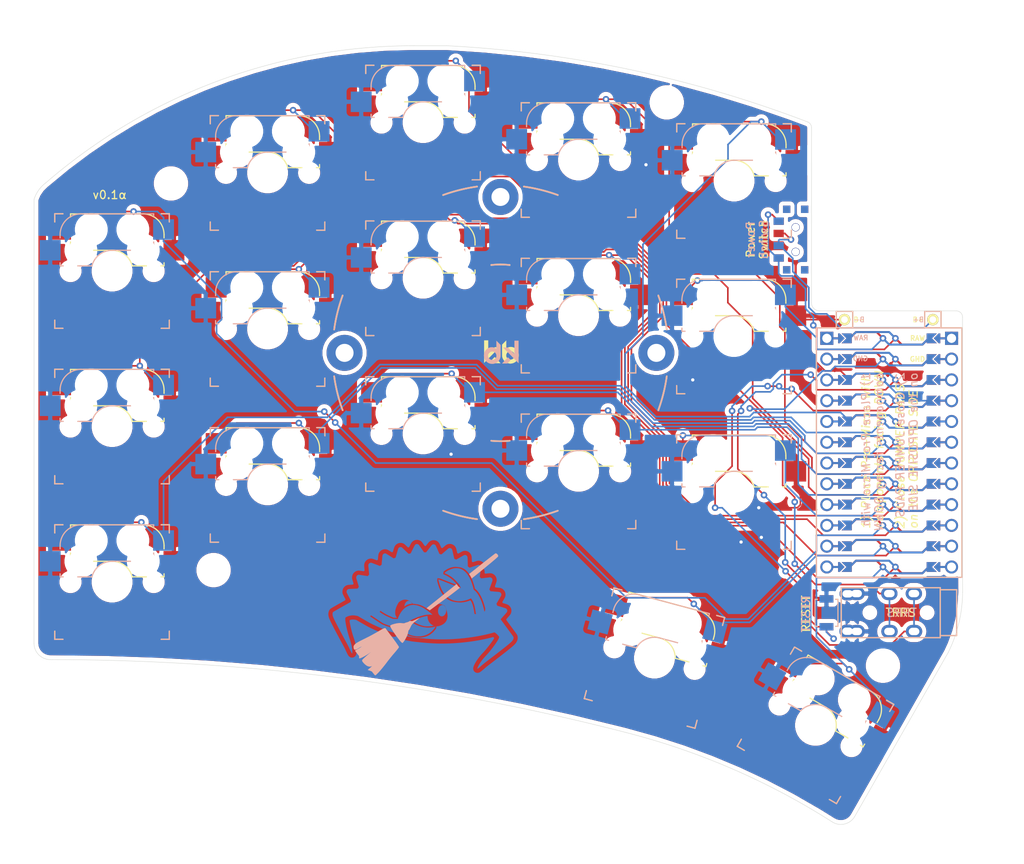
<source format=kicad_pcb>
(kicad_pcb (version 20171130) (host pcbnew "(5.1.4)-1")
  (layers (0 F.Cu signal) (31 B.Cu signal) (34 B.Paste user) (35 F.Paste user) (36 B.SilkS user) (37 F.SilkS user) (38 B.Mask user) (39 F.Mask user) (44 Edge.Cuts user))
  (net 0 "")
  (net 1 gnd)
  (net 2 vcc)
  (net 3 Switch18)
  (net 4 reset)
  (net 5 Switch1)
  (net 6 Switch2)
  (net 7 Switch3)
  (net 8 Switch4)
  (net 9 Switch5)
  (net 10 Switch6)
  (net 11 Switch7)
  (net 12 Switch8)
  (net 13 Switch9)
  (net 14 Switch10)
  (net 15 Switch11)
  (net 16 Switch12)
  (net 17 Switch13)
  (net 18 Switch14)
  (net 19 Switch15)
  (net 20 Switch16)
  (net 21 Switch17)
  (net 22 raw)
  (net 23 BT+_r)
  (net 24 "Net-(SW_POWERR1-Pad1)")
  (module Promicro-Jumpers:ProMicro_facedown (layer F.Cu) (at 139.954 99.187 270)
    (fp_text reference U1 hide)
    (fp_text value ProMicro-kbd hide)
    (fp_text user "" (at -1.2065 -16.256) (layer B.SilkS) (effects (justify mirror)))
    (pad 12 smd custom (at 13.97 0.762 90) (size 0.25 0.25) (layers F.Cu) (net 21 Switch17) (options (clearance outline) (anchor circle)) (primitives (gr_line (start 0 0) (end 0.762 -0.762) (width 0.25)) (gr_line (start 0.762 -0.762) (end 0.762 -3.302) (width 0.25)) (gr_line (start 0.762 -3.302) (end 0 -4.064) (width 0.25))))
    (pad 13 smd custom (at 13.97 -0.762 270) (size 0.25 0.25) (layers F.Cu) (net 13 Switch9) (options (clearance outline) (anchor circle)) (primitives (gr_line (start 0 0) (end 0.766 -0.766) (width 0.25)) (gr_line (start 0.766 -0.766) (end 0.766 -3.298) (width 0.25)) (gr_line (start 0.766 -3.298) (end 0 -4.064) (width 0.25))))
    (pad 13 smd custom (at 13.97 -0.762 270) (size 0.25 0.25) (layers B.Cu) (net 13 Switch9) (options (clearance outline) (anchor circle)) (primitives (gr_line (start 0 0) (end -0.766 0.766) (width 0.25)) (gr_line (start -0.766 0.766) (end -0.766 4.822) (width 0.25)) (gr_line (start -0.766 4.822) (end 0 5.588) (width 0.25))))
    (pad 12 smd custom (at 13.97 0.762 90) (size 0.25 0.25) (layers B.Cu) (net 21 Switch17) (options (clearance outline) (anchor circle)) (primitives (gr_line (start 0 0) (end -0.766 0.766) (width 0.25)) (gr_line (start -0.766 0.766) (end -0.766 4.822) (width 0.25)) (gr_line (start -0.766 4.822) (end 0 5.588) (width 0.25))))
    (pad 13 thru_hole circle (at 13.97 -0.762 90) (size 0.8 0.8) (drill 0.4) (layers *.Cu) (net 13 Switch9))
    (pad 12 thru_hole circle (at 13.97 0.762 90) (size 0.8 0.8) (drill 0.4) (layers *.Cu) (net 21 Switch17))
    (pad 11 smd custom (at 11.43 0.762 90) (size 0.25 0.25) (layers F.Cu) (net 20 Switch16) (options (clearance outline) (anchor circle)) (primitives (gr_line (start 0 0) (end 0.762 -0.762) (width 0.25)) (gr_line (start 0.762 -0.762) (end 0.762 -3.302) (width 0.25)) (gr_line (start 0.762 -3.302) (end 0 -4.064) (width 0.25))))
    (pad 14 smd custom (at 11.43 -0.762 270) (size 0.25 0.25) (layers F.Cu) (net 12 Switch8) (options (clearance outline) (anchor circle)) (primitives (gr_line (start 0 0) (end 0.766 -0.766) (width 0.25)) (gr_line (start 0.766 -0.766) (end 0.766 -3.298) (width 0.25)) (gr_line (start 0.766 -3.298) (end 0 -4.064) (width 0.25))))
    (pad 14 smd custom (at 11.43 -0.762 270) (size 0.25 0.25) (layers B.Cu) (net 12 Switch8) (options (clearance outline) (anchor circle)) (primitives (gr_line (start 0 0) (end -0.766 0.766) (width 0.25)) (gr_line (start -0.766 0.766) (end -0.766 4.822) (width 0.25)) (gr_line (start -0.766 4.822) (end 0 5.588) (width 0.25))))
    (pad 11 smd custom (at 11.43 0.762 90) (size 0.25 0.25) (layers B.Cu) (net 20 Switch16) (options (clearance outline) (anchor circle)) (primitives (gr_line (start 0 0) (end -0.766 0.766) (width 0.25)) (gr_line (start -0.766 0.766) (end -0.766 4.822) (width 0.25)) (gr_line (start -0.766 4.822) (end 0 5.588) (width 0.25))))
    (pad 14 thru_hole circle (at 11.43 -0.762 90) (size 0.8 0.8) (drill 0.4) (layers *.Cu) (net 12 Switch8))
    (pad 11 thru_hole circle (at 11.43 0.762 90) (size 0.8 0.8) (drill 0.4) (layers *.Cu) (net 20 Switch16))
    (pad 10 smd custom (at 8.89 0.762 90) (size 0.25 0.25) (layers F.Cu) (net 5 Switch1) (options (clearance outline) (anchor circle)) (primitives (gr_line (start 0 0) (end 0.762 -0.762) (width 0.25)) (gr_line (start 0.762 -0.762) (end 0.762 -3.302) (width 0.25)) (gr_line (start 0.762 -3.302) (end 0 -4.064) (width 0.25))))
    (pad 15 smd custom (at 8.89 -0.762 270) (size 0.25 0.25) (layers F.Cu) (net 11 Switch7) (options (clearance outline) (anchor circle)) (primitives (gr_line (start 0 0) (end 0.766 -0.766) (width 0.25)) (gr_line (start 0.766 -0.766) (end 0.766 -3.298) (width 0.25)) (gr_line (start 0.766 -3.298) (end 0 -4.064) (width 0.25))))
    (pad 15 smd custom (at 8.89 -0.762 270) (size 0.25 0.25) (layers B.Cu) (net 11 Switch7) (options (clearance outline) (anchor circle)) (primitives (gr_line (start 0 0) (end -0.766 0.766) (width 0.25)) (gr_line (start -0.766 0.766) (end -0.766 4.822) (width 0.25)) (gr_line (start -0.766 4.822) (end 0 5.588) (width 0.25))))
    (pad 10 smd custom (at 8.89 0.762 90) (size 0.25 0.25) (layers B.Cu) (net 5 Switch1) (options (clearance outline) (anchor circle)) (primitives (gr_line (start 0 0) (end -0.766 0.766) (width 0.25)) (gr_line (start -0.766 0.766) (end -0.766 4.822) (width 0.25)) (gr_line (start -0.766 4.822) (end 0 5.588) (width 0.25))))
    (pad 15 thru_hole circle (at 8.89 -0.762 90) (size 0.8 0.8) (drill 0.4) (layers *.Cu) (net 11 Switch7))
    (pad 10 thru_hole circle (at 8.89 0.762 90) (size 0.8 0.8) (drill 0.4) (layers *.Cu) (net 5 Switch1))
    (pad 9 smd custom (at 6.35 0.762 90) (size 0.25 0.25) (layers F.Cu) (net 19 Switch15) (options (clearance outline) (anchor circle)) (primitives (gr_line (start 0 0) (end 0.762 -0.762) (width 0.25)) (gr_line (start 0.762 -0.762) (end 0.762 -3.302) (width 0.25)) (gr_line (start 0.762 -3.302) (end 0 -4.064) (width 0.25))))
    (pad 16 smd custom (at 6.35 -0.762 270) (size 0.25 0.25) (layers F.Cu) (net 10 Switch6) (options (clearance outline) (anchor circle)) (primitives (gr_line (start 0 0) (end 0.766 -0.766) (width 0.25)) (gr_line (start 0.766 -0.766) (end 0.766 -3.298) (width 0.25)) (gr_line (start 0.766 -3.298) (end 0 -4.064) (width 0.25))))
    (pad 16 smd custom (at 6.35 -0.762 270) (size 0.25 0.25) (layers B.Cu) (net 10 Switch6) (options (clearance outline) (anchor circle)) (primitives (gr_line (start 0 0) (end -0.766 0.766) (width 0.25)) (gr_line (start -0.766 0.766) (end -0.766 4.822) (width 0.25)) (gr_line (start -0.766 4.822) (end 0 5.588) (width 0.25))))
    (pad 9 smd custom (at 6.35 0.762 90) (size 0.25 0.25) (layers B.Cu) (net 19 Switch15) (options (clearance outline) (anchor circle)) (primitives (gr_line (start 0 0) (end -0.766 0.766) (width 0.25)) (gr_line (start -0.766 0.766) (end -0.766 4.822) (width 0.25)) (gr_line (start -0.766 4.822) (end 0 5.588) (width 0.25))))
    (pad 16 thru_hole circle (at 6.35 -0.762 90) (size 0.8 0.8) (drill 0.4) (layers *.Cu) (net 10 Switch6))
    (pad 9 thru_hole circle (at 6.35 0.762 90) (size 0.8 0.8) (drill 0.4) (layers *.Cu) (net 19 Switch15))
    (pad 8 smd custom (at 3.81 0.762 90) (size 0.25 0.25) (layers F.Cu) (net 18 Switch14) (options (clearance outline) (anchor circle)) (primitives (gr_line (start 0 0) (end 0.762 -0.762) (width 0.25)) (gr_line (start 0.762 -0.762) (end 0.762 -3.302) (width 0.25)) (gr_line (start 0.762 -3.302) (end 0 -4.064) (width 0.25))))
    (pad 17 smd custom (at 3.81 -0.762 270) (size 0.25 0.25) (layers F.Cu) (net 6 Switch2) (options (clearance outline) (anchor circle)) (primitives (gr_line (start 0 0) (end 0.766 -0.766) (width 0.25)) (gr_line (start 0.766 -0.766) (end 0.766 -3.298) (width 0.25)) (gr_line (start 0.766 -3.298) (end 0 -4.064) (width 0.25))))
    (pad 17 smd custom (at 3.81 -0.762 270) (size 0.25 0.25) (layers B.Cu) (net 6 Switch2) (options (clearance outline) (anchor circle)) (primitives (gr_line (start 0 0) (end -0.766 0.766) (width 0.25)) (gr_line (start -0.766 0.766) (end -0.766 4.822) (width 0.25)) (gr_line (start -0.766 4.822) (end 0 5.588) (width 0.25))))
    (pad 8 smd custom (at 3.81 0.762 90) (size 0.25 0.25) (layers B.Cu) (net 18 Switch14) (options (clearance outline) (anchor circle)) (primitives (gr_line (start 0 0) (end -0.766 0.766) (width 0.25)) (gr_line (start -0.766 0.766) (end -0.766 4.822) (width 0.25)) (gr_line (start -0.766 4.822) (end 0 5.588) (width 0.25))))
    (pad 17 thru_hole circle (at 3.81 -0.762 90) (size 0.8 0.8) (drill 0.4) (layers *.Cu) (net 6 Switch2))
    (pad 8 thru_hole circle (at 3.81 0.762 90) (size 0.8 0.8) (drill 0.4) (layers *.Cu) (net 18 Switch14))
    (pad 7 smd custom (at 1.27 0.762 90) (size 0.25 0.25) (layers F.Cu) (net 17 Switch13) (options (clearance outline) (anchor circle)) (primitives (gr_line (start 0 0) (end 0.762 -0.762) (width 0.25)) (gr_line (start 0.762 -0.762) (end 0.762 -3.302) (width 0.25)) (gr_line (start 0.762 -3.302) (end 0 -4.064) (width 0.25))))
    (pad 18 smd custom (at 1.27 -0.762 270) (size 0.25 0.25) (layers F.Cu) (net 7 Switch3) (options (clearance outline) (anchor circle)) (primitives (gr_line (start 0 0) (end 0.766 -0.766) (width 0.25)) (gr_line (start 0.766 -0.766) (end 0.766 -3.298) (width 0.25)) (gr_line (start 0.766 -3.298) (end 0 -4.064) (width 0.25))))
    (pad 18 smd custom (at 1.27 -0.762 270) (size 0.25 0.25) (layers B.Cu) (net 7 Switch3) (options (clearance outline) (anchor circle)) (primitives (gr_line (start 0 0) (end -0.766 0.766) (width 0.25)) (gr_line (start -0.766 0.766) (end -0.766 4.822) (width 0.25)) (gr_line (start -0.766 4.822) (end 0 5.588) (width 0.25))))
    (pad 7 smd custom (at 1.27 0.762 90) (size 0.25 0.25) (layers B.Cu) (net 17 Switch13) (options (clearance outline) (anchor circle)) (primitives (gr_line (start 0 0) (end -0.766 0.766) (width 0.25)) (gr_line (start -0.766 0.766) (end -0.766 4.822) (width 0.25)) (gr_line (start -0.766 4.822) (end 0 5.588) (width 0.25))))
    (pad 18 thru_hole circle (at 1.27 -0.762 90) (size 0.8 0.8) (drill 0.4) (layers *.Cu) (net 7 Switch3))
    (pad 7 thru_hole circle (at 1.27 0.762 90) (size 0.8 0.8) (drill 0.4) (layers *.Cu) (net 17 Switch13))
    (pad 6 smd custom (at -1.27 0.762 90) (size 0.25 0.25) (layers F.Cu) (net 16 Switch12) (options (clearance outline) (anchor circle)) (primitives (gr_line (start 0 0) (end 0.762 -0.762) (width 0.25)) (gr_line (start 0.762 -0.762) (end 0.762 -3.302) (width 0.25)) (gr_line (start 0.762 -3.302) (end 0 -4.064) (width 0.25))))
    (pad 19 smd custom (at -1.27 -0.762 270) (size 0.25 0.25) (layers F.Cu) (net 8 Switch4) (options (clearance outline) (anchor circle)) (primitives (gr_line (start 0 0) (end 0.766 -0.766) (width 0.25)) (gr_line (start 0.766 -0.766) (end 0.766 -3.298) (width 0.25)) (gr_line (start 0.766 -3.298) (end 0 -4.064) (width 0.25))))
    (pad 19 smd custom (at -1.27 -0.762 270) (size 0.25 0.25) (layers B.Cu) (net 8 Switch4) (options (clearance outline) (anchor circle)) (primitives (gr_line (start 0 0) (end -0.766 0.766) (width 0.25)) (gr_line (start -0.766 0.766) (end -0.766 4.822) (width 0.25)) (gr_line (start -0.766 4.822) (end 0 5.588) (width 0.25))))
    (pad 6 smd custom (at -1.27 0.762 90) (size 0.25 0.25) (layers B.Cu) (net 16 Switch12) (options (clearance outline) (anchor circle)) (primitives (gr_line (start 0 0) (end -0.766 0.766) (width 0.25)) (gr_line (start -0.766 0.766) (end -0.766 4.822) (width 0.25)) (gr_line (start -0.766 4.822) (end 0 5.588) (width 0.25))))
    (pad 19 thru_hole circle (at -1.27 -0.762 90) (size 0.8 0.8) (drill 0.4) (layers *.Cu) (net 8 Switch4))
    (pad 6 thru_hole circle (at -1.27 0.762 90) (size 0.8 0.8) (drill 0.4) (layers *.Cu) (net 16 Switch12))
    (pad 5 smd custom (at -3.81 0.762 90) (size 0.25 0.25) (layers F.Cu) (net 15 Switch11) (options (clearance outline) (anchor circle)) (primitives (gr_line (start 0 0) (end 0.762 -0.762) (width 0.25)) (gr_line (start 0.762 -0.762) (end 0.762 -3.302) (width 0.25)) (gr_line (start 0.762 -3.302) (end 0 -4.064) (width 0.25))))
    (pad 20 smd custom (at -3.81 -0.762 270) (size 0.25 0.25) (layers F.Cu) (net 9 Switch5) (options (clearance outline) (anchor circle)) (primitives (gr_line (start 0 0) (end 0.766 -0.766) (width 0.25)) (gr_line (start 0.766 -0.766) (end 0.766 -3.298) (width 0.25)) (gr_line (start 0.766 -3.298) (end 0 -4.064) (width 0.25))))
    (pad 20 smd custom (at -3.81 -0.762 270) (size 0.25 0.25) (layers B.Cu) (net 9 Switch5) (options (clearance outline) (anchor circle)) (primitives (gr_line (start 0 0) (end -0.766 0.766) (width 0.25)) (gr_line (start -0.766 0.766) (end -0.766 4.822) (width 0.25)) (gr_line (start -0.766 4.822) (end 0 5.588) (width 0.25))))
    (pad 5 smd custom (at -3.81 0.762 90) (size 0.25 0.25) (layers B.Cu) (net 15 Switch11) (options (clearance outline) (anchor circle)) (primitives (gr_line (start 0 0) (end -0.766 0.766) (width 0.25)) (gr_line (start -0.766 0.766) (end -0.766 4.822) (width 0.25)) (gr_line (start -0.766 4.822) (end 0 5.588) (width 0.25))))
    (pad 20 thru_hole circle (at -3.81 -0.762 90) (size 0.8 0.8) (drill 0.4) (layers *.Cu) (net 9 Switch5))
    (pad 5 thru_hole circle (at -3.81 0.762 90) (size 0.8 0.8) (drill 0.4) (layers *.Cu) (net 15 Switch11))
    (pad 4 smd custom (at -6.35 0.762 90) (size 0.25 0.25) (layers F.Cu) (net 1 gnd) (options (clearance outline) (anchor circle)) (primitives (gr_line (start 0 0) (end 0.762 -0.762) (width 0.25)) (gr_line (start 0.762 -0.762) (end 0.762 -3.302) (width 0.25)) (gr_line (start 0.762 -3.302) (end 0 -4.064) (width 0.25))))
    (pad 21 smd custom (at -6.35 -0.762 270) (size 0.25 0.25) (layers F.Cu) (net 2 vcc) (options (clearance outline) (anchor circle)) (primitives (gr_line (start 0 0) (end 0.766 -0.766) (width 0.25)) (gr_line (start 0.766 -0.766) (end 0.766 -3.298) (width 0.25)) (gr_line (start 0.766 -3.298) (end 0 -4.064) (width 0.25))))
    (pad 21 smd custom (at -6.35 -0.762 270) (size 0.25 0.25) (layers B.Cu) (net 2 vcc) (options (clearance outline) (anchor circle)) (primitives (gr_line (start 0 0) (end -0.766 0.766) (width 0.25)) (gr_line (start -0.766 0.766) (end -0.766 4.822) (width 0.25)) (gr_line (start -0.766 4.822) (end 0 5.588) (width 0.25))))
    (pad 4 smd custom (at -6.35 0.762 90) (size 0.25 0.25) (layers B.Cu) (net 1 gnd) (options (clearance outline) (anchor circle)) (primitives (gr_line (start 0 0) (end -0.766 0.766) (width 0.25)) (gr_line (start -0.766 0.766) (end -0.766 4.822) (width 0.25)) (gr_line (start -0.766 4.822) (end 0 5.588) (width 0.25))))
    (pad 21 thru_hole circle (at -6.35 -0.762 90) (size 0.8 0.8) (drill 0.4) (layers *.Cu) (net 2 vcc))
    (pad 4 thru_hole circle (at -6.35 0.762 90) (size 0.8 0.8) (drill 0.4) (layers *.Cu) (net 1 gnd))
    (pad 3 smd custom (at -8.89 0.762 90) (size 0.25 0.25) (layers F.Cu) (net 1 gnd) (options (clearance outline) (anchor circle)) (primitives (gr_line (start 0 0) (end 0.762 -0.762) (width 0.25)) (gr_line (start 0.762 -0.762) (end 0.762 -3.302) (width 0.25)) (gr_line (start 0.762 -3.302) (end 0 -4.064) (width 0.25))))
    (pad 22 smd custom (at -8.89 -0.762 270) (size 0.25 0.25) (layers F.Cu) (net 4 reset) (options (clearance outline) (anchor circle)) (primitives (gr_line (start 0 0) (end 0.766 -0.766) (width 0.25)) (gr_line (start 0.766 -0.766) (end 0.766 -3.298) (width 0.25)) (gr_line (start 0.766 -3.298) (end 0 -4.064) (width 0.25))))
    (pad 22 smd custom (at -8.89 -0.762 270) (size 0.25 0.25) (layers B.Cu) (net 4 reset) (options (clearance outline) (anchor circle)) (primitives (gr_line (start 0 0) (end -0.766 0.766) (width 0.25)) (gr_line (start -0.766 0.766) (end -0.766 4.822) (width 0.25)) (gr_line (start -0.766 4.822) (end 0 5.588) (width 0.25))))
    (pad 3 smd custom (at -8.89 0.762 90) (size 0.25 0.25) (layers B.Cu) (net 1 gnd) (options (clearance outline) (anchor circle)) (primitives (gr_line (start 0 0) (end -0.766 0.766) (width 0.25)) (gr_line (start -0.766 0.766) (end -0.766 4.822) (width 0.25)) (gr_line (start -0.766 4.822) (end 0 5.588) (width 0.25))))
    (pad 22 thru_hole circle (at -8.89 -0.762 90) (size 0.8 0.8) (drill 0.4) (layers *.Cu) (net 4 reset))
    (pad 3 thru_hole circle (at -8.89 0.762 90) (size 0.8 0.8) (drill 0.4) (layers *.Cu) (net 1 gnd))
    (pad 1 smd custom (at -13.97 0.762 90) (size 0.25 0.25) (layers F.Cu) (net 14 Switch10) (options (clearance outline) (anchor circle)) (primitives (gr_line (start 0 0) (end 0.762 -0.762) (width 0.25)) (gr_line (start 0.762 -0.762) (end 0.762 -3.302) (width 0.25)) (gr_line (start 0.762 -3.302) (end 0 -4.064) (width 0.25))))
    (pad 24 smd custom (at -13.97 -0.762 270) (size 0.25 0.25) (layers F.Cu) (net 22 raw) (options (clearance outline) (anchor circle)) (primitives (gr_line (start 0 0) (end 0.766 -0.766) (width 0.25)) (gr_line (start 0.766 -0.766) (end 0.766 -3.298) (width 0.25)) (gr_line (start 0.766 -3.298) (end 0 -4.064) (width 0.25))))
    (pad 24 smd custom (at -13.97 -0.762 270) (size 0.25 0.25) (layers B.Cu) (net 22 raw) (options (clearance outline) (anchor circle)) (primitives (gr_line (start 0 0) (end -0.766 0.766) (width 0.25)) (gr_line (start -0.766 0.766) (end -0.766 4.822) (width 0.25)) (gr_line (start -0.766 4.822) (end 0 5.588) (width 0.25))))
    (pad 1 smd custom (at -13.97 0.762 90) (size 0.25 0.25) (layers B.Cu) (net 14 Switch10) (options (clearance outline) (anchor circle)) (primitives (gr_line (start 0 0) (end -0.766 0.766) (width 0.25)) (gr_line (start -0.766 0.766) (end -0.766 4.822) (width 0.25)) (gr_line (start -0.766 4.822) (end 0 5.588) (width 0.25))))
    (pad 24 thru_hole circle (at -13.97 -0.762 90) (size 0.8 0.8) (drill 0.4) (layers *.Cu) (net 22 raw))
    (pad 1 thru_hole circle (at -13.97 0.762 90) (size 0.8 0.8) (drill 0.4) (layers *.Cu) (net 14 Switch10))
    (pad 2 thru_hole circle (at -11.43 0.762 90) (size 0.8 0.8) (drill 0.4) (layers *.Cu) (net 3 Switch18))
    (pad 23 thru_hole circle (at -11.43 -0.762 90) (size 0.8 0.8) (drill 0.4) (layers *.Cu) (net 1 gnd))
    (pad 23 smd custom (at -11.43 -0.762 270) (size 0.25 0.25) (layers B.Cu) (net 1 gnd) (options (clearance outline) (anchor circle)) (primitives (gr_line (start 0 0) (end -0.766 0.766) (width 0.25)) (gr_line (start -0.766 0.766) (end -0.766 4.822) (width 0.25)) (gr_line (start -0.766 4.822) (end 0 5.588) (width 0.25))))
    (pad 2 smd custom (at -11.43 0.762 90) (size 0.25 0.25) (layers B.Cu) (net 3 Switch18) (options (clearance outline) (anchor circle)) (primitives (gr_line (start 0 0) (end -0.766 0.766) (width 0.25)) (gr_line (start -0.766 0.766) (end -0.766 4.822) (width 0.25)) (gr_line (start -0.766 4.822) (end 0 5.588) (width 0.25))))
    (pad 2 smd custom (at -11.43 0.762 90) (size 0.25 0.25) (layers F.Cu) (net 3 Switch18) (options (clearance outline) (anchor circle)) (primitives (gr_line (start 0 0) (end 0.762 -0.762) (width 0.25)) (gr_line (start 0.762 -0.762) (end 0.762 -3.302) (width 0.25)) (gr_line (start 0.762 -3.302) (end 0 -4.064) (width 0.25))))
    (pad "" smd custom (at 13.97 -5.842 270) (size 0.1 0.1) (layers B.Cu B.Mask) (clearance 0.1) (options (clearance outline) (anchor rect)) (primitives (gr_poly (pts (xy 0.6 -0.4) (xy -0.6 -0.4) (xy -0.6 -0.2) (xy 0 0.4) (xy 0.6 -0.2)) (width 0))))
    (pad "" smd custom (at 13.97 -6.35 270) (size 0.25 1) (layers B.Cu) (options (clearance outline) (anchor rect)) (primitives))
    (pad 12 smd custom (at 13.97 -4.826 270) (size 1.2 0.5) (layers B.Cu B.Mask) (net 21 Switch17) (clearance 0.1) (options (clearance outline) (anchor rect)) (primitives (gr_poly (pts (xy 0.6 0) (xy -0.6 0) (xy -0.6 -1) (xy 0 -0.4) (xy 0.6 -1)) (width 0))))
    (pad "" smd custom (at 11.43 -5.842 270) (size 0.1 0.1) (layers B.Cu B.Mask) (clearance 0.1) (options (clearance outline) (anchor rect)) (primitives (gr_poly (pts (xy 0.6 -0.4) (xy -0.6 -0.4) (xy -0.6 -0.2) (xy 0 0.4) (xy 0.6 -0.2)) (width 0))))
    (pad "" smd custom (at 11.43 -6.35 270) (size 0.25 1) (layers B.Cu) (options (clearance outline) (anchor rect)) (primitives))
    (pad 11 smd custom (at 11.43 -4.826 270) (size 1.2 0.5) (layers B.Cu B.Mask) (net 20 Switch16) (clearance 0.1) (options (clearance outline) (anchor rect)) (primitives (gr_poly (pts (xy 0.6 0) (xy -0.6 0) (xy -0.6 -1) (xy 0 -0.4) (xy 0.6 -1)) (width 0))))
    (pad "" smd custom (at 8.89 -5.842 270) (size 0.1 0.1) (layers B.Cu B.Mask) (clearance 0.1) (options (clearance outline) (anchor rect)) (primitives (gr_poly (pts (xy 0.6 -0.4) (xy -0.6 -0.4) (xy -0.6 -0.2) (xy 0 0.4) (xy 0.6 -0.2)) (width 0))))
    (pad "" smd custom (at 8.89 -6.35 270) (size 0.25 1) (layers B.Cu) (options (clearance outline) (anchor rect)) (primitives))
    (pad 10 smd custom (at 8.89 -4.826 270) (size 1.2 0.5) (layers B.Cu B.Mask) (net 5 Switch1) (clearance 0.1) (options (clearance outline) (anchor rect)) (primitives (gr_poly (pts (xy 0.6 0) (xy -0.6 0) (xy -0.6 -1) (xy 0 -0.4) (xy 0.6 -1)) (width 0))))
    (pad "" smd custom (at 6.35 -5.842 270) (size 0.1 0.1) (layers B.Cu B.Mask) (clearance 0.1) (options (clearance outline) (anchor rect)) (primitives (gr_poly (pts (xy 0.6 -0.4) (xy -0.6 -0.4) (xy -0.6 -0.2) (xy 0 0.4) (xy 0.6 -0.2)) (width 0))))
    (pad "" smd custom (at 6.35 -6.35 270) (size 0.25 1) (layers B.Cu) (options (clearance outline) (anchor rect)) (primitives))
    (pad 9 smd custom (at 6.35 -4.826 270) (size 1.2 0.5) (layers B.Cu B.Mask) (net 19 Switch15) (clearance 0.1) (options (clearance outline) (anchor rect)) (primitives (gr_poly (pts (xy 0.6 0) (xy -0.6 0) (xy -0.6 -1) (xy 0 -0.4) (xy 0.6 -1)) (width 0))))
    (pad "" smd custom (at 3.81 -5.842 270) (size 0.1 0.1) (layers B.Cu B.Mask) (clearance 0.1) (options (clearance outline) (anchor rect)) (primitives (gr_poly (pts (xy 0.6 -0.4) (xy -0.6 -0.4) (xy -0.6 -0.2) (xy 0 0.4) (xy 0.6 -0.2)) (width 0))))
    (pad "" smd custom (at 3.81 -6.35 270) (size 0.25 1) (layers B.Cu) (options (clearance outline) (anchor rect)) (primitives))
    (pad 8 smd custom (at 3.81 -4.826 270) (size 1.2 0.5) (layers B.Cu B.Mask) (net 18 Switch14) (clearance 0.1) (options (clearance outline) (anchor rect)) (primitives (gr_poly (pts (xy 0.6 0) (xy -0.6 0) (xy -0.6 -1) (xy 0 -0.4) (xy 0.6 -1)) (width 0))))
    (pad "" smd custom (at 1.27 -5.842 270) (size 0.1 0.1) (layers B.Cu B.Mask) (clearance 0.1) (options (clearance outline) (anchor rect)) (primitives (gr_poly (pts (xy 0.6 -0.4) (xy -0.6 -0.4) (xy -0.6 -0.2) (xy 0 0.4) (xy 0.6 -0.2)) (width 0))))
    (pad "" smd custom (at 1.27 -6.35 270) (size 0.25 1) (layers B.Cu) (options (clearance outline) (anchor rect)) (primitives))
    (pad 7 smd custom (at 1.27 -4.826 270) (size 1.2 0.5) (layers B.Cu B.Mask) (net 17 Switch13) (clearance 0.1) (options (clearance outline) (anchor rect)) (primitives (gr_poly (pts (xy 0.6 0) (xy -0.6 0) (xy -0.6 -1) (xy 0 -0.4) (xy 0.6 -1)) (width 0))))
    (pad "" smd custom (at -1.27 -5.842 270) (size 0.1 0.1) (layers B.Cu B.Mask) (clearance 0.1) (options (clearance outline) (anchor rect)) (primitives (gr_poly (pts (xy 0.6 -0.4) (xy -0.6 -0.4) (xy -0.6 -0.2) (xy 0 0.4) (xy 0.6 -0.2)) (width 0))))
    (pad "" smd custom (at -1.27 -6.35 270) (size 0.25 1) (layers B.Cu) (options (clearance outline) (anchor rect)) (primitives))
    (pad 6 smd custom (at -1.27 -4.826 270) (size 1.2 0.5) (layers B.Cu B.Mask) (net 16 Switch12) (clearance 0.1) (options (clearance outline) (anchor rect)) (primitives (gr_poly (pts (xy 0.6 0) (xy -0.6 0) (xy -0.6 -1) (xy 0 -0.4) (xy 0.6 -1)) (width 0))))
    (pad "" smd custom (at -3.81 -5.842 270) (size 0.1 0.1) (layers B.Cu B.Mask) (clearance 0.1) (options (clearance outline) (anchor rect)) (primitives (gr_poly (pts (xy 0.6 -0.4) (xy -0.6 -0.4) (xy -0.6 -0.2) (xy 0 0.4) (xy 0.6 -0.2)) (width 0))))
    (pad "" smd custom (at -3.81 -6.35 270) (size 0.25 1) (layers B.Cu) (options (clearance outline) (anchor rect)) (primitives))
    (pad 5 smd custom (at -3.81 -4.826 270) (size 1.2 0.5) (layers B.Cu B.Mask) (net 15 Switch11) (clearance 0.1) (options (clearance outline) (anchor rect)) (primitives (gr_poly (pts (xy 0.6 0) (xy -0.6 0) (xy -0.6 -1) (xy 0 -0.4) (xy 0.6 -1)) (width 0))))
    (pad "" smd custom (at -6.35 -5.842 270) (size 0.1 0.1) (layers B.Cu B.Mask) (clearance 0.1) (options (clearance outline) (anchor rect)) (primitives (gr_poly (pts (xy 0.6 -0.4) (xy -0.6 -0.4) (xy -0.6 -0.2) (xy 0 0.4) (xy 0.6 -0.2)) (width 0))))
    (pad "" smd custom (at -6.35 -6.35 270) (size 0.25 1) (layers B.Cu) (options (clearance outline) (anchor rect)) (primitives))
    (pad 4 smd custom (at -6.35 -4.826 270) (size 1.2 0.5) (layers B.Cu B.Mask) (net 1 gnd) (clearance 0.1) (options (clearance outline) (anchor rect)) (primitives (gr_poly (pts (xy 0.6 0) (xy -0.6 0) (xy -0.6 -1) (xy 0 -0.4) (xy 0.6 -1)) (width 0))))
    (pad "" smd custom (at -8.89 -5.842 270) (size 0.1 0.1) (layers B.Cu B.Mask) (clearance 0.1) (options (clearance outline) (anchor rect)) (primitives (gr_poly (pts (xy 0.6 -0.4) (xy -0.6 -0.4) (xy -0.6 -0.2) (xy 0 0.4) (xy 0.6 -0.2)) (width 0))))
    (pad "" smd custom (at -8.89 -6.35 270) (size 0.25 1) (layers B.Cu) (options (clearance outline) (anchor rect)) (primitives))
    (pad 3 smd custom (at -8.89 -4.826 270) (size 1.2 0.5) (layers B.Cu B.Mask) (net 1 gnd) (clearance 0.1) (options (clearance outline) (anchor rect)) (primitives (gr_poly (pts (xy 0.6 0) (xy -0.6 0) (xy -0.6 -1) (xy 0 -0.4) (xy 0.6 -1)) (width 0))))
    (pad "" smd custom (at -11.43 -5.842 270) (size 0.1 0.1) (layers B.Cu B.Mask) (clearance 0.1) (options (clearance outline) (anchor rect)) (primitives (gr_poly (pts (xy 0.6 -0.4) (xy -0.6 -0.4) (xy -0.6 -0.2) (xy 0 0.4) (xy 0.6 -0.2)) (width 0))))
    (pad "" smd custom (at -11.43 -6.35 270) (size 0.25 1) (layers B.Cu) (options (clearance outline) (anchor rect)) (primitives))
    (pad 2 smd custom (at -11.43 -4.826 270) (size 1.2 0.5) (layers B.Cu B.Mask) (net 3 Switch18) (clearance 0.1) (options (clearance outline) (anchor rect)) (primitives (gr_poly (pts (xy 0.6 0) (xy -0.6 0) (xy -0.6 -1) (xy 0 -0.4) (xy 0.6 -1)) (width 0))))
    (pad 1 smd custom (at -13.97 -4.826 270) (size 1.2 0.5) (layers B.Cu B.Mask) (net 14 Switch10) (clearance 0.1) (options (clearance outline) (anchor rect)) (primitives (gr_poly (pts (xy 0.6 0) (xy -0.6 0) (xy -0.6 -1) (xy 0 -0.4) (xy 0.6 -1)) (width 0))))
    (pad "" smd custom (at -13.97 -5.842 270) (size 0.1 0.1) (layers B.Cu B.Mask) (clearance 0.1) (options (clearance outline) (anchor rect)) (primitives (gr_poly (pts (xy 0.6 -0.4) (xy -0.6 -0.4) (xy -0.6 -0.2) (xy 0 0.4) (xy 0.6 -0.2)) (width 0))))
    (pad "" smd custom (at -13.97 -6.35 270) (size 0.25 1) (layers B.Cu) (options (clearance outline) (anchor rect)) (primitives))
    (pad 13 smd custom (at 13.97 4.826 90) (size 1.2 0.5) (layers B.Cu B.Mask) (net 13 Switch9) (clearance 0.1) (options (clearance outline) (anchor rect)) (primitives (gr_poly (pts (xy 0.6 0) (xy -0.6 0) (xy -0.6 -1) (xy 0 -0.4) (xy 0.6 -1)) (width 0))))
    (pad "" smd custom (at 13.97 5.842 90) (size 0.1 0.1) (layers B.Cu B.Mask) (clearance 0.1) (options (clearance outline) (anchor rect)) (primitives (gr_poly (pts (xy 0.6 -0.4) (xy -0.6 -0.4) (xy -0.6 -0.2) (xy 0 0.4) (xy 0.6 -0.2)) (width 0))))
    (pad "" smd custom (at 13.97 6.35 90) (size 0.25 1) (layers B.Cu) (options (clearance outline) (anchor rect)) (primitives))
    (pad 14 smd custom (at 11.43 4.826 90) (size 1.2 0.5) (layers B.Cu B.Mask) (net 12 Switch8) (clearance 0.1) (options (clearance outline) (anchor rect)) (primitives (gr_poly (pts (xy 0.6 0) (xy -0.6 0) (xy -0.6 -1) (xy 0 -0.4) (xy 0.6 -1)) (width 0))))
    (pad "" smd custom (at 11.43 5.842 90) (size 0.1 0.1) (layers B.Cu B.Mask) (clearance 0.1) (options (clearance outline) (anchor rect)) (primitives (gr_poly (pts (xy 0.6 -0.4) (xy -0.6 -0.4) (xy -0.6 -0.2) (xy 0 0.4) (xy 0.6 -0.2)) (width 0))))
    (pad "" smd custom (at 11.43 6.35 90) (size 0.25 1) (layers B.Cu) (options (clearance outline) (anchor rect)) (primitives))
    (pad 15 smd custom (at 8.89 4.826 90) (size 1.2 0.5) (layers B.Cu B.Mask) (net 11 Switch7) (clearance 0.1) (options (clearance outline) (anchor rect)) (primitives (gr_poly (pts (xy 0.6 0) (xy -0.6 0) (xy -0.6 -1) (xy 0 -0.4) (xy 0.6 -1)) (width 0))))
    (pad "" smd custom (at 8.89 5.842 90) (size 0.1 0.1) (layers B.Cu B.Mask) (clearance 0.1) (options (clearance outline) (anchor rect)) (primitives (gr_poly (pts (xy 0.6 -0.4) (xy -0.6 -0.4) (xy -0.6 -0.2) (xy 0 0.4) (xy 0.6 -0.2)) (width 0))))
    (pad "" smd custom (at 8.89 6.35 90) (size 0.25 1) (layers B.Cu) (options (clearance outline) (anchor rect)) (primitives))
    (pad 16 smd custom (at 6.35 4.826 90) (size 1.2 0.5) (layers B.Cu B.Mask) (net 10 Switch6) (clearance 0.1) (options (clearance outline) (anchor rect)) (primitives (gr_poly (pts (xy 0.6 0) (xy -0.6 0) (xy -0.6 -1) (xy 0 -0.4) (xy 0.6 -1)) (width 0))))
    (pad "" smd custom (at 6.35 5.842 90) (size 0.1 0.1) (layers B.Cu B.Mask) (clearance 0.1) (options (clearance outline) (anchor rect)) (primitives (gr_poly (pts (xy 0.6 -0.4) (xy -0.6 -0.4) (xy -0.6 -0.2) (xy 0 0.4) (xy 0.6 -0.2)) (width 0))))
    (pad "" smd custom (at 6.35 6.35 90) (size 0.25 1) (layers B.Cu) (options (clearance outline) (anchor rect)) (primitives))
    (pad 17 smd custom (at 3.81 4.826 90) (size 1.2 0.5) (layers B.Cu B.Mask) (net 6 Switch2) (clearance 0.1) (options (clearance outline) (anchor rect)) (primitives (gr_poly (pts (xy 0.6 0) (xy -0.6 0) (xy -0.6 -1) (xy 0 -0.4) (xy 0.6 -1)) (width 0))))
    (pad "" smd custom (at 3.81 5.842 90) (size 0.1 0.1) (layers B.Cu B.Mask) (clearance 0.1) (options (clearance outline) (anchor rect)) (primitives (gr_poly (pts (xy 0.6 -0.4) (xy -0.6 -0.4) (xy -0.6 -0.2) (xy 0 0.4) (xy 0.6 -0.2)) (width 0))))
    (pad "" smd custom (at 3.81 6.35 90) (size 0.25 1) (layers B.Cu) (options (clearance outline) (anchor rect)) (primitives))
    (pad 18 smd custom (at 1.27 4.826 90) (size 1.2 0.5) (layers B.Cu B.Mask) (net 7 Switch3) (clearance 0.1) (options (clearance outline) (anchor rect)) (primitives (gr_poly (pts (xy 0.6 0) (xy -0.6 0) (xy -0.6 -1) (xy 0 -0.4) (xy 0.6 -1)) (width 0))))
    (pad "" smd custom (at 1.27 5.842 90) (size 0.1 0.1) (layers B.Cu B.Mask) (clearance 0.1) (options (clearance outline) (anchor rect)) (primitives (gr_poly (pts (xy 0.6 -0.4) (xy -0.6 -0.4) (xy -0.6 -0.2) (xy 0 0.4) (xy 0.6 -0.2)) (width 0))))
    (pad "" smd custom (at 1.27 6.35 90) (size 0.25 1) (layers B.Cu) (options (clearance outline) (anchor rect)) (primitives))
    (pad 19 smd custom (at -1.27 4.826 90) (size 1.2 0.5) (layers B.Cu B.Mask) (net 8 Switch4) (clearance 0.1) (options (clearance outline) (anchor rect)) (primitives (gr_poly (pts (xy 0.6 0) (xy -0.6 0) (xy -0.6 -1) (xy 0 -0.4) (xy 0.6 -1)) (width 0))))
    (pad "" smd custom (at -1.27 5.842 90) (size 0.1 0.1) (layers B.Cu B.Mask) (clearance 0.1) (options (clearance outline) (anchor rect)) (primitives (gr_poly (pts (xy 0.6 -0.4) (xy -0.6 -0.4) (xy -0.6 -0.2) (xy 0 0.4) (xy 0.6 -0.2)) (width 0))))
    (pad "" smd custom (at -1.27 6.35 90) (size 0.25 1) (layers B.Cu) (options (clearance outline) (anchor rect)) (primitives))
    (pad 20 smd custom (at -3.81 4.826 90) (size 1.2 0.5) (layers B.Cu B.Mask) (net 9 Switch5) (clearance 0.1) (options (clearance outline) (anchor rect)) (primitives (gr_poly (pts (xy 0.6 0) (xy -0.6 0) (xy -0.6 -1) (xy 0 -0.4) (xy 0.6 -1)) (width 0))))
    (pad "" smd custom (at -3.81 5.842 90) (size 0.1 0.1) (layers B.Cu B.Mask) (clearance 0.1) (options (clearance outline) (anchor rect)) (primitives (gr_poly (pts (xy 0.6 -0.4) (xy -0.6 -0.4) (xy -0.6 -0.2) (xy 0 0.4) (xy 0.6 -0.2)) (width 0))))
    (pad "" smd custom (at -3.81 6.35 90) (size 0.25 1) (layers B.Cu) (options (clearance outline) (anchor rect)) (primitives))
    (pad 21 smd custom (at -6.35 4.826 90) (size 1.2 0.5) (layers B.Cu B.Mask) (net 2 vcc) (clearance 0.1) (options (clearance outline) (anchor rect)) (primitives (gr_poly (pts (xy 0.6 0) (xy -0.6 0) (xy -0.6 -1) (xy 0 -0.4) (xy 0.6 -1)) (width 0))))
    (pad "" smd custom (at -6.35 5.842 90) (size 0.1 0.1) (layers B.Cu B.Mask) (clearance 0.1) (options (clearance outline) (anchor rect)) (primitives (gr_poly (pts (xy 0.6 -0.4) (xy -0.6 -0.4) (xy -0.6 -0.2) (xy 0 0.4) (xy 0.6 -0.2)) (width 0))))
    (pad "" smd custom (at -6.35 6.35 90) (size 0.25 1) (layers B.Cu) (options (clearance outline) (anchor rect)) (primitives))
    (pad 22 smd custom (at -8.89 4.826 90) (size 1.2 0.5) (layers B.Cu B.Mask) (net 4 reset) (clearance 0.1) (options (clearance outline) (anchor rect)) (primitives (gr_poly (pts (xy 0.6 0) (xy -0.6 0) (xy -0.6 -1) (xy 0 -0.4) (xy 0.6 -1)) (width 0))))
    (pad "" smd custom (at -8.89 5.842 90) (size 0.1 0.1) (layers B.Cu B.Mask) (clearance 0.1) (options (clearance outline) (anchor rect)) (primitives (gr_poly (pts (xy 0.6 -0.4) (xy -0.6 -0.4) (xy -0.6 -0.2) (xy 0 0.4) (xy 0.6 -0.2)) (width 0))))
    (pad "" smd custom (at -8.89 6.35 90) (size 0.25 1) (layers B.Cu) (options (clearance outline) (anchor rect)) (primitives))
    (pad 23 smd custom (at -11.43 4.826 90) (size 1.2 0.5) (layers B.Cu B.Mask) (net 1 gnd) (clearance 0.1) (options (clearance outline) (anchor rect)) (primitives (gr_poly (pts (xy 0.6 0) (xy -0.6 0) (xy -0.6 -1) (xy 0 -0.4) (xy 0.6 -1)) (width 0))))
    (pad "" smd custom (at -11.43 5.842 90) (size 0.1 0.1) (layers B.Cu B.Mask) (clearance 0.1) (options (clearance outline) (anchor rect)) (primitives (gr_poly (pts (xy 0.6 -0.4) (xy -0.6 -0.4) (xy -0.6 -0.2) (xy 0 0.4) (xy 0.6 -0.2)) (width 0))))
    (pad "" smd custom (at -11.43 6.35 90) (size 0.25 1) (layers B.Cu) (options (clearance outline) (anchor rect)) (primitives))
    (pad "" smd custom (at -13.97 5.842 90) (size 0.1 0.1) (layers B.Cu B.Mask) (clearance 0.1) (options (clearance outline) (anchor rect)) (primitives (gr_poly (pts (xy 0.6 -0.4) (xy -0.6 -0.4) (xy -0.6 -0.2) (xy 0 0.4) (xy 0.6 -0.2)) (width 0))))
    (pad 24 smd custom (at -13.97 4.826 90) (size 1.2 0.5) (layers B.Cu B.Mask) (net 22 raw) (clearance 0.1) (options (clearance outline) (anchor rect)) (primitives (gr_poly (pts (xy 0.6 0) (xy -0.6 0) (xy -0.6 -1) (xy 0 -0.4) (xy 0.6 -1)) (width 0))))
    (pad "" smd custom (at -13.97 6.35 90) (size 0.25 1) (layers B.Cu) (options (clearance outline) (anchor rect)) (primitives))
    (pad 20 smd custom (at -3.81 -4.826 270) (size 1.2 0.5) (layers F.Cu F.Mask) (net 9 Switch5) (clearance 0.1) (options (clearance outline) (anchor rect)) (primitives (gr_poly (pts (xy 0.6 0) (xy -0.6 0) (xy -0.6 -1) (xy 0 -0.4) (xy 0.6 -1)) (width 0))))
    (pad "" smd custom (at 11.43 -6.35 270) (size 0.25 1) (layers F.Cu) (options (clearance outline) (anchor rect)) (primitives))
    (pad 14 smd custom (at 11.43 -4.826 270) (size 1.2 0.5) (layers F.Cu F.Mask) (net 12 Switch8) (clearance 0.1) (options (clearance outline) (anchor rect)) (primitives (gr_poly (pts (xy 0.6 0) (xy -0.6 0) (xy -0.6 -1) (xy 0 -0.4) (xy 0.6 -1)) (width 0))))
    (pad "" smd custom (at 11.43 -5.842 270) (size 0.1 0.1) (layers F.Cu F.Mask) (clearance 0.1) (options (clearance outline) (anchor rect)) (primitives (gr_poly (pts (xy 0.6 -0.4) (xy -0.6 -0.4) (xy -0.6 -0.2) (xy 0 0.4) (xy 0.6 -0.2)) (width 0))))
    (pad "" smd custom (at 8.89 -5.842 270) (size 0.1 0.1) (layers F.Cu F.Mask) (clearance 0.1) (options (clearance outline) (anchor rect)) (primitives (gr_poly (pts (xy 0.6 -0.4) (xy -0.6 -0.4) (xy -0.6 -0.2) (xy 0 0.4) (xy 0.6 -0.2)) (width 0))))
    (pad 15 smd custom (at 8.89 -4.826 270) (size 1.2 0.5) (layers F.Cu F.Mask) (net 11 Switch7) (clearance 0.1) (options (clearance outline) (anchor rect)) (primitives (gr_poly (pts (xy 0.6 0) (xy -0.6 0) (xy -0.6 -1) (xy 0 -0.4) (xy 0.6 -1)) (width 0))))
    (pad "" smd custom (at 6.35 -5.842 270) (size 0.1 0.1) (layers F.Cu F.Mask) (clearance 0.1) (options (clearance outline) (anchor rect)) (primitives (gr_poly (pts (xy 0.6 -0.4) (xy -0.6 -0.4) (xy -0.6 -0.2) (xy 0 0.4) (xy 0.6 -0.2)) (width 0))))
    (pad "" smd custom (at -1.27 -5.842 270) (size 0.1 0.1) (layers F.Cu F.Mask) (clearance 0.1) (options (clearance outline) (anchor rect)) (primitives (gr_poly (pts (xy 0.6 -0.4) (xy -0.6 -0.4) (xy -0.6 -0.2) (xy 0 0.4) (xy 0.6 -0.2)) (width 0))))
    (pad "" smd custom (at -3.81 -5.842 270) (size 0.1 0.1) (layers F.Cu F.Mask) (clearance 0.1) (options (clearance outline) (anchor rect)) (primitives (gr_poly (pts (xy 0.6 -0.4) (xy -0.6 -0.4) (xy -0.6 -0.2) (xy 0 0.4) (xy 0.6 -0.2)) (width 0))))
    (pad "" smd custom (at -6.35 -6.35 270) (size 0.25 1) (layers F.Cu) (options (clearance outline) (anchor rect)) (primitives))
    (pad 16 smd custom (at 6.35 -4.826 270) (size 1.2 0.5) (layers F.Cu F.Mask) (net 10 Switch6) (clearance 0.1) (options (clearance outline) (anchor rect)) (primitives (gr_poly (pts (xy 0.6 0) (xy -0.6 0) (xy -0.6 -1) (xy 0 -0.4) (xy 0.6 -1)) (width 0))))
    (pad "" smd custom (at -1.27 -6.35 270) (size 0.25 1) (layers F.Cu) (options (clearance outline) (anchor rect)) (primitives))
    (pad "" smd custom (at 3.81 -6.35 270) (size 0.25 1) (layers F.Cu) (options (clearance outline) (anchor rect)) (primitives))
    (pad "" smd custom (at -3.81 -6.35 270) (size 0.25 1) (layers F.Cu) (options (clearance outline) (anchor rect)) (primitives))
    (pad "" smd custom (at 13.97 -5.842 270) (size 0.1 0.1) (layers F.Cu F.Mask) (clearance 0.1) (options (clearance outline) (anchor rect)) (primitives (gr_poly (pts (xy 0.6 -0.4) (xy -0.6 -0.4) (xy -0.6 -0.2) (xy 0 0.4) (xy 0.6 -0.2)) (width 0))))
    (pad "" smd custom (at 6.35 -6.35 270) (size 0.25 1) (layers F.Cu) (options (clearance outline) (anchor rect)) (primitives))
    (pad "" smd custom (at 3.81 -5.842 270) (size 0.1 0.1) (layers F.Cu F.Mask) (clearance 0.1) (options (clearance outline) (anchor rect)) (primitives (gr_poly (pts (xy 0.6 -0.4) (xy -0.6 -0.4) (xy -0.6 -0.2) (xy 0 0.4) (xy 0.6 -0.2)) (width 0))))
    (pad 13 smd custom (at 13.97 -4.826 270) (size 1.2 0.5) (layers F.Cu F.Mask) (net 13 Switch9) (clearance 0.1) (options (clearance outline) (anchor rect)) (primitives (gr_poly (pts (xy 0.6 0) (xy -0.6 0) (xy -0.6 -1) (xy 0 -0.4) (xy 0.6 -1)) (width 0))))
    (pad "" smd custom (at 1.27 -6.35 270) (size 0.25 1) (layers F.Cu) (options (clearance outline) (anchor rect)) (primitives))
    (pad 17 smd custom (at 3.81 -4.826 270) (size 1.2 0.5) (layers F.Cu F.Mask) (net 6 Switch2) (clearance 0.1) (options (clearance outline) (anchor rect)) (primitives (gr_poly (pts (xy 0.6 0) (xy -0.6 0) (xy -0.6 -1) (xy 0 -0.4) (xy 0.6 -1)) (width 0))))
    (pad "" smd custom (at 8.89 -6.35 270) (size 0.25 1) (layers F.Cu) (options (clearance outline) (anchor rect)) (primitives))
    (pad "" smd custom (at 1.27 -5.842 270) (size 0.1 0.1) (layers F.Cu F.Mask) (clearance 0.1) (options (clearance outline) (anchor rect)) (primitives (gr_poly (pts (xy 0.6 -0.4) (xy -0.6 -0.4) (xy -0.6 -0.2) (xy 0 0.4) (xy 0.6 -0.2)) (width 0))))
    (pad "" smd custom (at 13.97 -6.35 270) (size 0.25 1) (layers F.Cu) (options (clearance outline) (anchor rect)) (primitives))
    (pad 18 smd custom (at 1.27 -4.826 270) (size 1.2 0.5) (layers F.Cu F.Mask) (net 7 Switch3) (clearance 0.1) (options (clearance outline) (anchor rect)) (primitives (gr_poly (pts (xy 0.6 0) (xy -0.6 0) (xy -0.6 -1) (xy 0 -0.4) (xy 0.6 -1)) (width 0))))
    (pad 19 smd custom (at -1.27 -4.826 270) (size 1.2 0.5) (layers F.Cu F.Mask) (net 8 Switch4) (clearance 0.1) (options (clearance outline) (anchor rect)) (primitives (gr_poly (pts (xy 0.6 0) (xy -0.6 0) (xy -0.6 -1) (xy 0 -0.4) (xy 0.6 -1)) (width 0))))
    (pad "" smd custom (at -6.35 -5.842 270) (size 0.1 0.1) (layers F.Cu F.Mask) (clearance 0.1) (options (clearance outline) (anchor rect)) (primitives (gr_poly (pts (xy 0.6 -0.4) (xy -0.6 -0.4) (xy -0.6 -0.2) (xy 0 0.4) (xy 0.6 -0.2)) (width 0))))
    (pad "" smd custom (at -11.43 -5.842 270) (size 0.1 0.1) (layers F.Cu F.Mask) (clearance 0.1) (options (clearance outline) (anchor rect)) (primitives (gr_poly (pts (xy 0.6 -0.4) (xy -0.6 -0.4) (xy -0.6 -0.2) (xy 0 0.4) (xy 0.6 -0.2)) (width 0))))
    (pad 21 smd custom (at -6.35 -4.826 270) (size 1.2 0.5) (layers F.Cu F.Mask) (net 2 vcc) (clearance 0.1) (options (clearance outline) (anchor rect)) (primitives (gr_poly (pts (xy 0.6 0) (xy -0.6 0) (xy -0.6 -1) (xy 0 -0.4) (xy 0.6 -1)) (width 0))))
    (pad "" smd custom (at -13.97 -6.35 270) (size 0.25 1) (layers F.Cu) (options (clearance outline) (anchor rect)) (primitives))
    (pad 23 smd custom (at -11.43 -4.826 270) (size 1.2 0.5) (layers F.Cu F.Mask) (net 1 gnd) (clearance 0.1) (options (clearance outline) (anchor rect)) (primitives (gr_poly (pts (xy 0.6 0) (xy -0.6 0) (xy -0.6 -1) (xy 0 -0.4) (xy 0.6 -1)) (width 0))))
    (pad "" smd custom (at -11.43 -6.35 270) (size 0.25 1) (layers F.Cu) (options (clearance outline) (anchor rect)) (primitives))
    (pad "" smd custom (at -13.97 -5.842 270) (size 0.1 0.1) (layers F.Cu F.Mask) (clearance 0.1) (options (clearance outline) (anchor rect)) (primitives (gr_poly (pts (xy 0.6 -0.4) (xy -0.6 -0.4) (xy -0.6 -0.2) (xy 0 0.4) (xy 0.6 -0.2)) (width 0))))
    (pad "" smd custom (at -8.89 -5.842 270) (size 0.1 0.1) (layers F.Cu F.Mask) (clearance 0.1) (options (clearance outline) (anchor rect)) (primitives (gr_poly (pts (xy 0.6 -0.4) (xy -0.6 -0.4) (xy -0.6 -0.2) (xy 0 0.4) (xy 0.6 -0.2)) (width 0))))
    (pad "" smd custom (at -8.89 -6.35 270) (size 0.25 1) (layers F.Cu) (options (clearance outline) (anchor rect)) (primitives))
    (pad 22 smd custom (at -8.89 -4.826 270) (size 1.2 0.5) (layers F.Cu F.Mask) (net 4 reset) (clearance 0.1) (options (clearance outline) (anchor rect)) (primitives (gr_poly (pts (xy 0.6 0) (xy -0.6 0) (xy -0.6 -1) (xy 0 -0.4) (xy 0.6 -1)) (width 0))))
    (pad 24 smd custom (at -13.97 -4.826 270) (size 1.2 0.5) (layers F.Cu F.Mask) (net 22 raw) (clearance 0.1) (options (clearance outline) (anchor rect)) (primitives (gr_poly (pts (xy 0.6 0) (xy -0.6 0) (xy -0.6 -1) (xy 0 -0.4) (xy 0.6 -1)) (width 0))))
    (pad 12 smd custom (at 13.97 4.826 90) (size 1.2 0.5) (layers F.Cu F.Mask) (net 21 Switch17) (clearance 0.1) (options (clearance outline) (anchor rect)) (primitives (gr_poly (pts (xy 0.6 0) (xy -0.6 0) (xy -0.6 -1) (xy 0 -0.4) (xy 0.6 -1)) (width 0))))
    (pad "" smd custom (at 13.97 5.842 90) (size 0.1 0.1) (layers F.Cu F.Mask) (clearance 0.1) (options (clearance outline) (anchor rect)) (primitives (gr_poly (pts (xy 0.6 -0.4) (xy -0.6 -0.4) (xy -0.6 -0.2) (xy 0 0.4) (xy 0.6 -0.2)) (width 0))))
    (pad "" smd custom (at 13.97 6.35 90) (size 0.25 1) (layers F.Cu) (options (clearance outline) (anchor rect)) (primitives))
    (pad 11 smd custom (at 11.43 4.826 90) (size 1.2 0.5) (layers F.Cu F.Mask) (net 20 Switch16) (clearance 0.1) (options (clearance outline) (anchor rect)) (primitives (gr_poly (pts (xy 0.6 0) (xy -0.6 0) (xy -0.6 -1) (xy 0 -0.4) (xy 0.6 -1)) (width 0))))
    (pad "" smd custom (at 11.43 5.842 90) (size 0.1 0.1) (layers F.Cu F.Mask) (clearance 0.1) (options (clearance outline) (anchor rect)) (primitives (gr_poly (pts (xy 0.6 -0.4) (xy -0.6 -0.4) (xy -0.6 -0.2) (xy 0 0.4) (xy 0.6 -0.2)) (width 0))))
    (pad "" smd custom (at 11.43 6.35 90) (size 0.25 1) (layers F.Cu) (options (clearance outline) (anchor rect)) (primitives))
    (pad 10 smd custom (at 8.89 4.826 90) (size 1.2 0.5) (layers F.Cu F.Mask) (net 5 Switch1) (clearance 0.1) (options (clearance outline) (anchor rect)) (primitives (gr_poly (pts (xy 0.6 0) (xy -0.6 0) (xy -0.6 -1) (xy 0 -0.4) (xy 0.6 -1)) (width 0))))
    (pad "" smd custom (at 8.89 5.842 90) (size 0.1 0.1) (layers F.Cu F.Mask) (clearance 0.1) (options (clearance outline) (anchor rect)) (primitives (gr_poly (pts (xy 0.6 -0.4) (xy -0.6 -0.4) (xy -0.6 -0.2) (xy 0 0.4) (xy 0.6 -0.2)) (width 0))))
    (pad "" smd custom (at 8.89 6.35 90) (size 0.25 1) (layers F.Cu) (options (clearance outline) (anchor rect)) (primitives))
    (pad 9 smd custom (at 6.35 4.826 90) (size 1.2 0.5) (layers F.Cu F.Mask) (net 19 Switch15) (clearance 0.1) (options (clearance outline) (anchor rect)) (primitives (gr_poly (pts (xy 0.6 0) (xy -0.6 0) (xy -0.6 -1) (xy 0 -0.4) (xy 0.6 -1)) (width 0))))
    (pad "" smd custom (at 6.35 5.842 90) (size 0.1 0.1) (layers F.Cu F.Mask) (clearance 0.1) (options (clearance outline) (anchor rect)) (primitives (gr_poly (pts (xy 0.6 -0.4) (xy -0.6 -0.4) (xy -0.6 -0.2) (xy 0 0.4) (xy 0.6 -0.2)) (width 0))))
    (pad "" smd custom (at 6.35 6.35 90) (size 0.25 1) (layers F.Cu) (options (clearance outline) (anchor rect)) (primitives))
    (pad 8 smd custom (at 3.81 4.826 90) (size 1.2 0.5) (layers F.Cu F.Mask) (net 18 Switch14) (clearance 0.1) (options (clearance outline) (anchor rect)) (primitives (gr_poly (pts (xy 0.6 0) (xy -0.6 0) (xy -0.6 -1) (xy 0 -0.4) (xy 0.6 -1)) (width 0))))
    (pad "" smd custom (at 3.81 5.842 90) (size 0.1 0.1) (layers F.Cu F.Mask) (clearance 0.1) (options (clearance outline) (anchor rect)) (primitives (gr_poly (pts (xy 0.6 -0.4) (xy -0.6 -0.4) (xy -0.6 -0.2) (xy 0 0.4) (xy 0.6 -0.2)) (width 0))))
    (pad "" smd custom (at 3.81 6.35 90) (size 0.25 1) (layers F.Cu) (options (clearance outline) (anchor rect)) (primitives))
    (pad 7 smd custom (at 1.27 4.826 90) (size 1.2 0.5) (layers F.Cu F.Mask) (net 17 Switch13) (clearance 0.1) (options (clearance outline) (anchor rect)) (primitives (gr_poly (pts (xy 0.6 0) (xy -0.6 0) (xy -0.6 -1) (xy 0 -0.4) (xy 0.6 -1)) (width 0))))
    (pad "" smd custom (at 1.27 5.842 90) (size 0.1 0.1) (layers F.Cu F.Mask) (clearance 0.1) (options (clearance outline) (anchor rect)) (primitives (gr_poly (pts (xy 0.6 -0.4) (xy -0.6 -0.4) (xy -0.6 -0.2) (xy 0 0.4) (xy 0.6 -0.2)) (width 0))))
    (pad "" smd custom (at 1.27 6.35 90) (size 0.25 1) (layers F.Cu) (options (clearance outline) (anchor rect)) (primitives))
    (pad 6 smd custom (at -1.27 4.826 90) (size 1.2 0.5) (layers F.Cu F.Mask) (net 16 Switch12) (clearance 0.1) (options (clearance outline) (anchor rect)) (primitives (gr_poly (pts (xy 0.6 0) (xy -0.6 0) (xy -0.6 -1) (xy 0 -0.4) (xy 0.6 -1)) (width 0))))
    (pad "" smd custom (at -1.27 5.842 90) (size 0.1 0.1) (layers F.Cu F.Mask) (clearance 0.1) (options (clearance outline) (anchor rect)) (primitives (gr_poly (pts (xy 0.6 -0.4) (xy -0.6 -0.4) (xy -0.6 -0.2) (xy 0 0.4) (xy 0.6 -0.2)) (width 0))))
    (pad "" smd custom (at -1.27 6.35 90) (size 0.25 1) (layers F.Cu) (options (clearance outline) (anchor rect)) (primitives))
    (pad 5 smd custom (at -3.81 4.826 90) (size 1.2 0.5) (layers F.Cu F.Mask) (net 15 Switch11) (clearance 0.1) (options (clearance outline) (anchor rect)) (primitives (gr_poly (pts (xy 0.6 0) (xy -0.6 0) (xy -0.6 -1) (xy 0 -0.4) (xy 0.6 -1)) (width 0))))
    (pad "" smd custom (at -3.81 5.842 90) (size 0.1 0.1) (layers F.Cu F.Mask) (clearance 0.1) (options (clearance outline) (anchor rect)) (primitives (gr_poly (pts (xy 0.6 -0.4) (xy -0.6 -0.4) (xy -0.6 -0.2) (xy 0 0.4) (xy 0.6 -0.2)) (width 0))))
    (pad "" smd custom (at -3.81 6.35 90) (size 0.25 1) (layers F.Cu) (options (clearance outline) (anchor rect)) (primitives))
    (pad 4 smd custom (at -6.35 4.826 90) (size 1.2 0.5) (layers F.Cu F.Mask) (net 1 gnd) (clearance 0.1) (options (clearance outline) (anchor rect)) (primitives (gr_poly (pts (xy 0.6 0) (xy -0.6 0) (xy -0.6 -1) (xy 0 -0.4) (xy 0.6 -1)) (width 0))))
    (pad "" smd custom (at -6.35 5.842 90) (size 0.1 0.1) (layers F.Cu F.Mask) (clearance 0.1) (options (clearance outline) (anchor rect)) (primitives (gr_poly (pts (xy 0.6 -0.4) (xy -0.6 -0.4) (xy -0.6 -0.2) (xy 0 0.4) (xy 0.6 -0.2)) (width 0))))
    (pad "" smd custom (at -6.35 6.35 90) (size 0.25 1) (layers F.Cu) (options (clearance outline) (anchor rect)) (primitives))
    (pad 3 smd custom (at -8.89 4.826 90) (size 1.2 0.5) (layers F.Cu F.Mask) (net 1 gnd) (clearance 0.1) (options (clearance outline) (anchor rect)) (primitives (gr_poly (pts (xy 0.6 0) (xy -0.6 0) (xy -0.6 -1) (xy 0 -0.4) (xy 0.6 -1)) (width 0))))
    (pad "" smd custom (at -8.89 5.842 90) (size 0.1 0.1) (layers F.Cu F.Mask) (clearance 0.1) (options (clearance outline) (anchor rect)) (primitives (gr_poly (pts (xy 0.6 -0.4) (xy -0.6 -0.4) (xy -0.6 -0.2) (xy 0 0.4) (xy 0.6 -0.2)) (width 0))))
    (pad "" smd custom (at -8.89 6.35 90) (size 0.25 1) (layers F.Cu) (options (clearance outline) (anchor rect)) (primitives))
    (pad 2 smd custom (at -11.43 4.826 90) (size 1.2 0.5) (layers F.Cu F.Mask) (net 3 Switch18) (clearance 0.1) (options (clearance outline) (anchor rect)) (primitives (gr_poly (pts (xy 0.6 0) (xy -0.6 0) (xy -0.6 -1) (xy 0 -0.4) (xy 0.6 -1)) (width 0))))
    (pad "" smd custom (at -11.43 5.842 90) (size 0.1 0.1) (layers F.Cu F.Mask) (clearance 0.1) (options (clearance outline) (anchor rect)) (primitives (gr_poly (pts (xy 0.6 -0.4) (xy -0.6 -0.4) (xy -0.6 -0.2) (xy 0 0.4) (xy 0.6 -0.2)) (width 0))))
    (pad "" smd custom (at -11.43 6.35 90) (size 0.25 1) (layers F.Cu) (options (clearance outline) (anchor rect)) (primitives))
    (pad "" thru_hole rect (at -13.97 -7.62 270) (size 1.6 1.6) (drill 1.1) (layers B.Cu B.Mask))
    (pad "" thru_hole rect (at -13.97 7.62 270) (size 1.6 1.6) (drill 1.1) (layers F.Cu F.Mask))
    (pad "" smd custom (at -13.97 6.35 90) (size 0.25 1) (layers F.Cu) (options (clearance outline) (anchor rect)) (primitives))
    (pad 1 smd custom (at -13.97 4.826 90) (size 1.2 0.5) (layers F.Cu F.Mask) (net 14 Switch10) (clearance 0.1) (options (clearance outline) (anchor rect)) (primitives (gr_poly (pts (xy 0.6 0) (xy -0.6 0) (xy -0.6 -1) (xy 0 -0.4) (xy 0.6 -1)) (width 0))))
    (pad "" smd custom (at -13.97 5.842 90) (size 0.1 0.1) (layers F.Cu F.Mask) (clearance 0.1) (options (clearance outline) (anchor rect)) (primitives (gr_poly (pts (xy 0.6 -0.4) (xy -0.6 -0.4) (xy -0.6 -0.2) (xy 0 0.4) (xy 0.6 -0.2)) (width 0))))
    (pad "" thru_hole circle (at -13.97 -7.62 270) (size 1.6 1.6) (drill 1.1) (layers *.Cu *.Mask))
    (pad "" thru_hole circle (at -11.43 -7.62 270) (size 1.6 1.6) (drill 1.1) (layers *.Cu *.Mask))
    (pad "" thru_hole circle (at -8.89 -7.62 270) (size 1.6 1.6) (drill 1.1) (layers *.Cu *.Mask))
    (pad "" thru_hole circle (at -6.35 -7.62 270) (size 1.6 1.6) (drill 1.1) (layers *.Cu *.Mask))
    (pad "" thru_hole circle (at -3.81 -7.62 270) (size 1.6 1.6) (drill 1.1) (layers *.Cu *.Mask))
    (pad "" thru_hole circle (at -1.27 -7.62 270) (size 1.6 1.6) (drill 1.1) (layers *.Cu *.Mask))
    (pad "" thru_hole circle (at 1.27 -7.62 270) (size 1.6 1.6) (drill 1.1) (layers *.Cu *.Mask))
    (pad "" thru_hole circle (at 3.81 -7.62 270) (size 1.6 1.6) (drill 1.1) (layers *.Cu *.Mask))
    (pad "" thru_hole circle (at 6.35 -7.62 270) (size 1.6 1.6) (drill 1.1) (layers *.Cu *.Mask))
    (pad "" thru_hole circle (at 8.89 -7.62 270) (size 1.6 1.6) (drill 1.1) (layers *.Cu *.Mask))
    (pad "" thru_hole circle (at 11.43 -7.62 270) (size 1.6 1.6) (drill 1.1) (layers *.Cu *.Mask))
    (pad "" thru_hole circle (at 13.97 -7.62 270) (size 1.6 1.6) (drill 1.1) (layers *.Cu *.Mask))
    (pad "" thru_hole circle (at 13.97 7.62 270) (size 1.6 1.6) (drill 1.1) (layers *.Cu *.Mask))
    (pad "" thru_hole circle (at 11.43 7.62 270) (size 1.6 1.6) (drill 1.1) (layers *.Cu *.Mask))
    (pad "" thru_hole circle (at 8.89 7.62 270) (size 1.6 1.6) (drill 1.1) (layers *.Cu *.Mask))
    (pad "" thru_hole circle (at 6.35 7.62 270) (size 1.6 1.6) (drill 1.1) (layers *.Cu *.Mask))
    (pad "" thru_hole circle (at 3.81 7.62 270) (size 1.6 1.6) (drill 1.1) (layers *.Cu *.Mask))
    (pad "" thru_hole circle (at 1.27 7.62 270) (size 1.6 1.6) (drill 1.1) (layers *.Cu *.Mask))
    (pad "" thru_hole circle (at -1.27 7.62 270) (size 1.6 1.6) (drill 1.1) (layers *.Cu *.Mask))
    (pad "" thru_hole circle (at -3.81 7.62 270) (size 1.6 1.6) (drill 1.1) (layers *.Cu *.Mask))
    (pad "" thru_hole circle (at -6.35 7.62 270) (size 1.6 1.6) (drill 1.1) (layers *.Cu *.Mask))
    (pad "" thru_hole circle (at -8.89 7.62 270) (size 1.6 1.6) (drill 1.1) (layers *.Cu *.Mask))
    (pad "" thru_hole circle (at -11.43 7.62 270) (size 1.6 1.6) (drill 1.1) (layers *.Cu *.Mask))
    (pad "" thru_hole circle (at -13.97 7.62 270) (size 1.6 1.6) (drill 1.1) (layers *.Cu *.Mask))
    (pad 23 smd custom (at -11.43 -0.762 270) (size 0.25 0.25) (layers F.Cu) (net 1 gnd) (options (clearance outline) (anchor circle)) (primitives (gr_line (start 0 0) (end 0.766 -0.766) (width 0.25)) (gr_line (start 0.766 -0.766) (end 0.766 -3.298) (width 0.25)) (gr_line (start 0.766 -3.298) (end 0 -4.064) (width 0.25))))
  )
  (module "Keyswitches by Daprice:Kailh_socket_MX_reversible_sameside" (layer F.Cu) (at 120.98 104.008)
    (fp_text reference SW18 hide)
    (fp_text value SW_Push hide)
    (pad 1 smd rect (at -6.29 -5.08) (size 2.55 2.5) (layers F.Cu F.Paste F.Mask) (net 19 Switch15))
    (pad 2 smd rect (at 7.56 -2.54) (size 2.55 2.5) (layers F.Cu F.Paste F.Mask) (net 1 gnd))
    (pad "" np_thru_hole circle (at -2.54 -5.08) (size 3 3) (drill 3) (layers *.Cu *.Mask))
    (pad "" np_thru_hole circle (at 3.81 -2.54) (size 3 3) (drill 3) (layers *.Cu *.Mask))
    (pad 2 smd rect (at -7.56 -2.54) (size 2.55 2.5) (layers B.Cu B.Paste B.Mask) (net 1 gnd))
    (pad "" np_thru_hole circle (at -5.08 0) (size 1.7018 1.7018) (drill 1.7018) (layers *.Cu *.Mask))
    (pad "" np_thru_hole circle (at 5.08 0) (size 1.7018 1.7018) (drill 1.7018) (layers *.Cu *.Mask))
    (pad "" np_thru_hole circle (at 0 0) (size 3.9878 3.9878) (drill 3.9878) (layers *.Cu *.Mask))
    (pad "" np_thru_hole circle (at -3.81 -2.54) (size 3 3) (drill 3) (layers *.Cu *.Mask))
    (pad "" np_thru_hole circle (at 2.54 -5.08) (size 3 3) (drill 3) (layers *.Cu *.Mask))
    (pad 1 smd rect (at 6.29 -5.08) (size 2.55 2.5) (layers B.Cu B.Paste B.Mask) (net 19 Switch15))
  )
  (module "Keyswitches by Daprice:Kailh_socket_MX_reversible_sameside" (layer F.Cu) (at 111.272 124.288 345)
    (fp_text reference SW21 hide)
    (fp_text value SW_Push hide)
    (pad 1 smd rect (at -6.29 -5.08 345) (size 2.55 2.5) (layers F.Cu F.Paste F.Mask) (net 20 Switch16))
    (pad 2 smd rect (at 7.56 -2.54 345) (size 2.55 2.5) (layers F.Cu F.Paste F.Mask) (net 1 gnd))
    (pad "" np_thru_hole circle (at -2.54 -5.08 345) (size 3 3) (drill 3) (layers *.Cu *.Mask))
    (pad "" np_thru_hole circle (at 3.81 -2.54 345) (size 3 3) (drill 3) (layers *.Cu *.Mask))
    (pad 2 smd rect (at -7.56 -2.54 345) (size 2.55 2.5) (layers B.Cu B.Paste B.Mask) (net 1 gnd))
    (pad "" np_thru_hole circle (at -5.08 0 345) (size 1.7018 1.7018) (drill 1.7018) (layers *.Cu *.Mask))
    (pad "" np_thru_hole circle (at 5.08 0 345) (size 1.7018 1.7018) (drill 1.7018) (layers *.Cu *.Mask))
    (pad "" np_thru_hole circle (at 0 0 345) (size 3.9878 3.9878) (drill 3.9878) (layers *.Cu *.Mask))
    (pad "" np_thru_hole circle (at -3.81 -2.54 345) (size 3 3) (drill 3) (layers *.Cu *.Mask))
    (pad "" np_thru_hole circle (at 2.54 -5.08 345) (size 3 3) (drill 3) (layers *.Cu *.Mask))
    (pad 1 smd rect (at 6.29 -5.08 345) (size 2.55 2.5) (layers B.Cu B.Paste B.Mask) (net 20 Switch16))
  )
  (module "Keyswitches by Daprice:Kailh_socket_MX_reversible_sameside" (layer F.Cu) (at 130.95 132.504 330)
    (fp_text reference SW20 hide)
    (fp_text value SW_Push hide)
    (pad 1 smd rect (at -6.29 -5.08 330) (size 2.55 2.5) (layers F.Cu F.Paste F.Mask) (net 21 Switch17))
    (pad 2 smd rect (at 7.56 -2.54 330) (size 2.55 2.5) (layers F.Cu F.Paste F.Mask) (net 1 gnd))
    (pad "" np_thru_hole circle (at -2.54 -5.08 330) (size 3 3) (drill 3) (layers *.Cu *.Mask))
    (pad "" np_thru_hole circle (at 3.81 -2.54 330) (size 3 3) (drill 3) (layers *.Cu *.Mask))
    (pad 2 smd rect (at -7.56 -2.54 330) (size 2.55 2.5) (layers B.Cu B.Paste B.Mask) (net 1 gnd))
    (pad "" np_thru_hole circle (at -5.08 0 330) (size 1.7018 1.7018) (drill 1.7018) (layers *.Cu *.Mask))
    (pad "" np_thru_hole circle (at 5.08 0 330) (size 1.7018 1.7018) (drill 1.7018) (layers *.Cu *.Mask))
    (pad "" np_thru_hole circle (at 0 0 330) (size 3.9878 3.9878) (drill 3.9878) (layers *.Cu *.Mask))
    (pad "" np_thru_hole circle (at -3.81 -2.54 330) (size 3 3) (drill 3) (layers *.Cu *.Mask))
    (pad "" np_thru_hole circle (at 2.54 -5.08 330) (size 3 3) (drill 3) (layers *.Cu *.Mask))
    (pad 1 smd rect (at 6.29 -5.08 330) (size 2.55 2.5) (layers B.Cu B.Paste B.Mask) (net 21 Switch17))
  )
  (module "Keyswitches by Daprice:Kailh_socket_MX_reversible_sameside" (layer F.Cu) (at 102 101.468)
    (fp_text reference SW17 hide)
    (fp_text value SW_Push hide)
    (pad 1 smd rect (at -6.29 -5.08) (size 2.55 2.5) (layers F.Cu F.Paste F.Mask) (net 18 Switch14))
    (pad 2 smd rect (at 7.56 -2.54) (size 2.55 2.5) (layers F.Cu F.Paste F.Mask) (net 1 gnd))
    (pad "" np_thru_hole circle (at -2.54 -5.08) (size 3 3) (drill 3) (layers *.Cu *.Mask))
    (pad "" np_thru_hole circle (at 3.81 -2.54) (size 3 3) (drill 3) (layers *.Cu *.Mask))
    (pad 2 smd rect (at -7.56 -2.54) (size 2.55 2.5) (layers B.Cu B.Paste B.Mask) (net 1 gnd))
    (pad "" np_thru_hole circle (at -5.08 0) (size 1.7018 1.7018) (drill 1.7018) (layers *.Cu *.Mask))
    (pad "" np_thru_hole circle (at 5.08 0) (size 1.7018 1.7018) (drill 1.7018) (layers *.Cu *.Mask))
    (pad "" np_thru_hole circle (at 0 0) (size 3.9878 3.9878) (drill 3.9878) (layers *.Cu *.Mask))
    (pad "" np_thru_hole circle (at -3.81 -2.54) (size 3 3) (drill 3) (layers *.Cu *.Mask))
    (pad "" np_thru_hole circle (at 2.54 -5.08) (size 3 3) (drill 3) (layers *.Cu *.Mask))
    (pad 1 smd rect (at 6.29 -5.08) (size 2.55 2.5) (layers B.Cu B.Paste B.Mask) (net 18 Switch14))
  )
  (module "Keyswitches by Daprice:Kailh_socket_MX_reversible_sameside" (layer F.Cu) (at 83 96.896)
    (fp_text reference SW16 hide)
    (fp_text value SW_Push hide)
    (pad 1 smd rect (at -6.29 -5.08) (size 2.55 2.5) (layers F.Cu F.Paste F.Mask) (net 17 Switch13))
    (pad 2 smd rect (at 7.56 -2.54) (size 2.55 2.5) (layers F.Cu F.Paste F.Mask) (net 1 gnd))
    (pad "" np_thru_hole circle (at -2.54 -5.08) (size 3 3) (drill 3) (layers *.Cu *.Mask))
    (pad "" np_thru_hole circle (at 3.81 -2.54) (size 3 3) (drill 3) (layers *.Cu *.Mask))
    (pad 2 smd rect (at -7.56 -2.54) (size 2.55 2.5) (layers B.Cu B.Paste B.Mask) (net 1 gnd))
    (pad "" np_thru_hole circle (at -5.08 0) (size 1.7018 1.7018) (drill 1.7018) (layers *.Cu *.Mask))
    (pad "" np_thru_hole circle (at 5.08 0) (size 1.7018 1.7018) (drill 1.7018) (layers *.Cu *.Mask))
    (pad "" np_thru_hole circle (at 0 0) (size 3.9878 3.9878) (drill 3.9878) (layers *.Cu *.Mask))
    (pad "" np_thru_hole circle (at -3.81 -2.54) (size 3 3) (drill 3) (layers *.Cu *.Mask))
    (pad "" np_thru_hole circle (at 2.54 -5.08) (size 3 3) (drill 3) (layers *.Cu *.Mask))
    (pad 1 smd rect (at 6.29 -5.08) (size 2.55 2.5) (layers B.Cu B.Paste B.Mask) (net 17 Switch13))
  )
  (module "Keyswitches by Daprice:Kailh_socket_MX_reversible_sameside" (layer F.Cu) (at 64.008 103.124)
    (fp_text reference SW15 hide)
    (fp_text value SW_Push hide)
    (pad 1 smd rect (at -6.29 -5.08) (size 2.55 2.5) (layers F.Cu F.Paste F.Mask) (net 16 Switch12))
    (pad 2 smd rect (at 7.56 -2.54) (size 2.55 2.5) (layers F.Cu F.Paste F.Mask) (net 1 gnd))
    (pad "" np_thru_hole circle (at -2.54 -5.08) (size 3 3) (drill 3) (layers *.Cu *.Mask))
    (pad "" np_thru_hole circle (at 3.81 -2.54) (size 3 3) (drill 3) (layers *.Cu *.Mask))
    (pad 2 smd rect (at -7.56 -2.54) (size 2.55 2.5) (layers B.Cu B.Paste B.Mask) (net 1 gnd))
    (pad "" np_thru_hole circle (at -5.08 0) (size 1.7018 1.7018) (drill 1.7018) (layers *.Cu *.Mask))
    (pad "" np_thru_hole circle (at 5.08 0) (size 1.7018 1.7018) (drill 1.7018) (layers *.Cu *.Mask))
    (pad "" np_thru_hole circle (at 0 0) (size 3.9878 3.9878) (drill 3.9878) (layers *.Cu *.Mask))
    (pad "" np_thru_hole circle (at -3.81 -2.54) (size 3 3) (drill 3) (layers *.Cu *.Mask))
    (pad "" np_thru_hole circle (at 2.54 -5.08) (size 3 3) (drill 3) (layers *.Cu *.Mask))
    (pad 1 smd rect (at 6.29 -5.08) (size 2.55 2.5) (layers B.Cu B.Paste B.Mask) (net 16 Switch12))
  )
  (module "Keyswitches by Daprice:Kailh_socket_MX_reversible_sameside" (layer F.Cu) (at 45 115)
    (fp_text reference SW14 hide)
    (fp_text value SW_Push hide)
    (pad 1 smd rect (at -6.29 -5.08) (size 2.55 2.5) (layers F.Cu F.Paste F.Mask) (net 15 Switch11))
    (pad 2 smd rect (at 7.56 -2.54) (size 2.55 2.5) (layers F.Cu F.Paste F.Mask) (net 1 gnd))
    (pad "" np_thru_hole circle (at -2.54 -5.08) (size 3 3) (drill 3) (layers *.Cu *.Mask))
    (pad "" np_thru_hole circle (at 3.81 -2.54) (size 3 3) (drill 3) (layers *.Cu *.Mask))
    (pad 2 smd rect (at -7.56 -2.54) (size 2.55 2.5) (layers B.Cu B.Paste B.Mask) (net 1 gnd))
    (pad "" np_thru_hole circle (at -5.08 0) (size 1.7018 1.7018) (drill 1.7018) (layers *.Cu *.Mask))
    (pad "" np_thru_hole circle (at 5.08 0) (size 1.7018 1.7018) (drill 1.7018) (layers *.Cu *.Mask))
    (pad "" np_thru_hole circle (at 0 0) (size 3.9878 3.9878) (drill 3.9878) (layers *.Cu *.Mask))
    (pad "" np_thru_hole circle (at -3.81 -2.54) (size 3 3) (drill 3) (layers *.Cu *.Mask))
    (pad "" np_thru_hole circle (at 2.54 -5.08) (size 3 3) (drill 3) (layers *.Cu *.Mask))
    (pad 1 smd rect (at 6.29 -5.08) (size 2.55 2.5) (layers B.Cu B.Paste B.Mask) (net 15 Switch11))
  )
  (module "Keyswitches by Daprice:Kailh_socket_MX_reversible_sameside" (layer F.Cu) (at 120.98 84.99)
    (fp_text reference SW12 hide)
    (fp_text value SW_Push hide)
    (pad 1 smd rect (at -6.29 -5.08) (size 2.55 2.5) (layers F.Cu F.Paste F.Mask) (net 14 Switch10))
    (pad 2 smd rect (at 7.56 -2.54) (size 2.55 2.5) (layers F.Cu F.Paste F.Mask) (net 1 gnd))
    (pad "" np_thru_hole circle (at -2.54 -5.08) (size 3 3) (drill 3) (layers *.Cu *.Mask))
    (pad "" np_thru_hole circle (at 3.81 -2.54) (size 3 3) (drill 3) (layers *.Cu *.Mask))
    (pad 2 smd rect (at -7.56 -2.54) (size 2.55 2.5) (layers B.Cu B.Paste B.Mask) (net 1 gnd))
    (pad "" np_thru_hole circle (at -5.08 0) (size 1.7018 1.7018) (drill 1.7018) (layers *.Cu *.Mask))
    (pad "" np_thru_hole circle (at 5.08 0) (size 1.7018 1.7018) (drill 1.7018) (layers *.Cu *.Mask))
    (pad "" np_thru_hole circle (at 0 0) (size 3.9878 3.9878) (drill 3.9878) (layers *.Cu *.Mask))
    (pad "" np_thru_hole circle (at -3.81 -2.54) (size 3 3) (drill 3) (layers *.Cu *.Mask))
    (pad "" np_thru_hole circle (at 2.54 -5.08) (size 3 3) (drill 3) (layers *.Cu *.Mask))
    (pad 1 smd rect (at 6.29 -5.08) (size 2.55 2.5) (layers B.Cu B.Paste B.Mask) (net 14 Switch10))
  )
  (module "Keyswitches by Daprice:Kailh_socket_MX_reversible_sameside" (layer F.Cu) (at 102 82.45)
    (fp_text reference SW11 hide)
    (fp_text value SW_Push hide)
    (pad 1 smd rect (at -6.29 -5.08) (size 2.55 2.5) (layers F.Cu F.Paste F.Mask) (net 13 Switch9))
    (pad 2 smd rect (at 7.56 -2.54) (size 2.55 2.5) (layers F.Cu F.Paste F.Mask) (net 1 gnd))
    (pad "" np_thru_hole circle (at -2.54 -5.08) (size 3 3) (drill 3) (layers *.Cu *.Mask))
    (pad "" np_thru_hole circle (at 3.81 -2.54) (size 3 3) (drill 3) (layers *.Cu *.Mask))
    (pad 2 smd rect (at -7.56 -2.54) (size 2.55 2.5) (layers B.Cu B.Paste B.Mask) (net 1 gnd))
    (pad "" np_thru_hole circle (at -5.08 0) (size 1.7018 1.7018) (drill 1.7018) (layers *.Cu *.Mask))
    (pad "" np_thru_hole circle (at 5.08 0) (size 1.7018 1.7018) (drill 1.7018) (layers *.Cu *.Mask))
    (pad "" np_thru_hole circle (at 0 0) (size 3.9878 3.9878) (drill 3.9878) (layers *.Cu *.Mask))
    (pad "" np_thru_hole circle (at -3.81 -2.54) (size 3 3) (drill 3) (layers *.Cu *.Mask))
    (pad "" np_thru_hole circle (at 2.54 -5.08) (size 3 3) (drill 3) (layers *.Cu *.Mask))
    (pad 1 smd rect (at 6.29 -5.08) (size 2.55 2.5) (layers B.Cu B.Paste B.Mask) (net 13 Switch9))
  )
  (module "Keyswitches by Daprice:Kailh_socket_MX_reversible_sameside" (layer F.Cu) (at 83 77.878)
    (fp_text reference SW10 hide)
    (fp_text value SW_Push hide)
    (pad 1 smd rect (at -6.29 -5.08) (size 2.55 2.5) (layers F.Cu F.Paste F.Mask) (net 12 Switch8))
    (pad 2 smd rect (at 7.56 -2.54) (size 2.55 2.5) (layers F.Cu F.Paste F.Mask) (net 1 gnd))
    (pad "" np_thru_hole circle (at -2.54 -5.08) (size 3 3) (drill 3) (layers *.Cu *.Mask))
    (pad "" np_thru_hole circle (at 3.81 -2.54) (size 3 3) (drill 3) (layers *.Cu *.Mask))
    (pad 2 smd rect (at -7.56 -2.54) (size 2.55 2.5) (layers B.Cu B.Paste B.Mask) (net 1 gnd))
    (pad "" np_thru_hole circle (at -5.08 0) (size 1.7018 1.7018) (drill 1.7018) (layers *.Cu *.Mask))
    (pad "" np_thru_hole circle (at 5.08 0) (size 1.7018 1.7018) (drill 1.7018) (layers *.Cu *.Mask))
    (pad "" np_thru_hole circle (at 0 0) (size 3.9878 3.9878) (drill 3.9878) (layers *.Cu *.Mask))
    (pad "" np_thru_hole circle (at -3.81 -2.54) (size 3 3) (drill 3) (layers *.Cu *.Mask))
    (pad "" np_thru_hole circle (at 2.54 -5.08) (size 3 3) (drill 3) (layers *.Cu *.Mask))
    (pad 1 smd rect (at 6.29 -5.08) (size 2.55 2.5) (layers B.Cu B.Paste B.Mask) (net 12 Switch8))
  )
  (module "Keyswitches by Daprice:Kailh_socket_MX_reversible_sameside" (layer F.Cu) (at 64 84.074)
    (fp_text reference SW9 hide)
    (fp_text value SW_Push hide)
    (pad 1 smd rect (at -6.29 -5.08) (size 2.55 2.5) (layers F.Cu F.Paste F.Mask) (net 11 Switch7))
    (pad 2 smd rect (at 7.56 -2.54) (size 2.55 2.5) (layers F.Cu F.Paste F.Mask) (net 1 gnd))
    (pad "" np_thru_hole circle (at -2.54 -5.08) (size 3 3) (drill 3) (layers *.Cu *.Mask))
    (pad "" np_thru_hole circle (at 3.81 -2.54) (size 3 3) (drill 3) (layers *.Cu *.Mask))
    (pad 2 smd rect (at -7.56 -2.54) (size 2.55 2.5) (layers B.Cu B.Paste B.Mask) (net 1 gnd))
    (pad "" np_thru_hole circle (at -5.08 0) (size 1.7018 1.7018) (drill 1.7018) (layers *.Cu *.Mask))
    (pad "" np_thru_hole circle (at 5.08 0) (size 1.7018 1.7018) (drill 1.7018) (layers *.Cu *.Mask))
    (pad "" np_thru_hole circle (at 0 0) (size 3.9878 3.9878) (drill 3.9878) (layers *.Cu *.Mask))
    (pad "" np_thru_hole circle (at -3.81 -2.54) (size 3 3) (drill 3) (layers *.Cu *.Mask))
    (pad "" np_thru_hole circle (at 2.54 -5.08) (size 3 3) (drill 3) (layers *.Cu *.Mask))
    (pad 1 smd rect (at 6.29 -5.08) (size 2.55 2.5) (layers B.Cu B.Paste B.Mask) (net 11 Switch7))
  )
  (module "Keyswitches by Daprice:Kailh_socket_MX_reversible_sameside" (layer F.Cu) (at 45 96)
    (fp_text reference SW8 hide)
    (fp_text value SW_Push hide)
    (pad 1 smd rect (at -6.29 -5.08) (size 2.55 2.5) (layers F.Cu F.Paste F.Mask) (net 10 Switch6))
    (pad 2 smd rect (at 7.56 -2.54) (size 2.55 2.5) (layers F.Cu F.Paste F.Mask) (net 1 gnd))
    (pad "" np_thru_hole circle (at -2.54 -5.08) (size 3 3) (drill 3) (layers *.Cu *.Mask))
    (pad "" np_thru_hole circle (at 3.81 -2.54) (size 3 3) (drill 3) (layers *.Cu *.Mask))
    (pad 2 smd rect (at -7.56 -2.54) (size 2.55 2.5) (layers B.Cu B.Paste B.Mask) (net 1 gnd))
    (pad "" np_thru_hole circle (at -5.08 0) (size 1.7018 1.7018) (drill 1.7018) (layers *.Cu *.Mask))
    (pad "" np_thru_hole circle (at 5.08 0) (size 1.7018 1.7018) (drill 1.7018) (layers *.Cu *.Mask))
    (pad "" np_thru_hole circle (at 0 0) (size 3.9878 3.9878) (drill 3.9878) (layers *.Cu *.Mask))
    (pad "" np_thru_hole circle (at -3.81 -2.54) (size 3 3) (drill 3) (layers *.Cu *.Mask))
    (pad "" np_thru_hole circle (at 2.54 -5.08) (size 3 3) (drill 3) (layers *.Cu *.Mask))
    (pad 1 smd rect (at 6.29 -5.08) (size 2.55 2.5) (layers B.Cu B.Paste B.Mask) (net 10 Switch6))
  )
  (module "Keyswitches by Daprice:Kailh_socket_MX_reversible_sameside" (layer F.Cu) (at 121 66)
    (fp_text reference SW6 hide)
    (fp_text value SW_Push hide)
    (pad 1 smd rect (at -6.29 -5.08) (size 2.55 2.5) (layers F.Cu F.Paste F.Mask) (net 9 Switch5))
    (pad 2 smd rect (at 7.56 -2.54) (size 2.55 2.5) (layers F.Cu F.Paste F.Mask) (net 1 gnd))
    (pad "" np_thru_hole circle (at -2.54 -5.08) (size 3 3) (drill 3) (layers *.Cu *.Mask))
    (pad "" np_thru_hole circle (at 3.81 -2.54) (size 3 3) (drill 3) (layers *.Cu *.Mask))
    (pad 2 smd rect (at -7.56 -2.54) (size 2.55 2.5) (layers B.Cu B.Paste B.Mask) (net 1 gnd))
    (pad "" np_thru_hole circle (at -5.08 0) (size 1.7018 1.7018) (drill 1.7018) (layers *.Cu *.Mask))
    (pad "" np_thru_hole circle (at 5.08 0) (size 1.7018 1.7018) (drill 1.7018) (layers *.Cu *.Mask))
    (pad "" np_thru_hole circle (at 0 0) (size 3.9878 3.9878) (drill 3.9878) (layers *.Cu *.Mask))
    (pad "" np_thru_hole circle (at -3.81 -2.54) (size 3 3) (drill 3) (layers *.Cu *.Mask))
    (pad "" np_thru_hole circle (at 2.54 -5.08) (size 3 3) (drill 3) (layers *.Cu *.Mask))
    (pad 1 smd rect (at 6.29 -5.08) (size 2.55 2.5) (layers B.Cu B.Paste B.Mask) (net 9 Switch5))
  )
  (module "Keyswitches by Daprice:Kailh_socket_MX_reversible_sameside" (layer F.Cu) (at 101.994 63.432)
    (fp_text reference SW5 hide)
    (fp_text value SW_Push hide)
    (pad 1 smd rect (at -6.29 -5.08) (size 2.55 2.5) (layers F.Cu F.Paste F.Mask) (net 8 Switch4))
    (pad 2 smd rect (at 7.56 -2.54) (size 2.55 2.5) (layers F.Cu F.Paste F.Mask) (net 1 gnd))
    (pad "" np_thru_hole circle (at -2.54 -5.08) (size 3 3) (drill 3) (layers *.Cu *.Mask))
    (pad "" np_thru_hole circle (at 3.81 -2.54) (size 3 3) (drill 3) (layers *.Cu *.Mask))
    (pad 2 smd rect (at -7.56 -2.54) (size 2.55 2.5) (layers B.Cu B.Paste B.Mask) (net 1 gnd))
    (pad "" np_thru_hole circle (at -5.08 0) (size 1.7018 1.7018) (drill 1.7018) (layers *.Cu *.Mask))
    (pad "" np_thru_hole circle (at 5.08 0) (size 1.7018 1.7018) (drill 1.7018) (layers *.Cu *.Mask))
    (pad "" np_thru_hole circle (at 0 0) (size 3.9878 3.9878) (drill 3.9878) (layers *.Cu *.Mask))
    (pad "" np_thru_hole circle (at -3.81 -2.54) (size 3 3) (drill 3) (layers *.Cu *.Mask))
    (pad "" np_thru_hole circle (at 2.54 -5.08) (size 3 3) (drill 3) (layers *.Cu *.Mask))
    (pad 1 smd rect (at 6.29 -5.08) (size 2.55 2.5) (layers B.Cu B.Paste B.Mask) (net 8 Switch4))
  )
  (module "Keyswitches by Daprice:Kailh_socket_MX_reversible_sameside" (layer F.Cu) (at 83 58.86)
    (fp_text reference SW4 hide)
    (fp_text value SW_Push hide)
    (pad 1 smd rect (at -6.29 -5.08) (size 2.55 2.5) (layers F.Cu F.Paste F.Mask) (net 7 Switch3))
    (pad 2 smd rect (at 7.56 -2.54) (size 2.55 2.5) (layers F.Cu F.Paste F.Mask) (net 1 gnd))
    (pad "" np_thru_hole circle (at -2.54 -5.08) (size 3 3) (drill 3) (layers *.Cu *.Mask))
    (pad "" np_thru_hole circle (at 3.81 -2.54) (size 3 3) (drill 3) (layers *.Cu *.Mask))
    (pad 2 smd rect (at -7.56 -2.54) (size 2.55 2.5) (layers B.Cu B.Paste B.Mask) (net 1 gnd))
    (pad "" np_thru_hole circle (at -5.08 0) (size 1.7018 1.7018) (drill 1.7018) (layers *.Cu *.Mask))
    (pad "" np_thru_hole circle (at 5.08 0) (size 1.7018 1.7018) (drill 1.7018) (layers *.Cu *.Mask))
    (pad "" np_thru_hole circle (at 0 0) (size 3.9878 3.9878) (drill 3.9878) (layers *.Cu *.Mask))
    (pad "" np_thru_hole circle (at -3.81 -2.54) (size 3 3) (drill 3) (layers *.Cu *.Mask))
    (pad "" np_thru_hole circle (at 2.54 -5.08) (size 3 3) (drill 3) (layers *.Cu *.Mask))
    (pad 1 smd rect (at 6.29 -5.08) (size 2.55 2.5) (layers B.Cu B.Paste B.Mask) (net 7 Switch3))
  )
  (module "Keyswitches by Daprice:Kailh_socket_MX_reversible_sameside" (layer F.Cu) (at 64 65)
    (fp_text reference SW3 hide)
    (fp_text value SW_Push hide)
    (pad 1 smd rect (at -6.29 -5.08) (size 2.55 2.5) (layers F.Cu F.Paste F.Mask) (net 6 Switch2))
    (pad 2 smd rect (at 7.56 -2.54) (size 2.55 2.5) (layers F.Cu F.Paste F.Mask) (net 1 gnd))
    (pad "" np_thru_hole circle (at -2.54 -5.08) (size 3 3) (drill 3) (layers *.Cu *.Mask))
    (pad "" np_thru_hole circle (at 3.81 -2.54) (size 3 3) (drill 3) (layers *.Cu *.Mask))
    (pad 2 smd rect (at -7.56 -2.54) (size 2.55 2.5) (layers B.Cu B.Paste B.Mask) (net 1 gnd))
    (pad "" np_thru_hole circle (at -5.08 0) (size 1.7018 1.7018) (drill 1.7018) (layers *.Cu *.Mask))
    (pad "" np_thru_hole circle (at 5.08 0) (size 1.7018 1.7018) (drill 1.7018) (layers *.Cu *.Mask))
    (pad "" np_thru_hole circle (at 0 0) (size 3.9878 3.9878) (drill 3.9878) (layers *.Cu *.Mask))
    (pad "" np_thru_hole circle (at -3.81 -2.54) (size 3 3) (drill 3) (layers *.Cu *.Mask))
    (pad "" np_thru_hole circle (at 2.54 -5.08) (size 3 3) (drill 3) (layers *.Cu *.Mask))
    (pad 1 smd rect (at 6.29 -5.08) (size 2.55 2.5) (layers B.Cu B.Paste B.Mask) (net 6 Switch2))
  )
  (module "Keyswitches by Daprice:Kailh_socket_MX_reversible_sameside" (layer F.Cu) (at 45 77)
    (fp_text reference SW2 hide)
    (fp_text value SW_Push hide)
    (pad 1 smd rect (at -6.29 -5.08) (size 2.55 2.5) (layers F.Cu F.Paste F.Mask) (net 5 Switch1))
    (pad 2 smd rect (at 7.56 -2.54) (size 2.55 2.5) (layers F.Cu F.Paste F.Mask) (net 1 gnd))
    (pad "" np_thru_hole circle (at -2.54 -5.08) (size 3 3) (drill 3) (layers *.Cu *.Mask))
    (pad "" np_thru_hole circle (at 3.81 -2.54) (size 3 3) (drill 3) (layers *.Cu *.Mask))
    (pad 2 smd rect (at -7.56 -2.54) (size 2.55 2.5) (layers B.Cu B.Paste B.Mask) (net 1 gnd))
    (pad "" np_thru_hole circle (at -5.08 0) (size 1.7018 1.7018) (drill 1.7018) (layers *.Cu *.Mask))
    (pad "" np_thru_hole circle (at 5.08 0) (size 1.7018 1.7018) (drill 1.7018) (layers *.Cu *.Mask))
    (pad "" np_thru_hole circle (at 0 0) (size 3.9878 3.9878) (drill 3.9878) (layers *.Cu *.Mask))
    (pad "" np_thru_hole circle (at -3.81 -2.54) (size 3 3) (drill 3) (layers *.Cu *.Mask))
    (pad "" np_thru_hole circle (at 2.54 -5.08) (size 3 3) (drill 3) (layers *.Cu *.Mask))
    (pad 1 smd rect (at 6.29 -5.08) (size 2.55 2.5) (layers B.Cu B.Paste B.Mask) (net 5 Switch1))
  )
  (module MountingHole:MountingHole_3.2mm_M3 (layer F.Cu) (at 57.404 113.538)
    (fp_text reference "Mounting 03" hide)
    (fp_text value MountingHole_3.2mm_M3)
    (pad 1 np_thru_hole circle (at 0 0) (size 3.2 3.2) (drill 3.2) (layers *.Cu *.Mask))
  )
  (module MountingHole:MountingHole_3.2mm_M3 (layer F.Cu) (at 139.192 125.222)
    (fp_text reference "Mounting 02" hide)
    (fp_text value MountingHole_3.2mm_M3)
    (pad 1 np_thru_hole circle (at 0 0) (size 3.2 3.2) (drill 3.2) (layers *.Cu *.Mask))
  )
  (module MountingHole:MountingHole_3.2mm_M3 (layer F.Cu) (at 112.776 56.388)
    (fp_text reference "Mounting 01" hide)
    (fp_text value MountingHole_3.2mm_M3)
    (pad 1 np_thru_hole circle (at 0 0) (size 3.2 3.2) (drill 3.2) (layers *.Cu *.Mask))
  )
  (module MountingHole:MountingHole_3.2mm_M3 (layer F.Cu) (at 52.197 66.294)
    (fp_text reference "Mounting 04" hide)
    (fp_text value MountingHole_3.2mm_M3)
    (pad 1 np_thru_hole circle (at 0 0) (size 3.2 3.2) (drill 3.2) (layers *.Cu *.Mask))
  )
  (module Kailh:SPDT_C128955r (layer F.Cu) (at 128.524 73.152 270)
    (fp_text reference SW_POWERR_BK hide)
    (fp_text value SW_SPDT)
    (pad 2 smd rect (at -0.75 2.075 270) (size 0.9 1.25) (layers F.Cu F.Paste F.Mask) (net 23 BT+_r))
    (pad 3 smd rect (at -2.25 2.075 270) (size 0.9 1.25) (layers F.Cu F.Paste F.Mask) (net 22 raw))
    (pad 1 smd rect (at 2.25 2.075 270) (size 0.9 1.25) (layers F.Cu F.Paste F.Mask))
    (pad 0 smd rect (at 3.7 -1.1 270) (size 0.9 0.9) (layers F.Cu F.Paste F.Mask))
    (pad 0 smd rect (at 3.7 1.1 270) (size 0.9 0.9) (layers F.Cu F.Paste F.Mask))
    (pad 0 smd rect (at -3.7 1.1 270) (size 0.9 0.9) (layers F.Cu F.Paste F.Mask))
    (pad 0 smd rect (at -3.7 -1.1 270) (size 0.9 0.9) (layers F.Cu F.Paste F.Mask))
  )
  (module Kailh:SPDT_C128955 (layer B.Cu) (at 128.524 73.152 90)
    (fp_text reference SW_POWERR1 hide)
    (fp_text value SW_SPDT)
    (pad 0 smd rect (at -3.7 1.1 90) (size 0.9 0.9) (layers B.Cu B.Paste B.Mask))
    (pad 0 smd rect (at -3.7 -1.1 90) (size 0.9 0.9) (layers B.Cu B.Paste B.Mask))
    (pad 0 smd rect (at 3.7 -1.1 90) (size 0.9 0.9) (layers B.Cu B.Paste B.Mask))
    (pad 0 smd rect (at 3.7 1.1 90) (size 0.9 0.9) (layers B.Cu B.Paste B.Mask))
    (pad 1 smd rect (at 2.25 -2.075 90) (size 0.9 1.25) (layers B.Cu B.Paste B.Mask) (net 24 "Net-(SW_POWERR1-Pad1)"))
    (pad 3 smd rect (at -2.25 -2.075 90) (size 0.9 1.25) (layers B.Cu B.Paste B.Mask) (net 22 raw))
    (pad 2 smd rect (at -0.75 -2.075 90) (size 0.9 1.25) (layers B.Cu B.Paste B.Mask) (net 23 BT+_r))
    (pad "" np_thru_hole circle (at -1.5 0 90) (size 1 1) (drill 0.9) (layers *.Cu *.Mask))
    (pad "" np_thru_hole circle (at 1.5 0 90) (size 1 1) (drill 0.9) (layers *.Cu *.Mask))
  )
  (module kbd:1pin_conn (layer F.Cu) (at 145.288 82.931)
    (fp_text reference Bat+r1 hide)
    (fp_text value MountingHole_Pad hide)
    (pad 1 thru_hole circle (at 0 0) (size 1.397 1.397) (drill 0.8128) (layers *.Cu *.Mask F.SilkS) (net 23 BT+_r))
  )
  (module kbd:1pin_conn (layer F.Cu) (at 134.493 82.931)
    (fp_text reference BatGND1 hide)
    (fp_text value MountingHole_Pad hide)
    (pad 1 thru_hole circle (at 0 0) (size 1.397 1.397) (drill 0.8128) (layers *.Cu *.Mask F.SilkS) (net 1 gnd))
  )
  (module Kailh:TRRS-PJ-DPB2 (layer F.Cu) (at 146.19 118.734 270)
    (fp_text reference J2)
    (fp_text value AudioJack4dpb hide)
    (fp_text user TRRS (at 0.011 4.712 180) (layer B.SilkS) (effects (justify mirror)))
    (fp_text user TRRS (at 0 4.826 180) (layer F.SilkS))
    (pad R1 thru_hole oval (at -2.33 6.22 90) (size 1.6 2) (drill oval 0.9 1.3) (layers *.Cu *.Mask) (net 3 Switch18))
    (pad R2 thru_hole oval (at -2.33 3.22 90) (size 1.6 2) (drill oval 0.9 1.3) (layers *.Cu *.Mask) (net 2 vcc))
    (pad T thru_hole oval (at -2.33 10.22 90) (size 1.6 2) (drill oval 0.9 1.3) (layers *.Cu *.Mask) (net 1 gnd))
    (pad S thru_hole oval (at 2.27 11.32 90) (size 1.6 2) (drill oval 0.9 1.3) (layers *.Cu *.Mask) (net 1 gnd))
    (pad S thru_hole oval (at -2.3 11.3 270) (size 1.6 2) (drill oval 0.9 1.3) (layers *.Cu *.Mask) (net 1 gnd))
    (pad T thru_hole oval (at 2.3 10.2 270) (size 1.6 2) (drill oval 0.9 1.3) (layers *.Cu *.Mask) (net 1 gnd))
    (pad R2 thru_hole oval (at 2.3 3.2 270) (size 1.6 2) (drill oval 0.9 1.3) (layers *.Cu *.Mask) (net 2 vcc))
    (pad "" np_thru_hole circle (at 0 8.6 270) (size 0.8 0.8) (drill 0.8) (layers *.Cu *.Mask))
    (pad "" np_thru_hole circle (at 0 1.6 270) (size 0.8 0.8) (drill 0.8) (layers *.Cu *.Mask))
    (pad R1 thru_hole oval (at 2.3 6.2 270) (size 1.6 2) (drill oval 0.9 1.3) (layers *.Cu *.Mask) (net 3 Switch18))
  )
  (module kbd:Tenting_Puck2 (layer F.Cu) (at 92.456 86.995)
    (fp_text reference REF**)
    (fp_text value "Tenting Puck")
    (pad 1 thru_hole circle (at 0 -19.05) (size 4.4 4.4) (drill 2.2) (layers *.Cu *.Mask))
    (pad 1 thru_hole circle (at 19.05 0) (size 4.4 4.4) (drill 2.2) (layers *.Cu *.Mask))
    (pad 1 thru_hole circle (at 0 19.05) (size 4.4 4.4) (drill 2.2) (layers *.Cu *.Mask))
    (pad 1 thru_hole circle (at -19.05 0) (size 4.4 4.4) (drill 2.2) (layers *.Cu *.Mask))
  )
  (module kbd:SW_SPST_B3U-1000P (layer B.Cu) (at 132.289 118.758 270)
    (fp_text reference RST_F hide)
    (fp_text value SW_Push)
    (fp_text user RESET (at 0.114 2.497 90) (layer F.SilkS))
    (pad 2 smd rect (at 1.7 0 270) (size 0.9 1.7) (layers B.Cu B.Paste B.Mask) (net 4 reset))
    (pad 1 smd rect (at -1.7 0 270) (size 0.9 1.7) (layers B.Cu B.Paste B.Mask) (net 1 gnd))
  )
  (module kbd:SW_SPST_B3U-1000P (layer F.Cu) (at 132.291 118.758 270)
    (fp_text reference RST_B hide)
    (fp_text value SW_Push)
    (fp_text user RESET (at 0.127 2.497 90) (layer B.SilkS) (effects (justify mirror)))
    (pad 1 smd rect (at -1.7 0 270) (size 0.9 1.7) (layers F.Cu F.Paste F.Mask) (net 1 gnd))
    (pad 2 smd rect (at 1.7 0 270) (size 0.9 1.7) (layers F.Cu F.Paste F.Mask) (net 4 reset))
  )
  (module Kailh:ferris_broom (layer B.Cu) (at 84.455 118.745 173)
    (fp_text reference G*** hide)
    (fp_text value LOGO hide)
    (fp_poly (pts (xy -2.070755 5.735079) (xy -2.013767 5.733193) (xy -1.962647 5.729706) (xy -1.947334 5.728157) (xy -1.91579 5.72403) (xy -1.878997 5.7183) (xy -1.841135 5.711737) (xy -1.806387 5.705109) (xy -1.778935 5.699187) (xy -1.762962 5.694739) (xy -1.761197 5.693913) (xy -1.749383 5.689933) (xy -1.733913 5.686542) (xy -1.69976 5.678685) (xy -1.654944 5.666018) (xy -1.604482 5.650132) (xy -1.553391 5.632615) (xy -1.506685 5.615056) (xy -1.500717 5.612659) (xy -1.452864 5.593201) (xy -1.41605 5.578176) (xy -1.397757 5.569244) (xy -1.388734 5.561978) (xy -1.388534 5.561206) (xy -1.381213 5.555741) (xy -1.363354 5.550046) (xy -1.361017 5.54952) (xy -1.334178 5.540519) (xy -1.312334 5.52897) (xy -1.296618 5.519291) (xy -1.269751 5.503909) (xy -1.235579 5.484988) (xy -1.20015 5.465865) (xy -1.165151 5.446711) (xy -1.136388 5.43002) (xy -1.116756 5.41754) (xy -1.109147 5.411019) (xy -1.109134 5.410901) (xy -1.10226 5.403266) (xy -1.08585 5.394053) (xy -1.067279 5.384314) (xy -1.042639 5.369673) (xy -1.017625 5.353721) (xy -0.997933 5.340048) (xy -0.9906 5.334) (xy -0.981678 5.327142) (xy -0.963529 5.314319) (xy -0.950384 5.305308) (xy -0.929902 5.290103) (xy -0.916869 5.277912) (xy -0.9144 5.273582) (xy -0.907692 5.266773) (xy -0.903817 5.26626) (xy -0.891672 5.261021) (xy -0.87273 5.247713) (xy -0.861947 5.238743) (xy -0.83469 5.215391) (xy -0.805662 5.191395) (xy -0.798736 5.185833) (xy -0.783298 5.173272) (xy -0.766052 5.158572) (xy -0.744798 5.139762) (xy -0.717335 5.114874) (xy -0.681463 5.08194) (xy -0.645536 5.048757) (xy -0.620612 5.023913) (xy -0.5975 4.997804) (xy -0.57919 4.974145) (xy -0.568671 4.956653) (xy -0.567267 4.951469) (xy -0.574481 4.944193) (xy -0.592494 4.934555) (xy -0.615857 4.924975) (xy -0.639126 4.917873) (xy -0.646085 4.916446) (xy -0.66792 4.910824) (xy -0.688468 4.903524) (xy -0.709079 4.896441) (xy -0.723126 4.893733) (xy -0.736557 4.891119) (xy -0.760155 4.884352) (xy -0.781842 4.877256) (xy -0.807062 4.869305) (xy -0.824412 4.865225) (xy -0.829734 4.865593) (xy -0.834929 4.865546) (xy -0.840317 4.861881) (xy -0.855473 4.854392) (xy -0.878215 4.847573) (xy -0.880534 4.847062) (xy -0.905832 4.839411) (xy -0.926267 4.82956) (xy -0.926868 4.829151) (xy -0.94749 4.819766) (xy -0.96086 4.817533) (xy -0.979529 4.813619) (xy -1.003289 4.803975) (xy -1.007659 4.801729) (xy -1.035188 4.789332) (xy -1.062581 4.780376) (xy -1.064684 4.779889) (xy -1.083341 4.77372) (xy -1.092105 4.76673) (xy -1.0922 4.76606) (xy -1.099409 4.760066) (xy -1.112072 4.758267) (xy -1.132942 4.75281) (xy -1.151467 4.741333) (xy -1.169281 4.729143) (xy -1.183206 4.7244) (xy -1.199285 4.720663) (xy -1.217894 4.712669) (xy -1.23352 4.704764) (xy -1.26091 4.691156) (xy -1.296604 4.673555) (xy -1.337143 4.653672) (xy -1.350434 4.647174) (xy -1.389858 4.627766) (xy -1.423633 4.610852) (xy -1.448933 4.59787) (xy -1.462935 4.590257) (xy -1.464734 4.589042) (xy -1.474577 4.582584) (xy -1.492773 4.5728) (xy -1.494367 4.572) (xy -1.512926 4.562153) (xy -1.523685 4.555359) (xy -1.524 4.555067) (xy -1.533841 4.548685) (xy -1.552032 4.538937) (xy -1.553634 4.538133) (xy -1.572192 4.528291) (xy -1.582951 4.521505) (xy -1.583267 4.521213) (xy -1.593061 4.514343) (xy -1.615209 4.501387) (xy -1.646767 4.483895) (xy -1.66297 4.472895) (xy -1.669742 4.466167) (xy -1.681018 4.458082) (xy -1.68361 4.4577) (xy -1.694208 4.453086) (xy -1.71368 4.441126) (xy -1.732602 4.428096) (xy -1.755478 4.412672) (xy -1.77295 4.40277) (xy -1.780117 4.40058) (xy -1.786238 4.396375) (xy -1.786467 4.3942) (xy -1.79291 4.385979) (xy -1.794934 4.385733) (xy -1.807142 4.380633) (xy -1.820334 4.370917) (xy -1.840889 4.352931) (xy -1.8542 4.341283) (xy -1.869873 4.33012) (xy -1.8796 4.326467) (xy -1.887821 4.320024) (xy -1.888067 4.318) (xy -1.894943 4.310532) (xy -1.901033 4.309533) (xy -1.91516 4.302683) (xy -1.918872 4.296833) (xy -1.929139 4.285588) (xy -1.934834 4.284133) (xy -1.946994 4.280058) (xy -1.948745 4.277783) (xy -1.956307 4.269799) (xy -1.973742 4.254458) (xy -1.997562 4.234807) (xy -2.002367 4.23096) (xy -2.05897 4.185366) (xy -2.107345 4.145084) (xy -2.152571 4.105695) (xy -2.199724 4.062784) (xy -2.25082 4.014837) (xy -2.282144 3.986602) (xy -2.31506 3.959258) (xy -2.343577 3.937729) (xy -2.3495 3.933712) (xy -2.382716 3.908023) (xy -2.422294 3.871176) (xy -2.465482 3.826283) (xy -2.509527 3.776456) (xy -2.551678 3.724809) (xy -2.589183 3.674454) (xy -2.619144 3.628746) (xy -2.632928 3.60764) (xy -2.652372 3.580174) (xy -2.668043 3.559171) (xy -2.690166 3.527118) (xy -2.712998 3.489087) (xy -2.727361 3.461805) (xy -2.741979 3.433921) (xy -2.755504 3.412175) (xy -2.765069 3.401168) (xy -2.765246 3.401062) (xy -2.776185 3.389869) (xy -2.772838 3.38069) (xy -2.761979 3.3782) (xy -2.745394 3.38026) (xy -2.719645 3.385523) (xy -2.703126 3.389552) (xy -2.659361 3.400905) (xy -2.296252 3.040302) (xy -2.179516 2.924591) (xy -2.064878 2.811389) (xy -1.953713 2.702039) (xy -1.847395 2.597883) (xy -1.747298 2.500265) (xy -1.654795 2.410526) (xy -1.57126 2.33001) (xy -1.498069 2.260059) (xy -1.490134 2.252522) (xy -1.435936 2.201049) (xy -1.392906 2.159989) (xy -1.359926 2.1281) (xy -1.335881 2.104141) (xy -1.319654 2.086869) (xy -1.310128 2.075042) (xy -1.306187 2.067418) (xy -1.306715 2.062755) (xy -1.310595 2.05981) (xy -1.31522 2.057912) (xy -1.335836 2.04737) (xy -1.347003 2.039052) (xy -1.360058 2.029955) (xy -1.383666 2.016257) (xy -1.413109 2.000674) (xy -1.418167 1.998126) (xy -1.449636 1.981792) (xy -1.47753 1.966258) (xy -1.496319 1.954618) (xy -1.497626 1.953683) (xy -1.517702 1.942744) (xy -1.533609 1.938867) (xy -1.546724 1.934474) (xy -1.5494 1.928989) (xy -1.552509 1.92298) (xy -1.554445 1.924155) (xy -1.564266 1.92363) (xy -1.582504 1.916106) (xy -1.588569 1.912866) (xy -1.609834 1.902294) (xy -1.625786 1.896729) (xy -1.627975 1.896481) (xy -1.642532 1.89276) (xy -1.660765 1.884708) (xy -1.69831 1.868494) (xy -1.74143 1.854734) (xy -1.766179 1.849081) (xy -1.786701 1.844) (xy -1.798574 1.839186) (xy -1.814186 1.832973) (xy -1.824567 1.830496) (xy -1.846536 1.826373) (xy -1.858182 1.823299) (xy -1.865883 1.819529) (xy -1.8669 1.818913) (xy -1.880912 1.813315) (xy -1.90606 1.80559) (xy -1.936925 1.797166) (xy -1.96809 1.789471) (xy -1.994134 1.783934) (xy -2.0066 1.782091) (xy -2.028804 1.778781) (xy -2.056421 1.772863) (xy -2.061634 1.771551) (xy -2.086245 1.765782) (xy -2.10518 1.762402) (xy -2.1082 1.762121) (xy -2.124082 1.760743) (xy -2.148861 1.758045) (xy -2.159 1.756841) (xy -2.305927 1.744119) (xy -2.460366 1.740238) (xy -2.616413 1.745054) (xy -2.768162 1.758421) (xy -2.878667 1.774503) (xy -2.906407 1.779029) (xy -2.931223 1.782618) (xy -2.955197 1.786837) (xy -2.983266 1.793214) (xy -2.986257 1.793986) (xy -3.042283 1.808501) (xy -3.082076 1.818429) (xy -3.105611 1.823765) (xy -3.1115 1.82473) (xy -3.127667 1.82777) (xy -3.151485 1.833749) (xy -3.174475 1.840449) (xy -3.183467 1.843551) (xy -3.198545 1.847117) (xy -3.202785 1.846988) (xy -3.21378 1.849392) (xy -3.234258 1.85712) (xy -3.246771 1.862577) (xy -3.270943 1.872644) (xy -3.289611 1.878752) (xy -3.294782 1.8796) (xy -3.308606 1.882445) (xy -3.333658 1.889919) (xy -3.365418 1.900426) (xy -3.399364 1.912375) (xy -3.430976 1.924171) (xy -3.455733 1.934221) (xy -3.469115 1.94093) (xy -3.469422 1.941163) (xy -3.481387 1.946064) (xy -3.485257 1.944699) (xy -3.494781 1.945644) (xy -3.514807 1.953018) (xy -3.540037 1.964756) (xy -3.566417 1.977743) (xy -3.586726 1.987136) (xy -3.596168 1.990774) (xy -3.608624 1.995179) (xy -3.633452 2.005979) (xy -3.667953 2.021854) (xy -3.709424 2.041482) (xy -3.755166 2.063543) (xy -3.802478 2.086715) (xy -3.848659 2.109679) (xy -3.891009 2.131112) (xy -3.926827 2.149694) (xy -3.953413 2.164103) (xy -3.966429 2.171879) (xy -3.98478 2.183619) (xy -4.013092 2.201131) (xy -4.046745 2.221575) (xy -4.066578 2.233469) (xy -4.141123 2.277946) (xy -4.166062 2.263214) (xy -4.182833 2.25204) (xy -4.190878 2.244189) (xy -4.191 2.243637) (xy -4.196453 2.235762) (xy -4.211055 2.218735) (xy -4.232176 2.195567) (xy -4.243917 2.183086) (xy -4.282792 2.141536) (xy -4.311807 2.108922) (xy -4.333329 2.08247) (xy -4.349727 2.059403) (xy -4.350795 2.057765) (xy -4.365502 2.03706) (xy -4.377267 2.022726) (xy -4.388135 2.008492) (xy -4.403941 1.984977) (xy -4.419601 1.959976) (xy -4.436055 1.933584) (xy -4.450101 1.912459) (xy -4.458294 1.901656) (xy -4.465894 1.890317) (xy -4.478754 1.867674) (xy -4.494699 1.837636) (xy -4.503518 1.820333) (xy -4.521058 1.785565) (xy -4.537267 1.753678) (xy -4.549583 1.7297) (xy -4.553101 1.722967) (xy -4.56451 1.701134) (xy -4.573819 1.682438) (xy -4.583879 1.660939) (xy -4.59754 1.630694) (xy -4.599823 1.6256) (xy -4.615489 1.590924) (xy -4.633411 1.55167) (xy -4.644207 1.528233) (xy -4.655959 1.502202) (xy -4.663982 1.48317) (xy -4.666521 1.475356) (xy -4.669029 1.467185) (xy -4.676768 1.447947) (xy -4.686716 1.424881) (xy -4.698389 1.397194) (xy -4.706961 1.374454) (xy -4.710155 1.363458) (xy -4.716227 1.344645) (xy -4.718775 1.339882) (xy -4.726507 1.322361) (xy -4.728771 1.314482) (xy -4.733021 1.299758) (xy -4.741585 1.272692) (xy -4.753239 1.236938) (xy -4.766757 1.196147) (xy -4.780914 1.153976) (xy -4.794486 1.114076) (xy -4.806248 1.080102) (xy -4.814974 1.055707) (xy -4.818906 1.045633) (xy -4.825384 1.028109) (xy -4.833854 1.00132) (xy -4.83939 0.982133) (xy -4.848012 0.951076) (xy -4.853486 0.931763) (xy -4.857161 0.919616) (xy -4.860389 0.910054) (xy -4.861855 0.905933) (xy -4.868436 0.885379) (xy -4.876284 0.858025) (xy -4.883583 0.830562) (xy -4.888513 0.809679) (xy -4.88946 0.804333) (xy -4.892803 0.788878) (xy -4.899338 0.764723) (xy -4.902643 0.753533) (xy -4.909664 0.729081) (xy -4.914085 0.711191) (xy -4.914775 0.706967) (xy -4.91934 0.691914) (xy -4.920362 0.690033) (xy -4.92499 0.67698) (xy -4.930473 0.655055) (xy -4.935276 0.631437) (xy -4.937859 0.613305) (xy -4.937828 0.608491) (xy -4.942569 0.599489) (xy -4.953337 0.588129) (xy -4.966151 0.569374) (xy -4.969934 0.553568) (xy -4.972994 0.534634) (xy -4.980814 0.507721) (xy -4.986867 0.491066) (xy -4.996249 0.466605) (xy -5.002398 0.449303) (xy -5.003801 0.444186) (xy -4.995894 0.442635) (xy -4.974416 0.441374) (xy -4.942725 0.44054) (xy -4.907471 0.440267) (xy -4.858575 0.441078) (xy -4.825375 0.443592) (xy -4.806709 0.447925) (xy -4.80243 0.45085) (xy -4.796046 0.465159) (xy -4.789915 0.489191) (xy -4.787716 0.501754) (xy -4.782751 0.526331) (xy -4.776939 0.543089) (xy -4.774224 0.546704) (xy -4.767907 0.558099) (xy -4.766734 0.56747) (xy -4.764223 0.585366) (xy -4.757934 0.610759) (xy -4.755175 0.619887) (xy -4.746726 0.64924) (xy -4.73758 0.685216) (xy -4.732587 0.706967) (xy -4.725807 0.735286) (xy -4.719432 0.757098) (xy -4.715622 0.766233) (xy -4.710566 0.778721) (xy -4.703841 0.801902) (xy -4.699102 0.821267) (xy -4.691063 0.852638) (xy -4.682224 0.881313) (xy -4.677762 0.893233) (xy -4.670016 0.913835) (xy -4.65964 0.944425) (xy -4.648752 0.978736) (xy -4.647716 0.982133) (xy -4.635131 1.02196) (xy -4.620636 1.065324) (xy -4.60563 1.108299) (xy -4.591515 1.146961) (xy -4.57969 1.177386) (xy -4.571557 1.195648) (xy -4.571474 1.195802) (xy -4.564695 1.213623) (xy -4.563534 1.221459) (xy -4.560378 1.233487) (xy -4.551874 1.257388) (xy -4.539464 1.289521) (xy -4.524594 1.326249) (xy -4.508708 1.363931) (xy -4.493249 1.398928) (xy -4.492197 1.401233) (xy -4.482454 1.422676) (xy -4.469047 1.45235) (xy -4.457757 1.477433) (xy -4.443475 1.508535) (xy -4.429785 1.537226) (xy -4.421541 1.553633) (xy -4.410349 1.575105) (xy -4.402 1.591531) (xy -4.401901 1.591733) (xy -4.374228 1.647385) (xy -4.350719 1.693428) (xy -4.332188 1.728318) (xy -4.319447 1.750514) (xy -4.314361 1.757723) (xy -4.305518 1.76946) (xy -4.29126 1.790995) (xy -4.275667 1.816043) (xy -4.258319 1.843548) (xy -4.242421 1.866792) (xy -4.232387 1.8796) (xy -4.218581 1.897092) (xy -4.203775 1.919536) (xy -4.203045 1.920764) (xy -4.191271 1.938205) (xy -4.182417 1.947057) (xy -4.181399 1.947333) (xy -4.173653 1.953863) (xy -4.16148 1.970196) (xy -4.157068 1.977074) (xy -4.144845 1.995788) (xy -4.133378 2.008295) (xy -4.120158 2.014366) (xy -4.102676 2.013769) (xy -4.078424 2.006275) (xy -4.044891 1.991654) (xy -3.999569 1.969676) (xy -3.98215 1.961044) (xy -3.920601 1.930654) (xy -3.866749 1.904492) (xy -3.814863 1.879834) (xy -3.759208 1.853957) (xy -3.69405 1.824138) (xy -3.690595 1.822566) (xy -3.667203 1.812833) (xy -3.634343 1.800351) (xy -3.595568 1.786334) (xy -3.554424 1.771994) (xy -3.514464 1.758544) (xy -3.479234 1.747199) (xy -3.452286 1.739171) (xy -3.437169 1.735673) (xy -3.436214 1.735614) (xy -3.421173 1.731869) (xy -3.400437 1.722871) (xy -3.399381 1.722326) (xy -3.372649 1.711464) (xy -3.331096 1.698701) (xy -3.276661 1.684554) (xy -3.211282 1.669542) (xy -3.167996 1.660415) (xy -3.141615 1.654541) (xy -3.122273 1.649356) (xy -3.116167 1.647034) (xy -3.103222 1.643128) (xy -3.076296 1.637864) (xy -3.038248 1.631654) (xy -2.991935 1.624909) (xy -2.940217 1.618041) (xy -2.885953 1.611462) (xy -2.832001 1.605582) (xy -2.8194 1.604319) (xy -2.761684 1.599843) (xy -2.691766 1.596355) (xy -2.612836 1.593855) (xy -2.528081 1.592342) (xy -2.440689 1.591815) (xy -2.353849 1.592273) (xy -2.270747 1.593714) (xy -2.194573 1.596138) (xy -2.128513 1.599544) (xy -2.075757 1.603929) (xy -2.070049 1.604571) (xy -1.991895 1.614353) (xy -1.92762 1.623948) (xy -1.874184 1.633871) (xy -1.828547 1.644635) (xy -1.820334 1.646866) (xy -1.790994 1.654912) (xy -1.754472 1.664791) (xy -1.7272 1.672091) (xy -1.69622 1.680641) (xy -1.669898 1.68844) (xy -1.655234 1.693336) (xy -1.636713 1.699579) (xy -1.610391 1.707391) (xy -1.6002 1.710203) (xy -1.566846 1.720761) (xy -1.532795 1.733816) (xy -1.526582 1.736536) (xy -1.502363 1.746301) (xy -1.483152 1.751999) (xy -1.478398 1.7526) (xy -1.464053 1.757175) (xy -1.460903 1.760415) (xy -1.449873 1.767649) (xy -1.43077 1.773788) (xy -1.413037 1.77993) (xy -1.405471 1.787011) (xy -1.405467 1.787139) (xy -1.398422 1.79362) (xy -1.389676 1.794933) (xy -1.371408 1.799783) (xy -1.353692 1.80975) (xy -1.336277 1.820751) (xy -1.309127 1.835985) (xy -1.277778 1.852359) (xy -1.274234 1.854136) (xy -1.245659 1.86879) (xy -1.223428 1.880938) (xy -1.21155 1.888367) (xy -1.210734 1.889138) (xy -1.201253 1.896357) (xy -1.18268 1.90782) (xy -1.175471 1.911936) (xy -1.144442 1.929301) (xy -1.112596 1.902334) (xy -1.088531 1.880917) (xy -1.060275 1.854312) (xy -1.042025 1.836363) (xy -1.025702 1.820447) (xy -0.998926 1.794961) (xy -0.963711 1.761794) (xy -0.922072 1.722834) (xy -0.876021 1.679972) (xy -0.827573 1.635096) (xy -0.821267 1.62927) (xy -0.758406 1.571118) (xy -0.693392 1.510779) (xy -0.628105 1.450013) (xy -0.564426 1.39058) (xy -0.504238 1.334242) (xy -0.44942 1.282756) (xy -0.401854 1.237885) (xy -0.36342 1.201388) (xy -0.341395 1.180254) (xy -0.305485 1.145541) (xy -0.420701 1.139759) (xy -0.463656 1.137225) (xy -0.500768 1.134325) (xy -0.528627 1.131378) (xy -0.543824 1.128703) (xy -0.545242 1.128116) (xy -0.561252 1.124209) (xy -0.569084 1.124643) (xy -0.583235 1.124223) (xy -0.608998 1.121125) (xy -0.642426 1.116058) (xy -0.679575 1.109732) (xy -0.716499 1.102856) (xy -0.74925 1.096139) (xy -0.773883 1.09029) (xy -0.786453 1.086019) (xy -0.787151 1.085444) (xy -0.797928 1.08073) (xy -0.817879 1.077463) (xy -0.819 1.077371) (xy -0.836751 1.074004) (xy -0.866821 1.066208) (xy -0.905506 1.055025) (xy -0.949098 1.041497) (xy -0.965303 1.036245) (xy -1.012778 1.020346) (xy -1.046641 1.007985) (xy -1.069526 0.997914) (xy -1.084063 0.988883) (xy -1.092884 0.979642) (xy -1.096214 0.974091) (xy -1.10685 0.957332) (xy -1.125236 0.931971) (xy -1.148181 0.902334) (xy -1.159584 0.888217) (xy -1.192382 0.843994) (xy -1.225498 0.792074) (xy -1.255957 0.737724) (xy -1.280781 0.686208) (xy -1.29551 0.6477) (xy -1.306217 0.618567) (xy -1.320309 0.586012) (xy -1.325393 0.575471) (xy -1.337269 0.549663) (xy -1.345601 0.52771) (xy -1.34752 0.520437) (xy -1.354654 0.50122) (xy -1.359971 0.493624) (xy -1.366894 0.482099) (xy -1.378513 0.458431) (xy -1.393159 0.426168) (xy -1.407835 0.392024) (xy -1.473801 0.219116) (xy -1.524288 0.052216) (xy -1.559283 -0.108567) (xy -1.578773 -0.263125) (xy -1.582746 -0.411347) (xy -1.571188 -0.553125) (xy -1.544087 -0.68835) (xy -1.536763 -0.714729) (xy -1.522625 -0.76045) (xy -1.508301 -0.801795) (xy -1.49491 -0.835961) (xy -1.483571 -0.860144) (xy -1.475403 -0.871543) (xy -1.47396 -0.872067) (xy -1.468704 -0.879132) (xy -1.467179 -0.887449) (xy -1.462511 -0.902042) (xy -1.451301 -0.926091) (xy -1.435883 -0.954633) (xy -1.434341 -0.957299) (xy -1.357519 -1.072624) (xy -1.265833 -1.18015) (xy -1.159586 -1.279612) (xy -1.039079 -1.370748) (xy -0.904613 -1.453292) (xy -0.814617 -1.499918) (xy -0.773639 -1.518889) (xy -0.72857 -1.538253) (xy -0.682266 -1.556952) (xy -0.637585 -1.573932) (xy -0.597387 -1.588137) (xy -0.564528 -1.598512) (xy -0.541866 -1.604) (xy -0.532748 -1.60403) (xy -0.525402 -1.604743) (xy -0.524934 -1.607162) (xy -0.517545 -1.613712) (xy -0.499407 -1.620868) (xy -0.476559 -1.62704) (xy -0.455041 -1.630639) (xy -0.440893 -1.630074) (xy -0.439833 -1.629565) (xy -0.432348 -1.63066) (xy -0.4318 -1.633567) (xy -0.424558 -1.640306) (xy -0.410634 -1.642534) (xy -0.389467 -1.642534) (xy -0.389467 -1.748482) (xy -0.388853 -1.790316) (xy -0.38718 -1.826869) (xy -0.384698 -1.854316) (xy -0.381661 -1.868834) (xy -0.381511 -1.869132) (xy -0.373766 -1.884174) (xy -0.361457 -1.908828) (xy -0.348776 -1.934634) (xy -0.313665 -2.00279) (xy -0.273086 -2.075146) (xy -0.228941 -2.148772) (xy -0.183132 -2.220739) (xy -0.137562 -2.288116) (xy -0.094131 -2.347974) (xy -0.054741 -2.397383) (xy -0.03175 -2.422984) (xy -0.020508 -2.436165) (xy -0.016934 -2.442634) (xy -0.011132 -2.451404) (xy 0.004838 -2.46966) (xy 0.028827 -2.495271) (xy 0.058685 -2.526104) (xy 0.09226 -2.56003) (xy 0.127403 -2.594915) (xy 0.161962 -2.628629) (xy 0.193787 -2.659039) (xy 0.220729 -2.684016) (xy 0.240635 -2.701426) (xy 0.251357 -2.709139) (xy 0.252143 -2.709334) (xy 0.261604 -2.715446) (xy 0.270933 -2.726267) (xy 0.284385 -2.739382) (xy 0.293969 -2.7432) (xy 0.303989 -2.7477) (xy 0.3048 -2.75044) (xy 0.311272 -2.758407) (xy 0.328396 -2.772893) (xy 0.352727 -2.791029) (xy 0.357716 -2.794536) (xy 0.383427 -2.813027) (xy 0.403076 -2.828255) (xy 0.412996 -2.837355) (xy 0.413455 -2.838096) (xy 0.423196 -2.844228) (xy 0.428272 -2.8448) (xy 0.439078 -2.849604) (xy 0.440266 -2.853267) (xy 0.447072 -2.860895) (xy 0.452261 -2.861734) (xy 0.464911 -2.866014) (xy 0.467077 -2.868912) (xy 0.47555 -2.877099) (xy 0.494468 -2.890737) (xy 0.519452 -2.907097) (xy 0.546122 -2.923451) (xy 0.570095 -2.93707) (xy 0.586994 -2.945224) (xy 0.591464 -2.9464) (xy 0.600633 -2.951795) (xy 0.601133 -2.954296) (xy 0.608157 -2.962744) (xy 0.619355 -2.967976) (xy 0.637046 -2.975554) (xy 0.662036 -2.988495) (xy 0.676939 -2.996968) (xy 0.706305 -3.012717) (xy 0.735698 -3.026081) (xy 0.74707 -3.030331) (xy 0.767587 -3.038442) (xy 0.779589 -3.045721) (xy 0.780503 -3.046987) (xy 0.789178 -3.052009) (xy 0.811367 -3.061336) (xy 0.844468 -3.074065) (xy 0.885882 -3.089294) (xy 0.933008 -3.106119) (xy 0.983246 -3.12364) (xy 1.033995 -3.140952) (xy 1.082657 -3.157154) (xy 1.12663 -3.171344) (xy 1.163315 -3.182618) (xy 1.190111 -3.190075) (xy 1.198033 -3.191901) (xy 1.229229 -3.19867) (xy 1.256604 -3.205355) (xy 1.269999 -3.209185) (xy 1.28907 -3.214091) (xy 1.318413 -3.220158) (xy 1.350433 -3.225859) (xy 1.408824 -3.235135) (xy 1.461418 -3.242723) (xy 1.511054 -3.248826) (xy 1.560571 -3.253646) (xy 1.612806 -3.257387) (xy 1.6706 -3.260253) (xy 1.73679 -3.262445) (xy 1.814216 -3.264168) (xy 1.905716 -3.265623) (xy 1.90643 -3.265633) (xy 2.030388 -3.266781) (xy 2.140474 -3.266389) (xy 2.2397 -3.264223) (xy 2.331077 -3.260051) (xy 2.417617 -3.25364) (xy 2.50233 -3.244757) (xy 2.588228 -3.233168) (xy 2.678323 -3.218641) (xy 2.775625 -3.200942) (xy 2.798233 -3.196612) (xy 2.856562 -3.185156) (xy 2.90134 -3.175862) (xy 2.935709 -3.168038) (xy 2.962807 -3.160992) (xy 2.971744 -3.158408) (xy 2.998319 -3.151599) (xy 3.015691 -3.152138) (xy 3.027605 -3.162505) (xy 3.037809 -3.185179) (xy 3.045055 -3.206931) (xy 3.053774 -3.235226) (xy 3.059625 -3.256257) (xy 3.061439 -3.265787) (xy 3.061374 -3.265926) (xy 3.052766 -3.266895) (xy 3.029432 -3.26861) (xy 2.993554 -3.270936) (xy 2.947318 -3.273737) (xy 2.892906 -3.276877) (xy 2.832501 -3.28022) (xy 2.827251 -3.280505) (xy 2.762658 -3.284095) (xy 2.700432 -3.287736) (xy 2.643534 -3.291242) (xy 2.594924 -3.294424) (xy 2.557561 -3.297097) (xy 2.535766 -3.298934) (xy 2.495883 -3.302294) (xy 2.44946 -3.30534) (xy 2.408766 -3.30732) (xy 2.376175 -3.308145) (xy 2.329871 -3.308787) (xy 2.272824 -3.30925) (xy 2.208005 -3.309538) (xy 2.138384 -3.309654) (xy 2.066933 -3.3096) (xy 1.996623 -3.309381) (xy 1.930423 -3.309) (xy 1.871306 -3.30846) (xy 1.822241 -3.307764) (xy 1.7862 -3.306916) (xy 1.777999 -3.306617) (xy 1.754905 -3.305833) (xy 1.71691 -3.304758) (xy 1.666045 -3.303441) (xy 1.604339 -3.30193) (xy 1.533822 -3.300274) (xy 1.456524 -3.298522) (xy 1.374475 -3.296722) (xy 1.295399 -3.295042) (xy 1.001519 -3.287945) (xy 0.722297 -3.279161) (xy 0.455526 -3.268519) (xy 0.199 -3.255844) (xy -0.04949 -3.240964) (xy -0.29215 -3.223706) (xy -0.531187 -3.203896) (xy -0.768808 -3.181363) (xy -1.007221 -3.155933) (xy -1.248632 -3.127432) (xy -1.495249 -3.095689) (xy -1.74928 -3.06053) (xy -1.811867 -3.051525) (xy -2.208085 -2.990355) (xy -2.608847 -2.921136) (xy -3.012582 -2.844292) (xy -3.417717 -2.760252) (xy -3.822682 -2.669439) (xy -4.225904 -2.572282) (xy -4.625812 -2.469205) (xy -5.020834 -2.360634) (xy -5.409398 -2.246997) (xy -5.789932 -2.128719) (xy -6.160866 -2.006226) (xy -6.520627 -1.879944) (xy -6.867643 -1.7503) (xy -7.200342 -1.617719) (xy -7.382337 -1.54127) (xy -7.504507 -1.488932) (xy -7.53897 -1.503934) (xy -7.647014 -1.557772) (xy -7.758215 -1.626224) (xy -7.870468 -1.707811) (xy -7.981664 -1.801055) (xy -8.042167 -1.857308) (xy -8.081687 -1.896583) (xy -8.109862 -1.928055) (xy -8.128475 -1.954615) (xy -8.139311 -1.979151) (xy -8.144153 -2.004554) (xy -8.144934 -2.023718) (xy -8.141031 -2.075149) (xy -8.129157 -2.135964) (xy -8.109061 -2.206842) (xy -8.080493 -2.288462) (xy -8.043201 -2.381503) (xy -7.996937 -2.486643) (xy -7.941449 -2.604561) (xy -7.898316 -2.6924) (xy -7.823081 -2.839647) (xy -7.740389 -2.994671) (xy -7.651577 -3.155278) (xy -7.557981 -3.319274) (xy -7.460938 -3.484463) (xy -7.361784 -3.648651) (xy -7.261857 -3.809643) (xy -7.162493 -3.965244) (xy -7.065028 -4.11326) (xy -6.9708 -4.251496) (xy -6.881145 -4.377757) (xy -6.828313 -4.449234) (xy -6.704379 -4.619897) (xy -6.58618 -4.794474) (xy -6.47474 -4.971103) (xy -6.371083 -5.147925) (xy -6.276233 -5.32308) (xy -6.191216 -5.494707) (xy -6.117055 -5.660945) (xy -6.054775 -5.819936) (xy -6.02397 -5.909733) (xy -6.005617 -5.970327) (xy -5.991295 -6.025477) (xy -5.98131 -6.073271) (xy -5.975967 -6.111796) (xy -5.975572 -6.139139) (xy -5.98043 -6.153387) (xy -5.984805 -6.155009) (xy -5.995667 -6.151072) (xy -6.007101 -6.145199) (xy -6.033907 -6.126357) (xy -6.071113 -6.094226) (xy -6.118677 -6.048848) (xy -6.176559 -5.990265) (xy -6.244718 -5.91852) (xy -6.323113 -5.833655) (xy -6.411703 -5.735712) (xy -6.510448 -5.624734) (xy -6.542842 -5.588) (xy -6.598388 -5.526413) (xy -6.663871 -5.456393) (xy -6.736569 -5.380754) (xy -6.813759 -5.30231) (xy -6.892721 -5.223873) (xy -6.935554 -5.182108) (xy -7.023286 -5.096994) (xy -7.118664 -5.004157) (xy -7.220607 -4.904664) (xy -7.328034 -4.799584) (xy -7.439863 -4.689983) (xy -7.555015 -4.57693) (xy -7.672407 -4.461493) (xy -7.79096 -4.34474) (xy -7.909591 -4.227739) (xy -8.027221 -4.111556) (xy -8.142768 -3.997261) (xy -8.255151 -3.885922) (xy -8.36329 -3.778605) (xy -8.466103 -3.676379) (xy -8.562509 -3.580312) (xy -8.651428 -3.491472) (xy -8.731778 -3.410926) (xy -8.802478 -3.339743) (xy -8.862449 -3.27899) (xy -8.877975 -3.263174) (xy -8.999074 -3.139426) (xy -9.108801 -3.026855) (xy -9.207809 -2.924719) (xy -9.296752 -2.832274) (xy -9.376285 -2.748778) (xy -9.447061 -2.673488) (xy -9.509735 -2.605661) (xy -9.564961 -2.544555) (xy -9.613393 -2.489426) (xy -9.655684 -2.439531) (xy -9.69249 -2.394129) (xy -9.724464 -2.352475) (xy -9.75226 -2.313828) (xy -9.776533 -2.277444) (xy -9.797936 -2.24258) (xy -9.817124 -2.208494) (xy -9.832228 -2.179483) (xy -9.869379 -2.093136) (xy -9.892885 -2.009656) (xy -9.90265 -1.930443) (xy -9.898581 -1.856903) (xy -9.880581 -1.790437) (xy -9.861201 -1.751419) (xy -9.853029 -1.740922) (xy -9.834833 -1.719935) (xy -9.806501 -1.688339) (xy -9.767924 -1.646017) (xy -9.718991 -1.592849) (xy -9.659592 -1.528717) (xy -9.589615 -1.453504) (xy -9.50895 -1.367091) (xy -9.417487 -1.269359) (xy -9.315115 -1.160191) (xy -9.201724 -1.039468) (xy -9.077202 -0.907071) (xy -8.941441 -0.762884) (xy -8.794328 -0.606787) (xy -8.635754 -0.438661) (xy -8.4709 -0.263997) (xy -8.392445 -0.180857) (xy -8.324845 -0.109104) (xy -8.267301 -0.047841) (xy -8.219011 0.003826) (xy -8.179175 0.046794) (xy -8.146993 0.081959) (xy -8.121663 0.110216) (xy -8.102386 0.132462) (xy -8.088361 0.149592) (xy -8.078786 0.162503) (xy -8.072862 0.172089) (xy -8.069788 0.179248) (xy -8.068764 0.184875) (xy -8.068734 0.18605) (xy -8.073433 0.195317) (xy -8.086997 0.217295) (xy -8.108628 0.250791) (xy -8.137528 0.294613) (xy -8.172897 0.347567) (xy -8.213937 0.408461) (xy -8.25985 0.4761) (xy -8.309837 0.549292) (xy -8.363099 0.626844) (xy -8.385824 0.659805) (xy -8.458165 0.764969) (xy -8.522122 0.858675) (xy -8.57748 0.940601) (xy -8.624026 1.010423) (xy -8.661547 1.067817) (xy -8.689828 1.112459) (xy -8.708656 1.144026) (xy -8.717816 1.162195) (xy -8.718058 1.162863) (xy -8.729786 1.21456) (xy -8.733484 1.273968) (xy -8.729298 1.334052) (xy -8.717373 1.387779) (xy -8.713193 1.399409) (xy -8.686223 1.449877) (xy -8.647879 1.498002) (xy -8.602653 1.539014) (xy -8.555038 1.568142) (xy -8.553722 1.568737) (xy -8.53999 1.573969) (xy -8.520486 1.579766) (xy -8.494039 1.586353) (xy -8.459477 1.593959) (xy -8.415626 1.602809) (xy -8.361316 1.613131) (xy -8.295375 1.62515) (xy -8.216629 1.639094) (xy -8.123907 1.65519) (xy -8.016038 1.673663) (xy -7.9756 1.680543) (xy -7.883117 1.696335) (xy -7.795612 1.711425) (xy -7.714508 1.72556) (xy -7.641228 1.738484) (xy -7.577193 1.749942) (xy -7.523828 1.759679) (xy -7.482554 1.76744) (xy -7.454794 1.772969) (xy -7.44197 1.776013) (xy -7.441274 1.776345) (xy -7.435728 1.785552) (xy -7.423863 1.807026) (xy -7.407168 1.838012) (xy -7.387137 1.875754) (xy -7.376128 1.896694) (xy -7.316143 2.011156) (xy -7.536499 2.514761) (xy -7.575079 2.603255) (xy -7.611912 2.688361) (xy -7.646382 2.768614) (xy -7.677872 2.842551) (xy -7.705765 2.908708) (xy -7.729445 2.965618) (xy -7.748295 3.011819) (xy -7.761699 3.045845) (xy -7.769041 3.066232) (xy -7.769889 3.069152) (xy -7.779328 3.138016) (xy -7.773365 3.20586) (xy -7.753418 3.270448) (xy -7.720908 3.32954) (xy -7.677252 3.380899) (xy -7.623872 3.422288) (xy -7.562185 3.451469) (xy -7.520451 3.462437) (xy -7.503442 3.46366) (xy -7.47035 3.464095) (xy -7.422006 3.46376) (xy -7.359241 3.462672) (xy -7.282884 3.460851) (xy -7.193768 3.458314) (xy -7.092723 3.455079) (xy -6.980581 3.451165) (xy -6.943584 3.449813) (xy -6.849854 3.446378) (xy -6.761281 3.443181) (xy -6.679289 3.440271) (xy -6.605302 3.437696) (xy -6.540743 3.435505) (xy -6.487035 3.433745) (xy -6.445602 3.432464) (xy -6.417867 3.431711) (xy -6.405254 3.431533) (xy -6.404627 3.431588) (xy -6.399359 3.438438) (xy -6.385403 3.456254) (xy -6.364575 3.482724) (xy -6.338696 3.515534) (xy -6.322857 3.535584) (xy -6.241962 3.637935) (xy -6.359396 4.157884) (xy -6.385338 4.272724) (xy -6.407801 4.372262) (xy -6.427011 4.457716) (xy -6.443195 4.530307) (xy -6.456582 4.591253) (xy -6.467398 4.641776) (xy -6.475871 4.683094) (xy -6.482227 4.716427) (xy -6.486693 4.742995) (xy -6.489498 4.764018) (xy -6.490868 4.780715) (xy -6.49103 4.794306) (xy -6.490211 4.806011) (xy -6.488639 4.817049) (xy -6.486541 4.82864) (xy -6.485443 4.834598) (xy -6.464751 4.906432) (xy -6.431211 4.96927) (xy -6.386359 5.021701) (xy -6.331729 5.062312) (xy -6.268858 5.089691) (xy -6.199279 5.102427) (xy -6.19383 5.102753) (xy -6.180466 5.103085) (xy -6.165697 5.102545) (xy -6.148201 5.100848) (xy -6.126657 5.097706) (xy -6.099742 5.092835) (xy -6.066136 5.085948) (xy -6.024517 5.076759) (xy -5.973562 5.064982) (xy -5.911951 5.050331) (xy -5.838361 5.03252) (xy -5.751472 5.011262) (xy -5.649961 4.986272) (xy -5.609167 4.976204) (xy -5.084234 4.846591) (xy -4.984751 4.931194) (xy -4.946907 4.963556) (xy -4.920121 4.987307) (xy -4.902484 5.004727) (xy -4.892085 5.018095) (xy -4.887017 5.029692) (xy -4.885368 5.041797) (xy -4.885227 5.050016) (xy -4.885517 5.067072) (xy -4.88636 5.098594) (xy -4.887676 5.142127) (xy -4.889388 5.195216) (xy -4.891418 5.255406) (xy -4.89369 5.32024) (xy -4.894335 5.338233) (xy -4.896579 5.404602) (xy -4.898436 5.467623) (xy -4.899849 5.524704) (xy -4.900765 5.573255) (xy -4.901127 5.610685) (xy -4.90088 5.634404) (xy -4.900725 5.63775) (xy -4.897967 5.683267) (xy -4.821767 5.604324) (xy -4.706123 5.484674) (xy -4.598246 5.373404) (xy -4.494294 5.266568) (xy -4.390426 5.160216) (xy -4.282801 5.0504) (xy -4.2799 5.047446) (xy -4.209234 4.975434) (xy -4.149474 4.914473) (xy -4.099639 4.863555) (xy -4.058748 4.821671) (xy -4.025819 4.787813) (xy -3.999871 4.760973) (xy -3.979924 4.740142) (xy -3.964995 4.724312) (xy -3.955867 4.714417) (xy -3.943396 4.699332) (xy -3.941868 4.688809) (xy -3.950621 4.675081) (xy -3.952324 4.672859) (xy -3.965858 4.652938) (xy -3.981869 4.626276) (xy -3.988491 4.614333) (xy -4.001214 4.591716) (xy -4.011127 4.575966) (xy -4.014361 4.572) (xy -4.019445 4.563576) (xy -4.030899 4.542185) (xy -4.047607 4.510046) (xy -4.068451 4.469382) (xy -4.092316 4.422413) (xy -4.118085 4.371359) (xy -4.144643 4.318443) (xy -4.170872 4.265885) (xy -4.195657 4.215906) (xy -4.217881 4.170726) (xy -4.236428 4.132568) (xy -4.250182 4.103652) (xy -4.254786 4.093633) (xy -4.27113 4.057213) (xy -4.288546 4.018193) (xy -4.298282 3.996266) (xy -4.311837 3.965952) (xy -4.324613 3.937881) (xy -4.330935 3.9243) (xy -4.344918 3.893675) (xy -4.360127 3.858573) (xy -4.375022 3.822787) (xy -4.388065 3.790109) (xy -4.397716 3.764332) (xy -4.402437 3.749248) (xy -4.402667 3.74754) (xy -4.406285 3.734031) (xy -4.415301 3.712829) (xy -4.418678 3.705977) (xy -4.4306 3.679738) (xy -4.43941 3.655426) (xy -4.440394 3.65184) (xy -4.447875 3.62928) (xy -4.459169 3.602211) (xy -4.46189 3.596424) (xy -4.473709 3.568315) (xy -4.482601 3.540918) (xy -4.483645 3.536587) (xy -4.489703 3.518649) (xy -4.501035 3.503529) (xy -4.520715 3.488528) (xy -4.55182 3.470949) (xy -4.567767 3.462783) (xy -4.588279 3.451052) (xy -4.616396 3.433123) (xy -4.648966 3.411229) (xy -4.68284 3.387602) (xy -4.714866 3.364474) (xy -4.741892 3.344079) (xy -4.760766 3.328649) (xy -4.768215 3.320776) (xy -4.775936 3.312544) (xy -4.792979 3.297796) (xy -4.808936 3.285004) (xy -4.832276 3.265623) (xy -4.859419 3.241264) (xy -4.887524 3.214722) (xy -4.91375 3.188793) (xy -4.935255 3.166272) (xy -4.949199 3.149954) (xy -4.953001 3.14325) (xy -4.959575 3.134724) (xy -4.975676 3.122962) (xy -4.978401 3.121313) (xy -4.995398 3.109579) (xy -5.003652 3.100555) (xy -5.003801 3.099757) (xy -5.009201 3.090821) (xy -5.023456 3.073272) (xy -5.043651 3.050669) (xy -5.046772 3.047319) (xy -5.07423 3.016804) (xy -5.102413 2.983605) (xy -5.121962 2.9591) (xy -5.143535 2.93146) (xy -5.164957 2.905127) (xy -5.176714 2.891366) (xy -5.196327 2.866375) (xy -5.215056 2.83819) (xy -5.217383 2.834217) (xy -5.229758 2.814798) (xy -5.239395 2.803573) (xy -5.241622 2.802466) (xy -5.249005 2.795784) (xy -5.261239 2.778681) (xy -5.269702 2.764965) (xy -5.285342 2.740178) (xy -5.300063 2.719879) (xy -5.305591 2.713552) (xy -5.320221 2.696591) (xy -5.336265 2.674708) (xy -5.350189 2.653165) (xy -5.358461 2.637224) (xy -5.359401 2.633407) (xy -5.364395 2.622551) (xy -5.376692 2.605416) (xy -5.379469 2.602033) (xy -5.397652 2.577412) (xy -5.414536 2.55015) (xy -5.415452 2.548465) (xy -5.431557 2.521404) (xy -5.450521 2.493293) (xy -5.453531 2.489198) (xy -5.467447 2.468119) (xy -5.485624 2.437214) (xy -5.50493 2.401892) (xy -5.512337 2.3876) (xy -5.53119 2.351387) (xy -5.549962 2.316689) (xy -5.565535 2.289226) (xy -5.570034 2.281766) (xy -5.584239 2.257618) (xy -5.603186 2.223532) (xy -5.625633 2.181929) (xy -5.65034 2.135225) (xy -5.676068 2.085839) (xy -5.701577 2.03619) (xy -5.725626 1.988695) (xy -5.746975 1.945773) (xy -5.764385 1.909843) (xy -5.776615 1.883321) (xy -5.782426 1.868627) (xy -5.782734 1.866964) (xy -5.786108 1.858387) (xy -5.795269 1.837696) (xy -5.808778 1.808089) (xy -5.823535 1.776313) (xy -5.843183 1.733514) (xy -5.863006 1.688983) (xy -5.880143 1.649212) (xy -5.888145 1.629833) (xy -5.903393 1.59264) (xy -5.919609 1.554265) (xy -5.93201 1.525885) (xy -5.94293 1.500169) (xy -5.950214 1.480347) (xy -5.952067 1.472631) (xy -5.955656 1.460251) (xy -5.964633 1.43966) (xy -5.96841 1.432024) (xy -5.977994 1.410551) (xy -5.990916 1.377974) (xy -6.005246 1.339284) (xy -6.015182 1.310946) (xy -6.045612 1.221901) (xy -6.04329 1.074618) (xy -6.040967 0.927335) (xy -6.004767 0.908388) (xy -5.968566 0.889441) (xy -5.952432 0.925204) (xy -5.9439 0.946623) (xy -5.931927 0.980024) (xy -5.917975 1.021182) (xy -5.903505 1.065871) (xy -5.90055 1.075267) (xy -5.887331 1.117063) (xy -5.875612 1.15325) (xy -5.86644 1.180652) (xy -5.860863 1.196097) (xy -5.859989 1.198033) (xy -5.854064 1.214345) (xy -5.853632 1.21667) (xy -5.849456 1.229274) (xy -5.840127 1.251932) (xy -5.829398 1.275937) (xy -5.817056 1.303744) (xy -5.807771 1.326701) (xy -5.803982 1.338254) (xy -5.79906 1.353601) (xy -5.789747 1.377213) (xy -5.784661 1.389054) (xy -5.772829 1.416598) (xy -5.758057 1.452003) (xy -5.744235 1.4859) (xy -5.730185 1.519477) (xy -5.711677 1.561831) (xy -5.691577 1.606467) (xy -5.679602 1.632379) (xy -5.663401 1.667293) (xy -5.650246 1.696183) (xy -5.641577 1.715852) (xy -5.638801 1.723031) (xy -5.635004 1.733989) (xy -5.624442 1.757451) (xy -5.608354 1.790997) (xy -5.58798 1.83221) (xy -5.56456 1.878671) (xy -5.539335 1.927962) (xy -5.513543 1.977664) (xy -5.488426 2.025361) (xy -5.465223 2.068632) (xy -5.445174 2.105061) (xy -5.429519 2.132228) (xy -5.4261 2.137833) (xy -5.412601 2.160964) (xy -5.394696 2.193543) (xy -5.375505 2.229849) (xy -5.368404 2.243666) (xy -5.34953 2.279238) (xy -5.330521 2.312579) (xy -5.314506 2.338279) (xy -5.309597 2.345265) (xy -5.290931 2.372324) (xy -5.273771 2.400437) (xy -5.271519 2.404531) (xy -5.255047 2.431502) (xy -5.236677 2.456722) (xy -5.235536 2.458099) (xy -5.222323 2.475708) (xy -5.21566 2.488214) (xy -5.215467 2.489473) (xy -5.210705 2.501396) (xy -5.198774 2.521179) (xy -5.183207 2.543561) (xy -5.167538 2.563279) (xy -5.161658 2.569619) (xy -5.149211 2.585067) (xy -5.13343 2.608465) (xy -5.125769 2.621032) (xy -5.112197 2.642334) (xy -5.101451 2.655921) (xy -5.097688 2.658533) (xy -5.090143 2.665208) (xy -5.078401 2.681987) (xy -5.073449 2.690283) (xy -5.05564 2.71788) (xy -5.035601 2.744173) (xy -5.032781 2.747433) (xy -5.014935 2.768557) (xy -4.992852 2.796045) (xy -4.978029 2.815166) (xy -4.954608 2.844348) (xy -4.92611 2.877651) (xy -4.902839 2.903386) (xy -4.882048 2.92641) (xy -4.866789 2.944877) (xy -4.85998 2.955227) (xy -4.859867 2.955824) (xy -4.853301 2.964087) (xy -4.837218 2.975717) (xy -4.834467 2.97738) (xy -4.81746 2.989221) (xy -4.809213 2.998487) (xy -4.809067 2.999317) (xy -4.803205 3.008671) (xy -4.787511 3.026461) (xy -4.764828 3.049893) (xy -4.737996 3.07617) (xy -4.709856 3.102497) (xy -4.68325 3.126079) (xy -4.665002 3.14107) (xy -4.643797 3.15825) (xy -4.628843 3.171611) (xy -4.624282 3.176842) (xy -4.615639 3.185766) (xy -4.595958 3.201699) (xy -4.568391 3.22241) (xy -4.536089 3.245665) (xy -4.502203 3.269232) (xy -4.469885 3.290879) (xy -4.442286 3.308373) (xy -4.423834 3.31885) (xy -4.387421 3.338173) (xy -4.363637 3.353861) (xy -4.349406 3.368613) (xy -4.34165 3.385127) (xy -4.339712 3.392654) (xy -4.331913 3.418501) (xy -4.320334 3.44741) (xy -4.317957 3.452491) (xy -4.30636 3.479112) (xy -4.297637 3.503645) (xy -4.29646 3.507907) (xy -4.288756 3.530597) (xy -4.2771 3.557303) (xy -4.274744 3.562043) (xy -4.264637 3.584164) (xy -4.259095 3.600756) (xy -4.258734 3.603606) (xy -4.255555 3.615272) (xy -4.247043 3.638621) (xy -4.234737 3.669862) (xy -4.220178 3.705202) (xy -4.204902 3.740848) (xy -4.190451 3.773009) (xy -4.187002 3.780366) (xy -4.176761 3.802498) (xy -4.163328 3.832191) (xy -4.154349 3.852333) (xy -4.138804 3.88695) (xy -4.120884 3.926147) (xy -4.109952 3.9497) (xy -4.098216 3.975323) (xy -4.090351 3.993579) (xy -4.088063 4.0005) (xy -4.085141 4.007637) (xy -4.075616 4.027513) (xy -4.060659 4.057824) (xy -4.041445 4.096266) (xy -4.019145 4.140536) (xy -3.994933 4.188331) (xy -3.96998 4.237346) (xy -3.94546 4.285279) (xy -3.922545 4.329825) (xy -3.902408 4.368681) (xy -3.886221 4.399544) (xy -3.875158 4.420109) (xy -3.870401 4.428067) (xy -3.863598 4.437426) (xy -3.852142 4.456661) (xy -3.844558 4.4704) (xy -3.829167 4.497296) (xy -3.813984 4.521149) (xy -3.808574 4.528692) (xy -3.797228 4.54836) (xy -3.793067 4.564175) (xy -3.789181 4.579717) (xy -3.785138 4.584368) (xy -3.77526 4.594481) (xy -3.759928 4.614337) (xy -3.741994 4.639704) (xy -3.724312 4.666349) (xy -3.709735 4.69004) (xy -3.701117 4.706546) (xy -3.699934 4.710742) (xy -3.694093 4.726495) (xy -3.677538 4.752041) (xy -3.651723 4.785395) (xy -3.618101 4.824573) (xy -3.610107 4.83344) (xy -3.582713 4.865234) (xy -3.554611 4.900464) (xy -3.534658 4.9276) (xy -3.494217 4.982042) (xy -3.446963 5.039263) (xy -3.399341 5.09151) (xy -3.393017 5.097981) (xy -3.375305 5.116516) (xy -3.36378 5.129718) (xy -3.361267 5.133614) (xy -3.35513 5.143258) (xy -3.338135 5.161855) (xy -3.31241 5.187491) (xy -3.280081 5.21825) (xy -3.243274 5.252215) (xy -3.204117 5.287472) (xy -3.164737 5.322103) (xy -3.127259 5.354194) (xy -3.093811 5.381829) (xy -3.066518 5.403092) (xy -3.048121 5.415709) (xy -3.031073 5.427489) (xy -3.02276 5.43659) (xy -3.0226 5.437425) (xy -3.015803 5.443481) (xy -3.011092 5.444067) (xy -2.998475 5.449035) (xy -2.978209 5.461823) (xy -2.962409 5.473618) (xy -2.940096 5.489958) (xy -2.922028 5.500726) (xy -2.91465 5.503251) (xy -2.904801 5.507701) (xy -2.904067 5.51022) (xy -2.896983 5.517455) (xy -2.87945 5.526666) (xy -2.874434 5.528733) (xy -2.85526 5.537903) (xy -2.845228 5.545913) (xy -2.8448 5.547247) (xy -2.837921 5.553363) (xy -2.8321 5.554133) (xy -2.820828 5.558348) (xy -2.8194 5.561927) (xy -2.812103 5.568992) (xy -2.79451 5.575187) (xy -2.794098 5.575279) (xy -2.774624 5.581581) (xy -2.763965 5.588651) (xy -2.752334 5.59535) (xy -2.743738 5.596466) (xy -2.725457 5.602595) (xy -2.717878 5.609073) (xy -2.706551 5.617818) (xy -2.701266 5.617879) (xy -2.69049 5.618964) (xy -2.671495 5.626423) (xy -2.666242 5.629031) (xy -2.64111 5.640219) (xy -2.608908 5.652231) (xy -2.5908 5.658121) (xy -2.528812 5.67687) (xy -2.480969 5.691143) (xy -2.445242 5.701484) (xy -2.419607 5.708442) (xy -2.402037 5.712563) (xy -2.390504 5.714393) (xy -2.382982 5.714479) (xy -2.382201 5.714392) (xy -2.361722 5.715323) (xy -2.353734 5.717529) (xy -2.329853 5.723465) (xy -2.292322 5.728311) (xy -2.244394 5.73198) (xy -2.189321 5.734388) (xy -2.130357 5.735449) (xy -2.070755 5.735079)) (layer B.Cu) (width 0.01))
    (fp_poly (pts (xy 3.338859 1.039943) (xy 3.381528 1.037073) (xy 3.414098 1.031849) (xy 3.443386 1.022761) (xy 3.471333 1.010616) (xy 3.542832 0.967875) (xy 3.607733 0.911121) (xy 3.664984 0.842341) (xy 3.713532 0.763523) (xy 3.752325 0.676654) (xy 3.780309 0.58372) (xy 3.796432 0.486708) (xy 3.799747 0.390693) (xy 3.797299 0.313779) (xy 3.759199 0.350196) (xy 3.673719 0.423651) (xy 3.575263 0.494102) (xy 3.467764 0.559419) (xy 3.355157 0.617476) (xy 3.241376 0.666145) (xy 3.130355 0.703298) (xy 3.084249 0.715249) (xy 3.049708 0.723486) (xy 3.017103 0.731513) (xy 2.996217 0.736878) (xy 2.969051 0.742504) (xy 2.944627 0.745053) (xy 2.943301 0.745067) (xy 2.926849 0.747477) (xy 2.920999 0.752447) (xy 2.926114 0.766195) (xy 2.939823 0.789421) (xy 2.959677 0.818764) (xy 2.983225 0.850868) (xy 3.008019 0.882372) (xy 3.031607 0.90992) (xy 3.04881 0.92765) (xy 3.109678 0.977639) (xy 3.170468 1.012259) (xy 3.234392 1.032756) (xy 3.304661 1.040371) (xy 3.338859 1.039943)) (layer B.Cu) (width 0.01))
    (fp_poly (pts (xy 0.876959 -0.512614) (xy 0.879912 -0.513257) (xy 0.909731 -0.520829) (xy 0.950577 -0.532551) (xy 0.999376 -0.547409) (xy 1.053055 -0.564389) (xy 1.108539 -0.582475) (xy 1.162754 -0.600654) (xy 1.212625 -0.617911) (xy 1.25508 -0.633232) (xy 1.287043 -0.645603) (xy 1.303866 -0.653146) (xy 1.327085 -0.664074) (xy 1.359259 -0.677603) (xy 1.392766 -0.690556) (xy 1.41799 -0.70002) (xy 1.442859 -0.709847) (xy 1.469644 -0.721054) (xy 1.500622 -0.734654) (xy 1.538066 -0.751664) (xy 1.584249 -0.773098) (xy 1.641445 -0.799972) (xy 1.701799 -0.828502) (xy 1.790699 -0.870597) (xy 1.990634 -1.072415) (xy 2.069517 -1.152176) (xy 2.137023 -1.220741) (xy 2.193816 -1.278817) (xy 2.240566 -1.327109) (xy 2.277937 -1.366325) (xy 2.306597 -1.39717) (xy 2.327213 -1.420351) (xy 2.340451 -1.436574) (xy 2.346978 -1.446545) (xy 2.347727 -1.450669) (xy 2.337133 -1.458448) (xy 2.313359 -1.470926) (xy 2.279096 -1.486898) (xy 2.237036 -1.50516) (xy 2.189869 -1.524506) (xy 2.140286 -1.543732) (xy 2.137833 -1.544653) (xy 2.097444 -1.559856) (xy 2.058067 -1.574784) (xy 2.025451 -1.587254) (xy 2.01182 -1.592529) (xy 1.986019 -1.601772) (xy 1.965641 -1.607611) (xy 1.958789 -1.608667) (xy 1.941554 -1.61242) (xy 1.932401 -1.616333) (xy 1.916696 -1.622488) (xy 1.888261 -1.631781) (xy 1.850774 -1.643153) (xy 1.807909 -1.655543) (xy 1.763342 -1.667892) (xy 1.720749 -1.679138) (xy 1.683806 -1.688221) (xy 1.680633 -1.688954) (xy 1.64504 -1.697141) (xy 1.610788 -1.705064) (xy 1.587499 -1.710491) (xy 1.510641 -1.726839) (xy 1.427179 -1.741738) (xy 1.350433 -1.752959) (xy 1.307609 -1.758468) (xy 1.263139 -1.764289) (xy 1.225385 -1.769324) (xy 1.219199 -1.770165) (xy 1.156081 -1.776576) (xy 1.0818 -1.780579) (xy 1.001959 -1.782131) (xy 0.922164 -1.781187) (xy 0.848018 -1.777702) (xy 0.800099 -1.773465) (xy 0.751827 -1.767563) (xy 0.696348 -1.759999) (xy 0.637115 -1.751324) (xy 0.57758 -1.742086) (xy 0.521197 -1.732835) (xy 0.471419 -1.724123) (xy 0.431698 -1.716498) (xy 0.406399 -1.710756) (xy 0.379671 -1.703999) (xy 0.347122 -1.696235) (xy 0.334433 -1.69333) (xy 0.286755 -1.6819) (xy 0.237291 -1.668513) (xy 0.181713 -1.65192) (xy 0.115695 -1.630872) (xy 0.097366 -1.624871) (xy 0.057153 -1.612043) (xy 0.021585 -1.601424) (xy -0.005616 -1.594076) (xy -0.02073 -1.59106) (xy -0.021167 -1.59104) (xy -0.020533 -1.588533) (xy -0.006195 -1.582029) (xy 0.01937 -1.572526) (xy 0.052427 -1.561425) (xy 0.090109 -1.548565) (xy 0.12247 -1.536207) (xy 0.145654 -1.525903) (xy 0.155135 -1.520055) (xy 0.166798 -1.512017) (xy 0.171701 -1.512258) (xy 0.180836 -1.510909) (xy 0.200781 -1.50325) (xy 0.227383 -1.490895) (xy 0.229859 -1.489659) (xy 0.348134 -1.421013) (xy 0.455886 -1.339375) (xy 0.55229 -1.245632) (xy 0.636521 -1.140672) (xy 0.707755 -1.025383) (xy 0.75626 -0.922867) (xy 0.771785 -0.882802) (xy 0.78707 -0.838997) (xy 0.80115 -0.794778) (xy 0.813059 -0.753473) (xy 0.821834 -0.718408) (xy 0.826508 -0.692911) (xy 0.826433 -0.680945) (xy 0.826989 -0.669474) (xy 0.829813 -0.667297) (xy 0.834165 -0.658281) (xy 0.839539 -0.636304) (xy 0.845077 -0.605234) (xy 0.847767 -0.586531) (xy 0.852768 -0.550086) (xy 0.85688 -0.527452) (xy 0.861412 -0.515648) (xy 0.867669 -0.511696) (xy 0.876959 -0.512614)) (layer B.Cu) (width 0.01))
    (fp_poly (pts (xy 1.18609 8.26694) (xy 1.214188 8.264416) (xy 1.237977 8.258478) (xy 1.263762 8.247824) (xy 1.28018 8.239924) (xy 1.332822 8.207593) (xy 1.373164 8.170943) (xy 1.383832 8.156508) (xy 1.402225 8.12883) (xy 1.427504 8.089272) (xy 1.458829 8.039199) (xy 1.495361 7.979973) (xy 1.536259 7.912958) (xy 1.580683 7.839518) (xy 1.627793 7.761017) (xy 1.676751 7.678817) (xy 1.688673 7.658705) (xy 1.749686 7.555933) (xy 1.802685 7.467207) (xy 1.848074 7.391879) (xy 1.886258 7.329302) (xy 1.917639 7.278828) (xy 1.942624 7.239812) (xy 1.961614 7.211605) (xy 1.975016 7.193561) (xy 1.983232 7.185032) (xy 1.985006 7.184165) (xy 1.99968 7.182101) (xy 2.027464 7.178955) (xy 2.064598 7.175126) (xy 2.107324 7.171015) (xy 2.114947 7.170311) (xy 2.161716 7.166274) (xy 2.194493 7.164243) (xy 2.216106 7.164256) (xy 2.229381 7.166351) (xy 2.237146 7.170565) (xy 2.238569 7.171966) (xy 2.24602 7.180248) (xy 2.26376 7.200056) (xy 2.290799 7.230284) (xy 2.326148 7.269825) (xy 2.368819 7.317574) (xy 2.417823 7.372423) (xy 2.472171 7.433267) (xy 2.530876 7.498999) (xy 2.592947 7.568512) (xy 2.606265 7.583428) (xy 2.669458 7.654042) (xy 2.729997 7.721376) (xy 2.786832 7.784281) (xy 2.838912 7.84161) (xy 2.885185 7.892213) (xy 2.924601 7.934941) (xy 2.956108 7.968647) (xy 2.978657 7.992182) (xy 2.991195 8.004397) (xy 2.99226 8.005268) (xy 3.046465 8.036544) (xy 3.108708 8.055594) (xy 3.17475 8.061852) (xy 3.240349 8.054752) (xy 3.278688 8.043487) (xy 3.335647 8.013629) (xy 3.387009 7.970326) (xy 3.429288 7.916938) (xy 3.45033 7.878233) (xy 3.457965 7.859688) (xy 3.470674 7.826764) (xy 3.487877 7.78104) (xy 3.508994 7.724098) (xy 3.533443 7.657519) (xy 3.560645 7.582884) (xy 3.590019 7.501775) (xy 3.620985 7.415771) (xy 3.652961 7.326455) (xy 3.653977 7.323608) (xy 3.830783 6.828249) (xy 3.957129 6.788924) (xy 4.083474 6.7496) (xy 4.522832 7.079603) (xy 4.599843 7.137265) (xy 4.673782 7.192281) (xy 4.74339 7.243735) (xy 4.807407 7.290713) (xy 4.864574 7.332298) (xy 4.913631 7.367577) (xy 4.953318 7.395635) (xy 4.982376 7.415555) (xy 4.999546 7.426424) (xy 5.002045 7.427717) (xy 5.051638 7.442567) (xy 5.109023 7.447434) (xy 5.168424 7.442465) (xy 5.224067 7.42781) (xy 5.239021 7.421613) (xy 5.291008 7.390283) (xy 5.338536 7.347533) (xy 5.377344 7.297853) (xy 5.401481 7.250429) (xy 5.40705 7.230297) (xy 5.414883 7.193742) (xy 5.424921 7.141113) (xy 5.437101 7.072759) (xy 5.451364 6.98903) (xy 5.467648 6.890276) (xy 5.485893 6.776845) (xy 5.506038 6.649087) (xy 5.506066 6.648906) (xy 5.592534 6.095805) (xy 5.706144 6.032403) (xy 5.74553 6.010535) (xy 5.779427 5.991931) (xy 5.805217 5.978008) (xy 5.820283 5.970187) (xy 5.823042 5.969) (xy 5.831055 5.972538) (xy 5.853067 5.982745) (xy 5.887788 5.999012) (xy 5.933927 6.020731) (xy 5.990193 6.047291) (xy 6.055298 6.078083) (xy 6.127949 6.112498) (xy 6.206858 6.149927) (xy 6.290733 6.189761) (xy 6.315956 6.201749) (xy 6.405535 6.244151) (xy 6.490678 6.284101) (xy 6.570042 6.32099) (xy 6.642284 6.35421) (xy 6.706061 6.383152) (xy 6.76003 6.407205) (xy 6.802848 6.425761) (xy 6.833171 6.438211) (xy 6.849658 6.443945) (xy 6.850123 6.444051) (xy 6.916044 6.449981) (xy 6.980538 6.440513) (xy 7.041451 6.417163) (xy 7.096626 6.381452) (xy 7.143907 6.334896) (xy 7.181138 6.279016) (xy 7.206163 6.215328) (xy 7.212072 6.189133) (xy 7.21374 6.172468) (xy 7.214712 6.144306) (xy 7.214975 6.103965) (xy 7.214516 6.050757) (xy 7.213325 5.983999) (xy 7.211389 5.903004) (xy 7.208695 5.807088) (xy 7.205232 5.695566) (xy 7.201405 5.580011) (xy 7.182328 5.017456) (xy 7.20826 4.995811) (xy 7.225251 4.981431) (xy 7.251215 4.959223) (xy 7.282336 4.932458) (xy 7.308678 4.909707) (xy 7.383165 4.845248) (xy 7.630699 4.906618) (xy 7.763975 4.939661) (xy 7.881838 4.968867) (xy 7.985311 4.994467) (xy 8.075417 5.016692) (xy 8.15318 5.035774) (xy 8.219624 5.051945) (xy 8.275773 5.065434) (xy 8.322649 5.076474) (xy 8.361277 5.085295) (xy 8.39268 5.092129) (xy 8.417882 5.097207) (xy 8.437906 5.100761) (xy 8.453777 5.103021) (xy 8.466517 5.104219) (xy 8.477151 5.104586) (xy 8.486701 5.104353) (xy 8.496192 5.103751) (xy 8.501635 5.103356) (xy 8.568814 5.090472) (xy 8.630181 5.063019) (xy 8.683935 5.022877) (xy 8.728277 4.971929) (xy 8.761406 4.912057) (xy 8.78152 4.845142) (xy 8.786398 4.805777) (xy 8.786878 4.792512) (xy 8.786526 4.777746) (xy 8.785086 4.760185) (xy 8.782302 4.738534) (xy 8.777919 4.711497) (xy 8.771679 4.677779) (xy 8.763328 4.636086) (xy 8.752609 4.585123) (xy 8.739266 4.523594) (xy 8.723044 4.450205) (xy 8.703686 4.363661) (xy 8.680937 4.262667) (xy 8.665967 4.196425) (xy 8.644825 4.102516) (xy 8.624943 4.013351) (xy 8.606618 3.930319) (xy 8.590147 3.854812) (xy 8.575829 3.788222) (xy 8.563962 3.731938) (xy 8.554843 3.687353) (xy 8.548771 3.655858) (xy 8.546044 3.638842) (xy 8.545991 3.636268) (xy 8.552537 3.626005) (xy 8.5677 3.605183) (xy 8.589497 3.576443) (xy 8.615939 3.542428) (xy 8.628283 3.526788) (xy 8.706346 3.428326) (xy 8.808756 3.433426) (xy 8.885198 3.437049) (xy 8.967802 3.440636) (xy 9.054858 3.444138) (xy 9.144657 3.447505) (xy 9.235491 3.450689) (xy 9.325651 3.45364) (xy 9.413427 3.456311) (xy 9.497111 3.458653) (xy 9.574994 3.460615) (xy 9.645367 3.46215) (xy 9.706521 3.463208) (xy 9.756747 3.463741) (xy 9.794335 3.4637) (xy 9.817578 3.463036) (xy 9.823327 3.462447) (xy 9.887625 3.442064) (xy 9.946287 3.406957) (xy 9.996952 3.359018) (xy 10.037258 3.300135) (xy 10.044899 3.285066) (xy 10.056891 3.258492) (xy 10.064547 3.236084) (xy 10.068827 3.212567) (xy 10.070692 3.18267) (xy 10.0711 3.141133) (xy 10.0711 3.052233) (xy 9.842993 2.532114) (xy 9.614887 2.011995) (xy 9.671649 1.901348) (xy 9.692212 1.861424) (xy 9.710353 1.826499) (xy 9.724522 1.799534) (xy 9.733172 1.783488) (xy 9.734753 1.780767) (xy 9.744091 1.777568) (xy 9.768869 1.771868) (xy 9.807815 1.763905) (xy 9.859658 1.753913) (xy 9.923128 1.742129) (xy 9.996952 1.728787) (xy 10.07986 1.714125) (xy 10.17058 1.698378) (xy 10.267841 1.681781) (xy 10.274397 1.680672) (xy 10.391253 1.660812) (xy 10.492382 1.643389) (xy 10.578785 1.62821) (xy 10.651464 1.615087) (xy 10.71142 1.603826) (xy 10.759654 1.594238) (xy 10.797169 1.586132) (xy 10.824964 1.579316) (xy 10.844042 1.573599) (xy 10.852029 1.570478) (xy 10.900007 1.541283) (xy 10.945597 1.499799) (xy 10.984327 1.450543) (xy 11.002944 1.418058) (xy 11.014083 1.39403) (xy 11.021301 1.37321) (xy 11.025438 1.350745) (xy 11.027333 1.32178) (xy 11.027828 1.28146) (xy 11.027833 1.274233) (xy 11.027456 1.231658) (xy 11.0258 1.201283) (xy 11.022072 1.178383) (xy 11.015482 1.158231) (xy 11.005239 1.136101) (xy 11.004454 1.134533) (xy 10.995572 1.119455) (xy 10.977908 1.09181) (xy 10.952358 1.052924) (xy 10.919816 1.004128) (xy 10.881178 0.946748) (xy 10.837339 0.882113) (xy 10.789193 0.811552) (xy 10.737636 0.736392) (xy 10.683564 0.657961) (xy 10.672504 0.641967) (xy 10.363933 0.195968) (xy 10.416997 0.016328) (xy 11.373047 -0.687879) (xy 11.517954 -0.794687) (xy 11.649596 -0.891872) (xy 11.768408 -0.979764) (xy 11.874825 -1.05869) (xy 11.969284 -1.128979) (xy 12.052218 -1.190959) (xy 12.124065 -1.244957) (xy 12.185259 -1.291304) (xy 12.236237 -1.330326) (xy 12.277433 -1.362353) (xy 12.309283 -1.387712) (xy 12.332224 -1.406732) (xy 12.346689 -1.419742) (xy 12.352629 -1.426293) (xy 12.3775 -1.467951) (xy 12.393927 -1.510333) (xy 12.403148 -1.558229) (xy 12.406405 -1.616427) (xy 12.406426 -1.634067) (xy 12.404693 -1.67839) (xy 12.399809 -1.722739) (xy 12.39125 -1.768149) (xy 12.378496 -1.815655) (xy 12.361022 -1.866293) (xy 12.338307 -1.921099) (xy 12.309828 -1.981108) (xy 12.275061 -2.047354) (xy 12.233484 -2.120875) (xy 12.184575 -2.202705) (xy 12.127811 -2.29388) (xy 12.06267 -2.395435) (xy 11.988628 -2.508406) (xy 11.905162 -2.633828) (xy 11.891448 -2.6543) (xy 11.789672 -2.805308) (xy 11.679257 -2.967586) (xy 11.560048 -3.141355) (xy 11.431891 -3.326833) (xy 11.294634 -3.524242) (xy 11.148121 -3.733801) (xy 10.992199 -3.95573) (xy 10.826715 -4.190249) (xy 10.651514 -4.437578) (xy 10.466443 -4.697936) (xy 10.271348 -4.971544) (xy 10.23319 -5.024967) (xy 10.178995 -5.101336) (xy 10.124865 -5.178573) (xy 10.072242 -5.254558) (xy 10.022567 -5.32717) (xy 9.977283 -5.394291) (xy 9.937833 -5.453799) (xy 9.905657 -5.503575) (xy 9.884772 -5.5372) (xy 9.807572 -5.664384) (xy 9.737578 -5.777688) (xy 9.674879 -5.876983) (xy 9.619561 -5.96214) (xy 9.571714 -6.033029) (xy 9.531424 -6.089522) (xy 9.49878 -6.131489) (xy 9.47387 -6.158802) (xy 9.456781 -6.171331) (xy 9.452757 -6.1722) (xy 9.443447 -6.164599) (xy 9.43611 -6.145208) (xy 9.435347 -6.141536) (xy 9.433068 -6.110291) (xy 9.434782 -6.065087) (xy 9.440113 -6.008323) (xy 9.448686 -5.942399) (xy 9.460123 -5.869715) (xy 9.474049 -5.79267) (xy 9.490087 -5.713665) (xy 9.507861 -5.6351) (xy 9.526132 -5.5626) (xy 9.578158 -5.380061) (xy 9.636402 -5.200561) (xy 9.702028 -5.021087) (xy 9.776196 -4.838627) (xy 9.860069 -4.650169) (xy 9.952334 -4.4577) (xy 10.008721 -4.341769) (xy 10.062902 -4.226171) (xy 10.116283 -4.107712) (xy 10.170272 -3.983198) (xy 10.226275 -3.849436) (xy 10.2857 -3.703232) (xy 10.295876 -3.677828) (xy 10.370307 -3.488599) (xy 10.439322 -3.306876) (xy 10.50275 -3.133255) (xy 10.560426 -2.968335) (xy 10.612179 -2.812713) (xy 10.657842 -2.666986) (xy 10.697247 -2.531752) (xy 10.730225 -2.407609) (xy 10.756607 -2.295152) (xy 10.776226 -2.194981) (xy 10.788914 -2.107692) (xy 10.794501 -2.033883) (xy 10.79282 -1.974152) (xy 10.786233 -1.937278) (xy 10.782453 -1.925809) (xy 10.776808 -1.915086) (xy 10.767555 -1.903583) (xy 10.752947 -1.889774) (xy 10.73124 -1.872132) (xy 10.700689 -1.849132) (xy 10.659549 -1.819248) (xy 10.613794 -1.786467) (xy 10.564189 -1.75477) (xy 10.502391 -1.721113) (xy 10.43268 -1.687445) (xy 10.359339 -1.655717) (xy 10.28665 -1.627881) (xy 10.218894 -1.605887) (xy 10.215033 -1.604783) (xy 10.100408 -1.574607) (xy 9.994872 -1.552218) (xy 9.893171 -1.53697) (xy 9.790049 -1.528219) (xy 9.680254 -1.525319) (xy 9.58064 -1.526883) (xy 9.493991 -1.530398) (xy 9.421976 -1.535343) (xy 9.362333 -1.542065) (xy 9.312796 -1.550909) (xy 9.271103 -1.562223) (xy 9.234988 -1.576354) (xy 9.224433 -1.58143) (xy 9.205565 -1.590266) (xy 9.172475 -1.605029) (xy 9.12657 -1.625125) (xy 9.069256 -1.64996) (xy 9.001937 -1.678939) (xy 8.926021 -1.71147) (xy 8.842914 -1.746956) (xy 8.75402 -1.784806) (xy 8.660747 -1.824424) (xy 8.5645 -1.865217) (xy 8.466685 -1.90659) (xy 8.368708 -1.947949) (xy 8.271975 -1.988702) (xy 8.177892 -2.028252) (xy 8.087865 -2.066008) (xy 8.0033 -2.101373) (xy 7.925603 -2.133755) (xy 7.856179 -2.16256) (xy 7.796435 -2.187193) (xy 7.747777 -2.20706) (xy 7.71161 -2.221567) (xy 7.689341 -2.230121) (xy 7.687733 -2.230697) (xy 7.373925 -2.339332) (xy 7.073945 -2.438619) (xy 6.787553 -2.528633) (xy 6.514507 -2.609449) (xy 6.254566 -2.681143) (xy 6.180593 -2.700499) (xy 6.074687 -2.727856) (xy 6.008927 -2.688978) (xy 5.944454 -2.653445) (xy 5.888202 -2.627749) (xy 5.841254 -2.61224) (xy 5.804691 -2.607269) (xy 5.779594 -2.613186) (xy 5.778008 -2.614213) (xy 5.76939 -2.622432) (xy 5.751713 -2.640856) (xy 5.727226 -2.667088) (xy 5.698181 -2.698733) (xy 5.684874 -2.713382) (xy 5.644439 -2.758015) (xy 5.613497 -2.791813) (xy 5.59011 -2.816434) (xy 5.572341 -2.833536) (xy 5.558251 -2.844776) (xy 5.545903 -2.851812) (xy 5.53336 -2.856303) (xy 5.518683 -2.859906) (xy 5.5118 -2.861466) (xy 5.482508 -2.869356) (xy 5.457858 -2.878058) (xy 5.447968 -2.882878) (xy 5.43141 -2.889892) (xy 5.403867 -2.898335) (xy 5.370994 -2.906494) (xy 5.367535 -2.907249) (xy 5.321208 -2.916904) (xy 5.266276 -2.927831) (xy 5.204783 -2.939671) (xy 5.138772 -2.952062) (xy 5.070286 -2.964646) (xy 5.001369 -2.977063) (xy 4.934062 -2.988954) (xy 4.870411 -2.999958) (xy 4.812457 -3.009716) (xy 4.762245 -3.017869) (xy 4.721816 -3.024056) (xy 4.693216 -3.027918) (xy 4.678485 -3.029096) (xy 4.676982 -3.028804) (xy 4.680909 -3.021774) (xy 4.693641 -3.005661) (xy 4.712505 -2.98383) (xy 4.714231 -2.981902) (xy 4.738718 -2.954335) (xy 4.762457 -2.92715) (xy 4.777932 -2.909044) (xy 4.796485 -2.887231) (xy 4.812935 -2.868397) (xy 4.816186 -2.864786) (xy 4.826042 -2.853185) (xy 4.844086 -2.831255) (xy 4.867965 -2.801917) (xy 4.895324 -2.768092) (xy 4.923809 -2.732703) (xy 4.951068 -2.698669) (xy 4.974746 -2.668915) (xy 4.99249 -2.64636) (xy 4.999407 -2.637367) (xy 5.009825 -2.623786) (xy 5.027855 -2.600506) (xy 5.050672 -2.571168) (xy 5.068377 -2.548467) (xy 5.092468 -2.516911) (xy 5.113154 -2.48852) (xy 5.127797 -2.466986) (xy 5.133125 -2.457788) (xy 5.144225 -2.444466) (xy 5.165182 -2.436738) (xy 5.180688 -2.43427) (xy 5.214266 -2.429539) (xy 5.251113 -2.423513) (xy 5.262033 -2.421537) (xy 5.296641 -2.4156) (xy 5.33225 -2.410291) (xy 5.342466 -2.408966) (xy 5.376683 -2.403865) (xy 5.412441 -2.39721) (xy 5.418666 -2.395874) (xy 5.441404 -2.391083) (xy 5.476283 -2.384036) (xy 5.518807 -2.375627) (xy 5.56448 -2.366754) (xy 5.571066 -2.365488) (xy 5.616822 -2.356623) (xy 5.660078 -2.348093) (xy 5.696338 -2.340796) (xy 5.721106 -2.335627) (xy 5.723466 -2.335109) (xy 5.754698 -2.328188) (xy 5.784852 -2.321502) (xy 5.7912 -2.320094) (xy 5.810975 -2.315333) (xy 5.842663 -2.307285) (xy 5.881831 -2.297092) (xy 5.922433 -2.286326) (xy 5.968776 -2.27397) (xy 6.015936 -2.261478) (xy 6.057819 -2.25046) (xy 6.083909 -2.243664) (xy 6.130814 -2.231205) (xy 6.173246 -2.218978) (xy 6.213427 -2.206053) (xy 6.253581 -2.191499) (xy 6.295931 -2.174386) (xy 6.342701 -2.153782) (xy 6.396114 -2.128759) (xy 6.458394 -2.098384) (xy 6.531763 -2.061727) (xy 6.595122 -2.029697) (xy 6.663364 -1.995125) (xy 6.728787 -1.962051) (xy 6.78941 -1.93147) (xy 6.843254 -1.90438) (xy 6.888337 -1.881776) (xy 6.922678 -1.864654) (xy 6.944297 -1.854011) (xy 6.9469 -1.852757) (xy 6.975939 -1.838625) (xy 7.000856 -1.826077) (xy 7.014633 -1.818729) (xy 7.025736 -1.812865) (xy 7.050124 -1.800314) (xy 7.085959 -1.782006) (xy 7.131402 -1.758871) (xy 7.184616 -1.731838) (xy 7.243761 -1.701837) (xy 7.307001 -1.6698) (xy 7.372495 -1.636655) (xy 7.438407 -1.603332) (xy 7.502898 -1.570762) (xy 7.564129 -1.539874) (xy 7.620262 -1.511599) (xy 7.66946 -1.486867) (xy 7.709883 -1.466606) (xy 7.739694 -1.451748) (xy 7.753426 -1.44498) (xy 7.781097 -1.431127) (xy 7.796524 -1.421162) (xy 7.802689 -1.411566) (xy 7.802577 -1.398821) (xy 7.800888 -1.389015) (xy 7.791348 -1.360974) (xy 7.776221 -1.33593) (xy 7.762569 -1.318716) (xy 7.754531 -1.307047) (xy 7.754159 -1.306296) (xy 7.745212 -1.298742) (xy 7.726744 -1.288433) (xy 7.7216 -1.285984) (xy 7.715832 -1.282777) (xy 7.711401 -1.279787) (xy 7.707147 -1.277531) (xy 7.701911 -1.276528) (xy 7.694533 -1.277296) (xy 7.683854 -1.280352) (xy 7.668713 -1.286214) (xy 7.647953 -1.2954) (xy 7.620412 -1.308428) (xy 7.584932 -1.325817) (xy 7.540352 -1.348083) (xy 7.485514 -1.375745) (xy 7.419258 -1.409321) (xy 7.340424 -1.449329) (xy 7.247852 -1.496286) (xy 7.2263 -1.507209) (xy 7.154134 -1.543748) (xy 7.084923 -1.578731) (xy 7.020491 -1.611242) (xy 6.962666 -1.640361) (xy 6.913272 -1.66517) (xy 6.874137 -1.684749) (xy 6.847085 -1.69818) (xy 6.836833 -1.703184) (xy 6.807866 -1.7173) (xy 6.783076 -1.729776) (xy 6.769395 -1.737048) (xy 6.758338 -1.742879) (xy 6.733898 -1.755457) (xy 6.69781 -1.773899) (xy 6.651807 -1.797321) (xy 6.597625 -1.824843) (xy 6.536997 -1.85558) (xy 6.471658 -1.88865) (xy 6.454917 -1.897114) (xy 6.36389 -1.942751) (xy 6.286131 -1.980858) (xy 6.220096 -2.012112) (xy 6.164243 -2.037193) (xy 6.11703 -2.056781) (xy 6.076915 -2.071553) (xy 6.042353 -2.08219) (xy 6.024033 -2.08678) (xy 6.008845 -2.09133) (xy 6.002866 -2.093453) (xy 5.987188 -2.098296) (xy 5.962707 -2.104887) (xy 5.952066 -2.107561) (xy 5.927096 -2.113808) (xy 5.891535 -2.122844) (xy 5.851176 -2.133191) (xy 5.8293 -2.138838) (xy 5.785647 -2.150092) (xy 5.754166 -2.158077) (xy 5.730651 -2.163835) (xy 5.7109 -2.168407) (xy 5.7023 -2.170317) (xy 5.687699 -2.176246) (xy 5.68325 -2.178788) (xy 5.673891 -2.182421) (xy 5.672666 -2.181258) (xy 5.665585 -2.180553) (xy 5.648231 -2.184257) (xy 5.64515 -2.185128) (xy 5.616963 -2.192381) (xy 5.592233 -2.197541) (xy 5.568551 -2.202288) (xy 5.551775 -2.206518) (xy 5.531763 -2.211244) (xy 5.513675 -2.214381) (xy 5.488382 -2.218679) (xy 5.471583 -2.222201) (xy 5.443503 -2.228755) (xy 5.418741 -2.234127) (xy 5.390966 -2.239617) (xy 5.353845 -2.246523) (xy 5.3467 -2.247831) (xy 5.31149 -2.254309) (xy 5.28001 -2.260172) (xy 5.25818 -2.264318) (xy 5.255683 -2.264806) (xy 5.237778 -2.265524) (xy 5.2324 -2.2575) (xy 5.226512 -2.236492) (xy 5.211383 -2.210973) (xy 5.190814 -2.185429) (xy 5.168604 -2.164348) (xy 5.148556 -2.152216) (xy 5.142088 -2.150878) (xy 5.130603 -2.145768) (xy 5.129388 -2.14385) (xy 5.11894 -2.133505) (xy 5.095492 -2.117943) (xy 5.061654 -2.098504) (xy 5.020037 -2.076531) (xy 4.973252 -2.053365) (xy 4.923909 -2.030348) (xy 4.874619 -2.008822) (xy 4.837056 -1.993606) (xy 4.804326 -1.980729) (xy 4.774357 -1.968656) (xy 4.754033 -1.960167) (xy 4.703621 -1.93983) (xy 4.639964 -1.916707) (xy 4.566312 -1.891836) (xy 4.485916 -1.86626) (xy 4.402024 -1.841018) (xy 4.317889 -1.817152) (xy 4.2545 -1.800241) (xy 4.166148 -1.781427) (xy 4.069418 -1.768781) (xy 3.961538 -1.76202) (xy 3.869266 -1.760644) (xy 3.771466 -1.759385) (xy 3.689906 -1.755054) (xy 3.624163 -1.747597) (xy 3.573816 -1.736959) (xy 3.538443 -1.723086) (xy 3.528183 -1.71646) (xy 3.499598 -1.697723) (xy 3.458654 -1.675054) (xy 3.408938 -1.650227) (xy 3.354032 -1.625018) (xy 3.297522 -1.601202) (xy 3.287031 -1.597033) (xy 3.225471 -1.572293) (xy 3.175814 -1.550746) (xy 3.133939 -1.530116) (xy 3.095724 -1.508125) (xy 3.057046 -1.482497) (xy 3.013785 -1.450956) (xy 2.990312 -1.433147) (xy 2.969502 -1.416454) (xy 2.954894 -1.403916) (xy 2.935549 -1.388319) (xy 2.917479 -1.375522) (xy 2.903017 -1.365096) (xy 2.90179 -1.357811) (xy 2.912829 -1.347586) (xy 2.913009 -1.347439) (xy 2.922555 -1.338569) (xy 2.922744 -1.331504) (xy 2.911676 -1.322354) (xy 2.895929 -1.312451) (xy 2.875815 -1.298825) (xy 2.863523 -1.288097) (xy 2.861733 -1.284935) (xy 2.854848 -1.279189) (xy 2.849033 -1.278467) (xy 2.837766 -1.273895) (xy 2.836333 -1.27) (xy 2.829816 -1.261869) (xy 2.827301 -1.261534) (xy 2.815348 -1.256761) (xy 2.79662 -1.244863) (xy 2.790519 -1.240367) (xy 2.771818 -1.227104) (xy 2.758879 -1.219735) (xy 2.75686 -1.2192) (xy 2.745769 -1.214491) (xy 2.740725 -1.210861) (xy 2.707992 -1.184546) (xy 2.68648 -1.168215) (xy 2.674648 -1.160725) (xy 2.672016 -1.159934) (xy 2.663457 -1.155653) (xy 2.643046 -1.143798) (xy 2.613243 -1.125844) (xy 2.576505 -1.103268) (xy 2.545149 -1.083734) (xy 2.504409 -1.058546) (xy 2.468327 -1.036871) (xy 2.439466 -1.020197) (xy 2.420387 -1.010015) (xy 2.414027 -1.007534) (xy 2.404991 -1.002056) (xy 2.404533 -0.999637) (xy 2.397479 -0.991314) (xy 2.385483 -0.985796) (xy 2.368874 -0.979119) (xy 2.362199 -0.974642) (xy 2.355125 -0.968986) (xy 2.338956 -0.959148) (xy 2.311586 -0.943906) (xy 2.277919 -0.92578) (xy 2.255715 -0.912823) (xy 2.238906 -0.901137) (xy 2.237098 -0.899584) (xy 2.221347 -0.890413) (xy 2.214134 -0.889) (xy 2.201806 -0.885023) (xy 2.199922 -0.88265) (xy 2.191527 -0.875899) (xy 2.172014 -0.863994) (xy 2.145401 -0.84937) (xy 2.142066 -0.847624) (xy 2.106859 -0.82928) (xy 2.070446 -0.81031) (xy 2.044699 -0.796899) (xy 2.021035 -0.783758) (xy 2.00446 -0.773021) (xy 1.999544 -0.768426) (xy 1.989838 -0.762116) (xy 1.988173 -0.762) (xy 1.977907 -0.758495) (xy 1.955305 -0.748839) (xy 1.923241 -0.73432) (xy 1.884591 -0.716224) (xy 1.863996 -0.706383) (xy 1.786883 -0.669437) (xy 1.722778 -0.639085) (xy 1.669534 -0.614364) (xy 1.625006 -0.594311) (xy 1.587048 -0.577965) (xy 1.553513 -0.564362) (xy 1.522254 -0.552539) (xy 1.515533 -0.550105) (xy 1.484886 -0.538425) (xy 1.458726 -0.527295) (xy 1.443566 -0.519603) (xy 1.430721 -0.513511) (xy 1.406519 -0.503718) (xy 1.374155 -0.491363) (xy 1.33682 -0.477586) (xy 1.297709 -0.463528) (xy 1.260014 -0.450329) (xy 1.226928 -0.439129) (xy 1.201645 -0.43107) (xy 1.187357 -0.42729) (xy 1.185333 -0.427385) (xy 1.178092 -0.426707) (xy 1.15924 -0.421439) (xy 1.136649 -0.414009) (xy 1.097686 -0.401237) (xy 1.054161 -0.388134) (xy 1.010839 -0.376016) (xy 0.972483 -0.366198) (xy 0.943855 -0.359996) (xy 0.937366 -0.358969) (xy 0.912816 -0.353174) (xy 0.896425 -0.346576) (xy 0.881296 -0.340991) (xy 0.874704 -0.341674) (xy 0.864482 -0.342251) (xy 0.848992 -0.337942) (xy 0.825461 -0.331046) (xy 0.797953 -0.325546) (xy 0.796946 -0.325398) (xy 0.753221 -0.31873) (xy 0.720477 -0.312814) (xy 0.702733 -0.308988) (xy 0.662302 -0.301828) (xy 0.609791 -0.29564) (xy 0.550038 -0.290701) (xy 0.48788 -0.287285) (xy 0.428158 -0.285668) (xy 0.375709 -0.286125) (xy 0.340284 -0.288368) (xy 0.313792 -0.289651) (xy 0.295363 -0.287685) (xy 0.290309 -0.28497) (xy 0.293259 -0.2756) (xy 0.305694 -0.261112) (xy 0.322952 -0.245696) (xy 0.340373 -0.23354) (xy 0.352777 -0.228828) (xy 0.364254 -0.223675) (xy 0.365477 -0.221686) (xy 0.373378 -0.21394) (xy 0.39178 -0.199632) (xy 0.417061 -0.181546) (xy 0.423333 -0.177236) (xy 0.44965 -0.158758) (xy 0.469913 -0.14354) (xy 0.480505 -0.134323) (xy 0.481188 -0.13335) (xy 0.490855 -0.127046) (xy 0.49181 -0.127) (xy 0.502017 -0.122443) (xy 0.52204 -0.110368) (xy 0.547967 -0.093166) (xy 0.554119 -0.0889) (xy 0.582324 -0.070672) (xy 0.607229 -0.057195) (xy 0.624137 -0.050961) (xy 0.62596 -0.0508) (xy 0.640748 -0.046363) (xy 0.665034 -0.034546) (xy 0.694383 -0.017588) (xy 0.704763 -0.011025) (xy 0.792022 0.043313) (xy 0.890972 0.101276) (xy 0.997745 0.160826) (xy 1.108475 0.219926) (xy 1.219293 0.276536) (xy 1.326331 0.328619) (xy 1.425722 0.374136) (xy 1.479338 0.39714) (xy 1.653903 0.464628) (xy 1.826676 0.521302) (xy 1.995561 0.566616) (xy 2.158461 0.600022) (xy 2.31328 0.620975) (xy 2.349499 0.624128) (xy 2.40437 0.627352) (xy 2.464566 0.629192) (xy 2.527024 0.62972) (xy 2.588678 0.629012) (xy 2.646463 0.627142) (xy 2.697314 0.624184) (xy 2.738166 0.620212) (xy 2.765953 0.615302) (xy 2.770585 0.613907) (xy 2.785513 0.61063) (xy 2.809032 0.607198) (xy 2.815166 0.60649) (xy 2.843061 0.602858) (xy 2.86739 0.598749) (xy 2.870199 0.59816) (xy 2.941935 0.581434) (xy 3.003843 0.564588) (xy 3.062927 0.545646) (xy 3.088482 0.536628) (xy 3.237052 0.474677) (xy 3.377458 0.398894) (xy 3.510491 0.308723) (xy 3.63694 0.203608) (xy 3.757593 0.082991) (xy 3.801024 0.034208) (xy 3.917837 -0.113436) (xy 4.025316 -0.275006) (xy 4.123305 -0.4502) (xy 4.211651 -0.638714) (xy 4.290197 -0.840246) (xy 4.358789 -1.054492) (xy 4.359895 -1.058334) (xy 4.373538 -1.107249) (xy 4.386834 -1.15739) (xy 4.398314 -1.203061) (xy 4.406506 -1.23857) (xy 4.406885 -1.240367) (xy 4.415721 -1.282218) (xy 4.422116 -1.310071) (xy 4.427094 -1.326504) (xy 4.431676 -1.334096) (xy 4.436885 -1.335423) (xy 4.443648 -1.333104) (xy 4.454157 -1.330024) (xy 4.468752 -1.328657) (xy 4.490051 -1.329141) (xy 4.520677 -1.331612) (xy 4.563249 -1.336207) (xy 4.6101 -1.341802) (xy 4.631655 -1.344206) (xy 4.663006 -1.347435) (xy 4.694766 -1.350541) (xy 4.728885 -1.353895) (xy 4.759782 -1.357124) (xy 4.779433 -1.359367) (xy 4.858837 -1.368416) (xy 4.923411 -1.373643) (xy 4.974805 -1.375114) (xy 5.01467 -1.3729) (xy 5.033433 -1.369896) (xy 5.051151 -1.365767) (xy 5.058824 -1.363219) (xy 5.058833 -1.363182) (xy 5.065728 -1.360677) (xy 5.072626 -1.359152) (xy 5.086423 -1.35573) (xy 5.112137 -1.348747) (xy 5.145432 -1.339396) (xy 5.165759 -1.333572) (xy 5.201761 -1.323331) (xy 5.232963 -1.314725) (xy 5.25487 -1.308981) (xy 5.261308 -1.30749) (xy 5.279014 -1.303065) (xy 5.304767 -1.295621) (xy 5.316342 -1.292045) (xy 5.335455 -1.286065) (xy 5.367915 -1.275972) (xy 5.410887 -1.262644) (xy 5.461538 -1.246958) (xy 5.517032 -1.229795) (xy 5.5499 -1.21964) (xy 5.630803 -1.194608) (xy 5.697848 -1.173728) (xy 5.753374 -1.156215) (xy 5.799721 -1.141284) (xy 5.839228 -1.12815) (xy 5.874234 -1.116029) (xy 5.90708 -1.104136) (xy 5.940104 -1.091685) (xy 5.975646 -1.077892) (xy 5.9944 -1.070521) (xy 6.121179 -1.019612) (xy 6.236344 -0.971228) (xy 6.34457 -0.923269) (xy 6.450533 -0.873636) (xy 6.558908 -0.820228) (xy 6.612466 -0.792991) (xy 6.658437 -0.769395) (xy 6.691317 -0.752342) (xy 6.713064 -0.740604) (xy 6.725631 -0.732952) (xy 6.730973 -0.728157) (xy 6.731047 -0.724992) (xy 6.727806 -0.722228) (xy 6.726521 -0.721323) (xy 6.717404 -0.708325) (xy 6.715645 -0.702734) (xy 6.709457 -0.687939) (xy 6.697323 -0.66675) (xy 6.693208 -0.6604) (xy 6.679248 -0.637156) (xy 6.669459 -0.616716) (xy 6.668206 -0.613072) (xy 6.654264 -0.591528) (xy 6.631791 -0.580551) (xy 6.606857 -0.582788) (xy 6.602941 -0.584603) (xy 6.586388 -0.594629) (xy 6.5786 -0.601239) (xy 6.569296 -0.607678) (xy 6.547165 -0.620233) (xy 6.514629 -0.637665) (xy 6.474112 -0.658732) (xy 6.428038 -0.682195) (xy 6.378829 -0.706813) (xy 6.328911 -0.731346) (xy 6.280705 -0.754554) (xy 6.258676 -0.764957) (xy 6.185128 -0.798595) (xy 6.104469 -0.834028) (xy 6.020068 -0.869883) (xy 5.935294 -0.904788) (xy 5.853515 -0.93737) (xy 5.7781 -0.966255) (xy 5.712417 -0.99007) (xy 5.6769 -1.002065) (xy 5.644472 -1.012439) (xy 5.600457 -1.026322) (xy 5.547829 -1.042792) (xy 5.489564 -1.06093) (xy 5.428634 -1.079818) (xy 5.368016 -1.098534) (xy 5.310683 -1.11616) (xy 5.25961 -1.131776) (xy 5.217771 -1.144462) (xy 5.188141 -1.153298) (xy 5.1816 -1.155199) (xy 5.153063 -1.163398) (xy 5.114374 -1.174526) (xy 5.071649 -1.186825) (xy 5.047148 -1.193881) (xy 5.009481 -1.20418) (xy 4.976213 -1.211545) (xy 4.944147 -1.216059) (xy 4.910084 -1.217804) (xy 4.870828 -1.216861) (xy 4.82318 -1.213313) (xy 4.763941 -1.207242) (xy 4.720166 -1.202267) (xy 4.672124 -1.196756) (xy 4.629618 -1.191998) (xy 4.595642 -1.188318) (xy 4.573191 -1.186042) (xy 4.56565 -1.185452) (xy 4.556384 -1.181866) (xy 4.558118 -1.170708) (xy 4.571428 -1.15089) (xy 4.596889 -1.121323) (xy 4.603161 -1.114498) (xy 4.675205 -1.025357) (xy 4.734303 -0.927246) (xy 4.780649 -0.819586) (xy 4.814441 -0.701794) (xy 4.835872 -0.573292) (xy 4.845138 -0.433496) (xy 4.845579 -0.3937) (xy 4.844709 -0.34047) (xy 4.842272 -0.284709) (xy 4.838549 -0.22907) (xy 4.833821 -0.176206) (xy 4.828367 -0.12877) (xy 4.82247 -0.089413) (xy 4.81641 -0.06079) (xy 4.810467 -0.045552) (xy 4.808554 -0.043903) (xy 4.804685 -0.035135) (xy 4.805851 -0.030034) (xy 4.806499 -0.01342) (xy 4.801935 0.016855) (xy 4.792806 0.058566) (xy 4.779759 0.109487) (xy 4.763442 0.167393) (xy 4.744501 0.230057) (xy 4.723584 0.295253) (xy 4.701336 0.360757) (xy 4.678407 0.424341) (xy 4.659293 0.474133) (xy 4.630613 0.545653) (xy 4.606339 0.603666) (xy 4.585082 0.650576) (xy 4.565451 0.688786) (xy 4.546057 0.7207) (xy 4.52551 0.748722) (xy 4.50242 0.775254) (xy 4.475396 0.802701) (xy 4.461607 0.815966) (xy 4.35647 0.908633) (xy 4.25201 0.985379) (xy 4.146537 1.047049) (xy 4.038359 1.09449) (xy 3.925787 1.128548) (xy 3.80713 1.150067) (xy 3.789722 1.152151) (xy 3.703228 1.157378) (xy 3.615745 1.153208) (xy 3.524729 1.139184) (xy 3.427635 1.114847) (xy 3.321917 1.079739) (xy 3.263899 1.057556) (xy 3.210476 1.035757) (xy 3.168252 1.016779) (xy 3.132391 0.998002) (xy 3.098054 0.976811) (xy 3.060406 0.950585) (xy 3.043766 0.938417) (xy 3.002781 0.907535) (xy 2.960591 0.874646) (xy 2.922236 0.843741) (xy 2.89345 0.819422) (xy 2.836268 0.769128) (xy 2.520917 0.766856) (xy 2.429741 0.766059) (xy 2.352943 0.764962) (xy 2.287966 0.763368) (xy 2.232256 0.761077) (xy 2.183256 0.757889) (xy 2.138411 0.753606) (xy 2.095165 0.748029) (xy 2.050962 0.740957) (xy 2.003248 0.732193) (xy 1.955799 0.722816) (xy 1.844224 0.698237) (xy 1.734648 0.669638) (xy 1.624296 0.63607) (xy 1.510392 0.596583) (xy 1.390159 0.550228) (xy 1.260821 0.496057) (xy 1.153249 0.448407) (xy 1.091533 0.420517) (xy 0.852683 0.662046) (xy 0.789887 0.725703) (xy 0.721785 0.795015) (xy 0.651421 0.866867) (xy 0.58184 0.938139) (xy 0.516086 1.005716) (xy 0.457204 1.06648) (xy 0.423333 1.1016) (xy 0.372079 1.154698) (xy 0.311759 1.216886) (xy 0.245232 1.285234) (xy 0.175359 1.356812) (xy 0.105 1.42869) (xy 0.037015 1.497936) (xy -0.017848 1.55363) (xy -0.125126 1.6625) (xy -0.221567 1.760738) (xy -0.308395 1.849598) (xy -0.38683 1.930337) (xy -0.458097 2.004207) (xy -0.519943 2.068817) (xy -0.542347 2.092132) (xy -0.572669 2.123427) (xy -0.606941 2.158617) (xy -0.641196 2.193621) (xy -0.641395 2.193824) (xy -0.721272 2.275214) (xy -0.692953 2.306933) (xy -0.671212 2.330638) (xy -0.6443 2.35911) (xy -0.624417 2.379656) (xy -0.60419 2.400969) (xy -0.589748 2.417506) (xy -0.584201 2.425702) (xy -0.5842 2.425716) (xy -0.578795 2.434195) (xy -0.565004 2.450222) (xy -0.554802 2.461043) (xy -0.536435 2.482038) (xy -0.523396 2.500745) (xy -0.520365 2.50719) (xy -0.513467 2.520283) (xy -0.509039 2.523067) (xy -0.502421 2.529532) (xy -0.488144 2.547066) (xy -0.468273 2.572869) (xy -0.444873 2.604146) (xy -0.420007 2.6381) (xy -0.395739 2.671932) (xy -0.374134 2.702847) (xy -0.357255 2.728048) (xy -0.354003 2.733149) (xy -0.341724 2.751919) (xy -0.332778 2.764366) (xy -0.323997 2.776917) (xy -0.308679 2.800553) (xy -0.288975 2.831827) (xy -0.267038 2.867294) (xy -0.245021 2.903504) (xy -0.227024 2.9337) (xy -0.192021 2.99527) (xy -0.152562 3.068237) (xy -0.11077 3.148394) (xy -0.068773 3.231536) (xy -0.028694 3.313458) (xy 0.007339 3.389954) (xy 0.03616 3.4544) (xy 0.046646 3.478391) (xy 0.06062 3.509966) (xy 0.071721 3.534833) (xy 0.08469 3.563975) (xy 0.095632 3.588942) (xy 0.101439 3.602566) (xy 0.108977 3.620414) (xy 0.119971 3.645859) (xy 0.125104 3.6576) (xy 0.136784 3.687512) (xy 0.14604 3.716884) (xy 0.148092 3.725333) (xy 0.153993 3.747567) (xy 0.16009 3.762529) (xy 0.1607 3.763433) (xy 0.166438 3.774788) (xy 0.176302 3.797823) (xy 0.188524 3.828343) (xy 0.193589 3.841477) (xy 0.203095 3.866909) (xy 0.210006 3.888134) (xy 0.214733 3.908574) (xy 0.217686 3.931653) (xy 0.219276 3.960794) (xy 0.219914 3.999419) (xy 0.220011 4.050952) (xy 0.220003 4.06161) (xy 0.219581 4.110959) (xy 0.218488 4.154792) (xy 0.216857 4.190151) (xy 0.214819 4.214079) (xy 0.212841 4.223255) (xy 0.206889 4.227131) (xy 0.193442 4.229814) (xy 0.170552 4.231384) (xy 0.136269 4.231921) (xy 0.088647 4.231506) (xy 0.037287 4.230488) (xy -0.033588 4.228585) (xy -0.089698 4.226362) (xy -0.133207 4.223624) (xy -0.166283 4.220181) (xy -0.191092 4.215838) (xy -0.2098 4.210404) (xy -0.2159 4.207951) (xy -0.232756 4.202122) (xy -0.259889 4.19427) (xy -0.287867 4.186992) (xy -0.341274 4.173637) (xy -0.380116 4.163425) (xy -0.406351 4.155788) (xy -0.421938 4.150159) (xy -0.428568 4.146255) (xy -0.440619 4.141885) (xy -0.460728 4.139953) (xy -0.482122 4.137548) (xy -0.51297 4.131484) (xy -0.5461 4.123206) (xy -0.58651 4.112275) (xy -0.630394 4.100885) (xy -0.6604 4.093419) (xy -0.733891 4.075362) (xy -0.797053 4.0592) (xy -0.848355 4.045347) (xy -0.886265 4.034217) (xy -0.909252 4.026226) (xy -0.910167 4.025836) (xy -0.931335 4.019031) (xy -0.962608 4.011702) (xy -0.997288 4.005413) (xy -0.997936 4.005314) (xy -1.030647 3.999559) (xy -1.058199 3.993337) (xy -1.074995 3.987924) (xy -1.075696 3.98757) (xy -1.096819 3.980834) (xy -1.111117 3.979333) (xy -1.130149 3.976464) (xy -1.13919 3.972018) (xy -1.152913 3.965285) (xy -1.17922 3.956861) (xy -1.213998 3.947866) (xy -1.253133 3.939426) (xy -1.27 3.936295) (xy -1.297123 3.931168) (xy -1.325527 3.924923) (xy -1.359019 3.916619) (xy -1.401406 3.905314) (xy -1.452034 3.891316) (xy -1.493333 3.88007) (xy -1.535578 3.869035) (xy -1.57122 3.860169) (xy -1.579034 3.858332) (xy -1.609058 3.851224) (xy -1.649374 3.841423) (xy -1.693868 3.830426) (xy -1.722967 3.823134) (xy -1.766854 3.812068) (xy -1.810658 3.801029) (xy -1.848258 3.791558) (xy -1.8669 3.786867) (xy -1.90181 3.777636) (xy -1.943563 3.765956) (xy -1.9812 3.754927) (xy -2.018865 3.744595) (xy -2.056873 3.735838) (xy -2.087073 3.73053) (xy -2.087377 3.730493) (xy -2.112812 3.728181) (xy -2.129672 3.730897) (xy -2.14498 3.741236) (xy -2.162185 3.758126) (xy -2.194317 3.791032) (xy -2.149523 3.832266) (xy -2.122335 3.857395) (xy -2.095898 3.881994) (xy -2.077886 3.8989) (xy -2.021049 3.951104) (xy -1.959134 4.004734) (xy -1.888309 4.063075) (xy -1.858434 4.087027) (xy -1.833818 4.10714) (xy -1.814945 4.123503) (xy -1.805304 4.133071) (xy -1.804812 4.13385) (xy -1.795061 4.139776) (xy -1.790901 4.1402) (xy -1.778467 4.147016) (xy -1.774939 4.1529) (xy -1.763624 4.164163) (xy -1.7571 4.1656) (xy -1.745663 4.17009) (xy -1.744134 4.174066) (xy -1.737691 4.182287) (xy -1.735667 4.182533) (xy -1.723459 4.187634) (xy -1.710267 4.19735) (xy -1.689712 4.215335) (xy -1.6764 4.226983) (xy -1.661333 4.238099) (xy -1.65253 4.2418) (xy -1.642675 4.246524) (xy -1.623604 4.25889) (xy -1.6002 4.275667) (xy -1.575508 4.292958) (xy -1.555183 4.305162) (xy -1.544059 4.309533) (xy -1.530179 4.315855) (xy -1.526538 4.320117) (xy -1.514181 4.332283) (xy -1.500717 4.341283) (xy -1.477197 4.35435) (xy -1.462617 4.36245) (xy -1.446615 4.37201) (xy -1.439334 4.37728) (xy -1.429494 4.383652) (xy -1.411304 4.393396) (xy -1.4097 4.3942) (xy -1.391142 4.404046) (xy -1.380383 4.410841) (xy -1.380067 4.411133) (xy -1.370227 4.417515) (xy -1.352036 4.427263) (xy -1.350434 4.428067) (xy -1.331872 4.437944) (xy -1.321114 4.444811) (xy -1.3208 4.445108) (xy -1.312061 4.450196) (xy -1.290903 4.461221) (xy -1.26015 4.476747) (xy -1.222628 4.495339) (xy -1.2065 4.503241) (xy -1.16515 4.523491) (xy -1.127547 4.541999) (xy -1.097152 4.557057) (xy -1.077426 4.566953) (xy -1.073961 4.568736) (xy -1.053659 4.577302) (xy -1.039273 4.580467) (xy -1.024472 4.585677) (xy -1.007534 4.5974) (xy -0.986807 4.609823) (xy -0.968138 4.614333) (xy -0.952854 4.617161) (xy -0.948267 4.622127) (xy -0.940931 4.629021) (xy -0.92304 4.635427) (xy -0.92075 4.635956) (xy -0.894042 4.644331) (xy -0.86597 4.656617) (xy -0.863726 4.657795) (xy -0.840547 4.668139) (xy -0.821144 4.673423) (xy -0.818466 4.6736) (xy -0.799556 4.677513) (xy -0.78024 4.68563) (xy -0.763098 4.692842) (xy -0.733996 4.703102) (xy -0.697294 4.714932) (xy -0.664634 4.724756) (xy -0.617526 4.738616) (xy -0.567174 4.753679) (xy -0.521154 4.767669) (xy -0.499534 4.774363) (xy -0.427567 4.796873) (xy -0.425153 4.940553) (xy -0.424609 4.989437) (xy -0.424637 5.033441) (xy -0.425195 5.069326) (xy -0.426242 5.093851) (xy -0.427271 5.102646) (xy -0.43584 5.117747) (xy -0.455144 5.141552) (xy -0.482969 5.171854) (xy -0.517102 5.206442) (xy -0.555331 5.243107) (xy -0.595442 5.279641) (xy -0.635223 5.313835) (xy -0.654802 5.329766) (xy -0.682319 5.352261) (xy -0.711202 5.376739) (xy -0.718014 5.382677) (xy -0.738332 5.398773) (xy -0.754715 5.408681) (xy -0.759884 5.410193) (xy -0.769728 5.414836) (xy -0.770467 5.417515) (xy -0.776909 5.426049) (xy -0.793387 5.439877) (xy -0.80645 5.449241) (xy -0.827784 5.463969) (xy -0.842763 5.474781) (xy -0.846667 5.477933) (xy -0.859698 5.488119) (xy -0.881824 5.502963) (xy -0.907348 5.518873) (xy -0.930576 5.532261) (xy -0.941917 5.537986) (xy -0.958396 5.54725) (xy -0.965201 5.554834) (xy -0.972238 5.561066) (xy -0.991422 5.57333) (xy -1.019859 5.589878) (xy -1.054653 5.608964) (xy -1.056217 5.609798) (xy -1.093753 5.630074) (xy -1.127607 5.648849) (xy -1.153934 5.66396) (xy -1.1684 5.672903) (xy -1.192625 5.685457) (xy -1.217084 5.693453) (xy -1.235725 5.699014) (xy -1.244501 5.704631) (xy -1.2446 5.705139) (xy -1.251605 5.711809) (xy -1.268799 5.720712) (xy -1.272117 5.722109) (xy -1.298016 5.732764) (xy -1.3208 5.742242) (xy -1.343821 5.75161) (xy -1.3589 5.757452) (xy -1.377485 5.764663) (xy -1.402706 5.77476) (xy -1.4097 5.777605) (xy -1.439373 5.788477) (xy -1.473775 5.799396) (xy -1.4859 5.802818) (xy -1.516052 5.810941) (xy -1.554227 5.821249) (xy -1.591734 5.831394) (xy -1.633657 5.842003) (xy -1.677765 5.851489) (xy -1.728231 5.860638) (xy -1.789226 5.870239) (xy -1.826198 5.87563) (xy -1.851893 5.878069) (xy -1.891329 5.880244) (xy -1.941316 5.882053) (xy -1.998663 5.883395) (xy -2.060179 5.884171) (xy -2.101365 5.884323) (xy -2.226368 5.88286) (xy -2.335892 5.878412) (xy -2.431145 5.870867) (xy -2.513335 5.860115) (xy -2.583668 5.846047) (xy -2.6162 5.837312) (xy -2.678392 5.818783) (xy -2.726041 5.804258) (xy -2.760906 5.793148) (xy -2.784743 5.784865) (xy -2.799308 5.77882) (xy -2.80636 5.774425) (xy -2.807312 5.773278) (xy -2.818512 5.76739) (xy -2.831563 5.7658) (xy -2.851668 5.760614) (xy -2.861734 5.7531) (xy -2.878173 5.742244) (xy -2.887671 5.7404) (xy -2.903218 5.736598) (xy -2.907898 5.732585) (xy -2.918928 5.72535) (xy -2.938031 5.719212) (xy -2.955764 5.713069) (xy -2.96333 5.705988) (xy -2.963334 5.70586) (xy -2.970201 5.698943) (xy -2.976034 5.698066) (xy -2.987313 5.694336) (xy -2.988734 5.69118) (xy -2.995818 5.683945) (xy -3.013351 5.674734) (xy -3.018367 5.672666) (xy -3.037541 5.663497) (xy -3.047573 5.655486) (xy -3.048 5.654153) (xy -3.054723 5.647692) (xy -3.058584 5.647184) (xy -3.070662 5.642186) (xy -3.090549 5.629403) (xy -3.106342 5.617551) (xy -3.128844 5.601202) (xy -3.147324 5.59047) (xy -3.155025 5.588) (xy -3.165519 5.584077) (xy -3.166534 5.581359) (xy -3.173104 5.573041) (xy -3.189205 5.561367) (xy -3.192054 5.559642) (xy -3.211459 5.546276) (xy -3.239056 5.524704) (xy -3.272719 5.496841) (xy -3.310321 5.464602) (xy -3.349735 5.429905) (xy -3.388835 5.394665) (xy -3.425495 5.360797) (xy -3.457586 5.330217) (xy -3.482984 5.304841) (xy -3.49956 5.286585) (xy -3.5052 5.277548) (xy -3.510659 5.270151) (xy -3.524773 5.254634) (xy -3.539203 5.239729) (xy -3.573205 5.205385) (xy -3.850353 5.487348) (xy -3.92023 5.558396) (xy -3.998723 5.638128) (xy -4.082533 5.723196) (xy -4.168359 5.810255) (xy -4.252901 5.895957) (xy -4.33286 5.976954) (xy -4.404936 6.0499) (xy -4.411134 6.056169) (xy -4.469375 6.115072) (xy -4.524974 6.171303) (xy -4.57659 6.223506) (xy -4.622886 6.270327) (xy -4.66252 6.310413) (xy -4.694154 6.342407) (xy -4.71645 6.364956) (xy -4.727538 6.37617) (xy -4.760309 6.409316) (xy -4.719589 6.427328) (xy -4.65856 6.445506) (xy -4.593615 6.449137) (xy -4.5299 6.437974) (xy -4.525434 6.436572) (xy -4.508797 6.430027) (xy -4.478379 6.416843) (xy -4.435664 6.397706) (xy -4.382139 6.373302) (xy -4.319289 6.344316) (xy -4.248601 6.311434) (xy -4.171559 6.275341) (xy -4.08965 6.236722) (xy -4.004359 6.196263) (xy -3.999059 6.193741) (xy -3.523485 5.967374) (xy -3.40913 6.031922) (xy -3.364226 6.057666) (xy -3.332186 6.077191) (xy -3.310849 6.092089) (xy -3.298054 6.103949) (xy -3.291641 6.114363) (xy -3.290154 6.119518) (xy -3.288059 6.131805) (xy -3.283603 6.159318) (xy -3.277025 6.200555) (xy -3.268561 6.254008) (xy -3.258449 6.318174) (xy -3.246925 6.391546) (xy -3.234227 6.47262) (xy -3.220591 6.55989) (xy -3.206256 6.651851) (xy -3.204518 6.663019) (xy -3.19 6.755926) (xy -3.176021 6.844695) (xy -3.162833 6.927768) (xy -3.150689 7.00359) (xy -3.13984 7.070602) (xy -3.130539 7.127248) (xy -3.123037 7.171972) (xy -3.117588 7.203215) (xy -3.114444 7.219422) (xy -3.11428 7.220099) (xy -3.104631 7.246737) (xy -3.088751 7.2794) (xy -3.072743 7.306723) (xy -3.028603 7.360673) (xy -2.975183 7.402384) (xy -2.915009 7.43108) (xy -2.850607 7.445986) (xy -2.784503 7.446326) (xy -2.719223 7.431325) (xy -2.696746 7.422174) (xy -2.682399 7.413644) (xy -2.655829 7.395823) (xy -2.618318 7.369637) (xy -2.571146 7.336012) (xy -2.515594 7.295876) (xy -2.452943 7.250154) (xy -2.384474 7.199774) (xy -2.311467 7.145662) (xy -2.235203 7.088744) (xy -2.217502 7.075478) (xy -1.781934 6.748778) (xy -1.659317 6.787793) (xy -1.616619 6.801458) (xy -1.580016 6.813322) (xy -1.552368 6.822447) (xy -1.536532 6.827894) (xy -1.533918 6.828959) (xy -1.530655 6.837088) (xy -1.522168 6.859828) (xy -1.508941 6.895849) (xy -1.491456 6.94382) (xy -1.470195 7.002409) (xy -1.445642 7.070285) (xy -1.418279 7.146118) (xy -1.38859 7.228576) (xy -1.357055 7.316327) (xy -1.345254 7.349208) (xy -1.31277 7.439546) (xy -1.281604 7.525823) (xy -1.252283 7.606607) (xy -1.225333 7.680467) (xy -1.201281 7.74597) (xy -1.180652 7.801686) (xy -1.163974 7.846181) (xy -1.151772 7.878025) (xy -1.144573 7.895786) (xy -1.143459 7.89817) (xy -1.104963 7.955461) (xy -1.055897 8.001154) (xy -0.998678 8.034517) (xy -0.935724 8.054815) (xy -0.869453 8.061318) (xy -0.802282 8.05329) (xy -0.73663 8.03) (xy -0.726185 8.024678) (xy -0.715191 8.018219) (xy -0.703036 8.009632) (xy -0.688821 7.997975) (xy -0.671652 7.982307) (xy -0.650632 7.961687) (xy -0.624863 7.935172) (xy -0.59345 7.901821) (xy -0.555496 7.860693) (xy -0.510104 7.810845) (xy -0.456379 7.751336) (xy -0.393422 7.681224) (xy -0.320339 7.599568) (xy -0.303339 7.580551) (xy -0.2276 7.495903) (xy -0.162261 7.42312) (xy -0.106528 7.361363) (xy -0.059606 7.309792) (xy -0.020701 7.267568) (xy 0.010983 7.233853) (xy 0.03624 7.207806) (xy 0.055865 7.188589) (xy 0.070653 7.175363) (xy 0.081399 7.167288) (xy 0.088898 7.163525) (xy 0.09216 7.162988) (xy 0.110442 7.163941) (xy 0.139383 7.166332) (xy 0.175307 7.169762) (xy 0.214539 7.17383) (xy 0.253401 7.178136) (xy 0.288218 7.182278) (xy 0.315312 7.185856) (xy 0.331007 7.18847) (xy 0.333418 7.189272) (xy 0.338047 7.19691) (xy 0.35058 7.217905) (xy 0.370296 7.251041) (xy 0.396473 7.295103) (xy 0.428391 7.348875) (xy 0.465328 7.411143) (xy 0.506562 7.48069) (xy 0.551374 7.556302) (xy 0.59904 7.636763) (xy 0.618801 7.67013) (xy 0.687436 7.785609) (xy 0.747974 7.886591) (xy 0.800391 7.973032) (xy 0.844662 8.044894) (xy 0.88076 8.102133) (xy 0.90866 8.144709) (xy 0.928336 8.17258) (xy 0.937784 8.183913) (xy 0.966697 8.208417) (xy 1.001668 8.23209) (xy 1.022451 8.243501) (xy 1.049488 8.255391) (xy 1.074123 8.262541) (xy 1.102498 8.266123) (xy 1.140755 8.267309) (xy 1.147382 8.267352) (xy 1.18609 8.26694)) (layer B.Cu) (width 0.01))
    (fp_poly (pts (xy 2.497362 -1.60812) (xy 2.516201 -1.630541) (xy 2.539606 -1.66204) (xy 2.565698 -1.699782) (xy 2.5926 -1.740931) (xy 2.618435 -1.782653) (xy 2.641323 -1.822112) (xy 2.659388 -1.856474) (xy 2.666144 -1.871134) (xy 2.675174 -1.8922) (xy 2.682735 -1.910202) (xy 2.689668 -1.927504) (xy 2.696814 -1.946474) (xy 2.705016 -1.969476) (xy 2.715116 -1.998877) (xy 2.727955 -2.037044) (xy 2.744376 -2.086341) (xy 2.76522 -2.149136) (xy 2.767277 -2.155335) (xy 2.79547 -2.239012) (xy 2.819709 -2.307903) (xy 2.840648 -2.363518) (xy 2.858937 -2.407367) (xy 2.875227 -2.440961) (xy 2.89017 -2.465808) (xy 2.904417 -2.483419) (xy 2.911698 -2.490161) (xy 2.924037 -2.502392) (xy 2.934069 -2.517875) (xy 2.942227 -2.538695) (xy 2.948946 -2.566937) (xy 2.95466 -2.604686) (xy 2.959803 -2.654024) (xy 2.96481 -2.717037) (xy 2.967712 -2.759011) (xy 2.971473 -2.813088) (xy 2.975206 -2.862625) (xy 2.978665 -2.904682) (xy 2.981607 -2.936322) (xy 2.983786 -2.954605) (xy 2.984118 -2.956442) (xy 2.985216 -2.974616) (xy 2.981467 -2.983758) (xy 2.97033 -2.98773) (xy 2.946718 -2.994554) (xy 2.91464 -3.003205) (xy 2.878104 -3.012654) (xy 2.841119 -3.021876) (xy 2.807693 -3.029842) (xy 2.781834 -3.035526) (xy 2.772833 -3.037218) (xy 2.740017 -3.043049) (xy 2.723886 -3.046878) (xy 2.722033 -3.048) (xy 2.719498 -3.049406) (xy 2.709937 -3.051762) (xy 2.690419 -3.055686) (xy 2.658012 -3.061798) (xy 2.645833 -3.064058) (xy 2.614701 -3.069857) (xy 2.587473 -3.074983) (xy 2.574205 -3.077523) (xy 2.535792 -3.084308) (xy 2.495217 -3.090398) (xy 2.461515 -3.094444) (xy 2.459566 -3.094623) (xy 2.441732 -3.096694) (xy 2.434168 -3.098528) (xy 2.434166 -3.098549) (xy 2.428371 -3.100759) (xy 2.410016 -3.103448) (xy 2.377646 -3.106789) (xy 2.330536 -3.110895) (xy 2.295418 -3.114121) (xy 2.26487 -3.117492) (xy 2.244401 -3.120386) (xy 2.241636 -3.120933) (xy 2.228674 -3.122143) (xy 2.20227 -3.123376) (xy 2.165199 -3.124589) (xy 2.120237 -3.125741) (xy 2.070161 -3.126787) (xy 2.017746 -3.127685) (xy 1.965769 -3.128391) (xy 1.917005 -3.128864) (xy 1.874231 -3.129059) (xy 1.840222 -3.128935) (xy 1.817755 -3.128447) (xy 1.80964 -3.127619) (xy 1.80059 -3.125979) (xy 1.778374 -3.123731) (xy 1.746735 -3.12122) (xy 1.722759 -3.119603) (xy 1.686698 -3.117077) (xy 1.657337 -3.114552) (xy 1.638536 -3.112386) (xy 1.633822 -3.111349) (xy 1.623392 -3.108867) (xy 1.601612 -3.105606) (xy 1.582881 -3.103358) (xy 1.546821 -3.098908) (xy 1.506196 -3.093174) (xy 1.485899 -3.090012) (xy 1.46071 -3.085747) (xy 1.438737 -3.081498) (xy 1.415266 -3.076189) (xy 1.385583 -3.068743) (xy 1.344976 -3.058082) (xy 1.337733 -3.056161) (xy 1.310785 -3.049549) (xy 1.288338 -3.04495) (xy 1.282699 -3.044111) (xy 1.268811 -3.040638) (xy 1.242749 -3.032461) (xy 1.207278 -3.020578) (xy 1.165163 -3.00599) (xy 1.119166 -2.989694) (xy 1.072051 -2.972691) (xy 1.026583 -2.95598) (xy 0.985526 -2.940559) (xy 0.951642 -2.927428) (xy 0.927696 -2.917587) (xy 0.916451 -2.912034) (xy 0.915969 -2.911525) (xy 0.906915 -2.904901) (xy 0.887855 -2.896703) (xy 0.882536 -2.894864) (xy 0.856579 -2.884295) (xy 0.826 -2.869128) (xy 0.812405 -2.861501) (xy 0.786428 -2.847093) (xy 0.763679 -2.835999) (xy 0.754822 -2.832509) (xy 0.740471 -2.824911) (xy 0.736599 -2.81883) (xy 0.729994 -2.811342) (xy 0.726931 -2.810934) (xy 0.715304 -2.806599) (xy 0.694376 -2.795414) (xy 0.668528 -2.780109) (xy 0.642141 -2.763411) (xy 0.619594 -2.748049) (xy 0.605269 -2.736753) (xy 0.602544 -2.733446) (xy 0.592812 -2.726882) (xy 0.587727 -2.726267) (xy 0.576921 -2.721463) (xy 0.575733 -2.7178) (xy 0.568927 -2.710172) (xy 0.563738 -2.709334) (xy 0.551083 -2.705332) (xy 0.548922 -2.702629) (xy 0.541052 -2.694877) (xy 0.522821 -2.680502) (xy 0.497894 -2.662369) (xy 0.493183 -2.659069) (xy 0.4679 -2.640575) (xy 0.449192 -2.625202) (xy 0.440501 -2.61582) (xy 0.440266 -2.614973) (xy 0.433535 -2.608275) (xy 0.429435 -2.607734) (xy 0.41654 -2.601481) (xy 0.406399 -2.5908) (xy 0.394653 -2.5778) (xy 0.38761 -2.573867) (xy 0.37716 -2.567735) (xy 0.35603 -2.549803) (xy 0.324968 -2.520768) (xy 0.284721 -2.481324) (xy 0.243269 -2.439543) (xy 0.200625 -2.396038) (xy 0.168553 -2.3631) (xy 0.145693 -2.339286) (xy 0.130682 -2.323149) (xy 0.122159 -2.313245) (xy 0.118763 -2.308128) (xy 0.118533 -2.307167) (xy 0.113341 -2.298552) (xy 0.103716 -2.287517) (xy 0.068061 -2.246664) (xy 0.027102 -2.193418) (xy -0.01726 -2.130707) (xy -0.063123 -2.061461) (xy -0.108585 -1.98861) (xy -0.151744 -1.915084) (xy -0.190698 -1.843812) (xy -0.213309 -1.799167) (xy -0.227323 -1.770672) (xy -0.239308 -1.746713) (xy -0.246044 -1.733665) (xy -0.254676 -1.710404) (xy -0.250171 -1.697466) (xy -0.232965 -1.695051) (xy -0.203494 -1.703358) (xy -0.191057 -1.708529) (xy -0.16592 -1.718676) (xy -0.130742 -1.731634) (xy -0.089245 -1.746166) (xy -0.045154 -1.761038) (xy -0.002192 -1.775015) (xy 0.035916 -1.786862) (xy 0.065447 -1.795346) (xy 0.082368 -1.799191) (xy 0.105754 -1.804583) (xy 0.133385 -1.813948) (xy 0.138498 -1.816027) (xy 0.159574 -1.823658) (xy 0.173255 -1.826288) (xy 0.175247 -1.825708) (xy 0.185013 -1.825688) (xy 0.204421 -1.830614) (xy 0.211666 -1.833034) (xy 0.232914 -1.839241) (xy 0.246536 -1.840829) (xy 0.248276 -1.840169) (xy 0.258089 -1.840286) (xy 0.269603 -1.845022) (xy 0.289423 -1.852355) (xy 0.315497 -1.858293) (xy 0.319012 -1.85884) (xy 0.345005 -1.86279) (xy 0.366233 -1.866313) (xy 0.368299 -1.86669) (xy 0.387676 -1.870099) (xy 0.41382 -1.874466) (xy 0.419099 -1.875324) (xy 0.4454 -1.879667) (xy 0.466971 -1.883378) (xy 0.469899 -1.883907) (xy 0.578494 -1.899685) (xy 0.592666 -1.901216) (xy 0.624265 -1.904568) (xy 0.653064 -1.907712) (xy 0.664633 -1.90902) (xy 0.738092 -1.915835) (xy 0.821895 -1.920746) (xy 0.912209 -1.92375) (xy 1.005203 -1.924846) (xy 1.097047 -1.92403) (xy 1.183908 -1.921302) (xy 1.261954 -1.916658) (xy 1.327355 -1.910096) (xy 1.332521 -1.909407) (xy 1.363658 -1.905282) (xy 1.404638 -1.90003) (xy 1.448491 -1.894538) (xy 1.473199 -1.891507) (xy 1.51003 -1.886694) (xy 1.547579 -1.881227) (xy 1.581788 -1.875764) (xy 1.6086 -1.870962) (xy 1.623959 -1.86748) (xy 1.625778 -1.866761) (xy 1.636135 -1.863985) (xy 1.657116 -1.86013) (xy 1.667933 -1.858434) (xy 1.691797 -1.854382) (xy 1.707867 -1.850745) (xy 1.7108 -1.849637) (xy 1.721917 -1.846141) (xy 1.74216 -1.841855) (xy 1.744459 -1.841443) (xy 1.767325 -1.836627) (xy 1.801107 -1.828566) (xy 1.841425 -1.818409) (xy 1.883898 -1.807306) (xy 1.924146 -1.796408) (xy 1.957788 -1.786865) (xy 1.980444 -1.779825) (xy 1.983894 -1.778585) (xy 2.000008 -1.774158) (xy 2.006599 -1.77567) (xy 2.01129 -1.775791) (xy 2.016759 -1.771227) (xy 2.033216 -1.762793) (xy 2.044982 -1.761067) (xy 2.062222 -1.758569) (xy 2.068933 -1.755177) (xy 2.081869 -1.748744) (xy 2.088182 -1.747327) (xy 2.103303 -1.7433) (xy 2.127646 -1.735091) (xy 2.145087 -1.728621) (xy 2.171173 -1.71865) (xy 2.207754 -1.704745) (xy 2.249475 -1.68894) (xy 2.281766 -1.676741) (xy 2.32495 -1.660031) (xy 2.368146 -1.642607) (xy 2.405518 -1.626857) (xy 2.425699 -1.617821) (xy 2.452829 -1.606183) (xy 2.47426 -1.598931) (xy 2.484966 -1.597611) (xy 2.497362 -1.60812)) (layer B.Cu) (width 0.01))
    (fp_poly (pts (xy 0.052888 4.087984) (xy 0.067946 4.079375) (xy 0.071756 4.073128) (xy 0.07085 4.059512) (xy 0.064982 4.03481) (xy 0.055664 4.003581) (xy 0.04441 3.970386) (xy 0.03273 3.939783) (xy 0.02214 3.916334) (xy 0.016767 3.907366) (xy 0.010832 3.893836) (xy 0.004762 3.872028) (xy 0.004159 3.869266) (xy -0.003308 3.842764) (xy -0.014528 3.811802) (xy -0.018829 3.801533) (xy -0.03027 3.775245) (xy -0.039771 3.753029) (xy -0.042495 3.7465) (xy -0.04953 3.730048) (xy -0.060889 3.704188) (xy -0.072213 3.678766) (xy -0.086497 3.646732) (xy -0.100004 3.616147) (xy -0.107773 3.598333) (xy -0.137922 3.531005) (xy -0.174157 3.454212) (xy -0.214352 3.372161) (xy -0.256382 3.289058) (xy -0.298121 3.209106) (xy -0.337444 3.136512) (xy -0.370957 3.077633) (xy -0.391222 3.043677) (xy -0.413332 3.007382) (xy -0.435134 2.972196) (xy -0.454476 2.941566) (xy -0.469206 2.918939) (xy -0.476711 2.9083) (xy -0.48595 2.895421) (xy -0.497936 2.877082) (xy -0.513303 2.853756) (xy -0.533916 2.824013) (xy -0.557709 2.79065) (xy -0.582619 2.756464) (xy -0.606581 2.724252) (xy -0.627533 2.696811) (xy -0.643408 2.676938) (xy -0.652144 2.66743) (xy -0.652973 2.667) (xy -0.660355 2.660075) (xy -0.664298 2.651123) (xy -0.673008 2.635835) (xy -0.689343 2.61518) (xy -0.698736 2.604976) (xy -0.715673 2.586607) (xy -0.726298 2.573295) (xy -0.728134 2.56965) (xy -0.733627 2.561506) (xy -0.748032 2.545003) (xy -0.768237 2.523705) (xy -0.76835 2.523589) (xy -0.794189 2.496813) (xy -0.819673 2.469716) (xy -0.835159 2.452748) (xy -0.86175 2.422912) (xy -1.158369 2.724873) (xy -1.219019 2.786647) (xy -1.278002 2.846784) (xy -1.333865 2.903799) (xy -1.385155 2.956205) (xy -1.430418 3.002516) (xy -1.468201 3.041247) (xy -1.49705 3.070911) (xy -1.515514 3.090024) (xy -1.51581 3.090333) (xy -1.56207 3.138555) (xy -1.611662 3.190118) (xy -1.663079 3.243469) (xy -1.714819 3.297056) (xy -1.765376 3.349325) (xy -1.813246 3.398726) (xy -1.856925 3.443704) (xy -1.894908 3.482708) (xy -1.92569 3.514185) (xy -1.947768 3.536582) (xy -1.959637 3.548348) (xy -1.959727 3.548433) (xy -1.9759 3.565761) (xy -1.978192 3.576207) (xy -1.965537 3.581956) (xy -1.942011 3.584799) (xy -1.91354 3.58933) (xy -1.880453 3.597637) (xy -1.868196 3.601528) (xy -1.82972 3.613943) (xy -1.786833 3.626519) (xy -1.744246 3.638004) (xy -1.706667 3.647148) (xy -1.678803 3.652702) (xy -1.672167 3.653571) (xy -1.653829 3.656896) (xy -1.623755 3.664005) (xy -1.58642 3.673788) (xy -1.553634 3.682993) (xy -1.510782 3.695357) (xy -1.479633 3.704135) (xy -1.455635 3.710481) (xy -1.434232 3.715547) (xy -1.410872 3.720485) (xy -1.385129 3.72563) (xy -1.355075 3.732541) (xy -1.317487 3.742489) (xy -1.283529 3.752409) (xy -1.251355 3.761857) (xy -1.223427 3.769199) (xy -1.205497 3.772929) (xy -1.204841 3.773008) (xy -1.181435 3.778879) (xy -1.169414 3.784057) (xy -1.147629 3.79112) (xy -1.130044 3.793066) (xy -1.107168 3.795689) (xy -1.075265 3.802379) (xy -1.041202 3.811367) (xy -1.011848 3.820886) (xy -0.997065 3.827303) (xy -0.975917 3.83424) (xy -0.964759 3.8354) (xy -0.942082 3.839439) (xy -0.931763 3.843637) (xy -0.916052 3.848932) (xy -0.889144 3.855136) (xy -0.856636 3.860974) (xy -0.854003 3.861381) (xy -0.819323 3.867642) (xy -0.787922 3.874987) (xy -0.7665 3.881844) (xy -0.766234 3.881959) (xy -0.743653 3.890216) (xy -0.710769 3.900366) (xy -0.67269 3.911045) (xy -0.634522 3.920888) (xy -0.601371 3.928531) (xy -0.578345 3.93261) (xy -0.575734 3.932855) (xy -0.557083 3.934882) (xy -0.548217 3.936735) (xy -0.535517 3.940906) (xy -0.522538 3.945174) (xy -0.516467 3.947345) (xy -0.502069 3.951826) (xy -0.476921 3.958971) (xy -0.448734 3.966623) (xy -0.416124 3.975439) (xy -0.3866 3.983671) (xy -0.369154 3.988759) (xy -0.341596 3.994399) (xy -0.31793 3.996266) (xy -0.296675 3.998551) (xy -0.283211 4.004005) (xy -0.269512 4.010381) (xy -0.249767 4.014268) (xy -0.228754 4.017909) (xy -0.2159 4.022617) (xy -0.203902 4.027361) (xy -0.180333 4.034346) (xy -0.150148 4.042109) (xy -0.148167 4.042584) (xy -0.116958 4.050284) (xy -0.09127 4.057076) (xy -0.076484 4.061535) (xy -0.0762 4.061643) (xy -0.053269 4.06856) (xy -0.024518 4.072745) (xy -0.009989 4.073958) (xy 0.010378 4.077186) (xy 0.021933 4.082265) (xy 0.02226 4.082704) (xy 0.034915 4.089624) (xy 0.052888 4.087984)) (layer B.Cu) (width 0.01))
    (fp_poly (pts (xy -0.761144 1.032642) (xy -0.688709 1.008644) (xy -0.619188 0.970622) (xy -0.554768 0.920001) (xy -0.497637 0.858202) (xy -0.453968 0.7937) (xy -0.437483 0.766692) (xy -0.423416 0.746579) (xy -0.414329 0.736954) (xy -0.413252 0.7366) (xy -0.408833 0.731565) (xy -0.409736 0.729585) (xy -0.40904 0.718656) (xy -0.402935 0.697092) (xy -0.39386 0.672435) (xy -0.369521 0.596952) (xy -0.351987 0.510702) (xy -0.341678 0.418605) (xy -0.339017 0.32558) (xy -0.344425 0.236545) (xy -0.352075 0.18519) (xy -0.377889 0.081805) (xy -0.41398 -0.0129) (xy -0.459406 -0.097763) (xy -0.513225 -0.171624) (xy -0.574496 -0.233322) (xy -0.642278 -0.281697) (xy -0.715627 -0.315587) (xy -0.770126 -0.330135) (xy -0.812297 -0.336403) (xy -0.84915 -0.337012) (xy -0.888665 -0.331696) (xy -0.918634 -0.325158) (xy -0.947744 -0.318386) (xy -0.971301 -0.313186) (xy -0.982134 -0.311051) (xy -0.996128 -0.306431) (xy -0.999067 -0.304242) (xy -1.00783 -0.297463) (xy -1.026684 -0.284345) (xy -1.050959 -0.268116) (xy -1.110231 -0.221059) (xy -1.166285 -0.161274) (xy -1.215754 -0.092966) (xy -1.255272 -0.02034) (xy -1.262352 -0.004066) (xy -1.273749 0.020663) (xy -1.283702 0.037495) (xy -1.288991 0.042333) (xy -1.29308 0.047331) (xy -1.292297 0.048972) (xy -1.29238 0.059871) (xy -1.296468 0.082275) (xy -1.303688 0.111476) (xy -1.304231 0.113444) (xy -1.327325 0.227527) (xy -1.335016 0.34511) (xy -1.327592 0.463403) (xy -1.305338 0.579617) (xy -1.268541 0.690962) (xy -1.238078 0.757245) (xy -1.212207 0.803246) (xy -1.184334 0.842806) (xy -1.149579 0.88249) (xy -1.130553 0.901979) (xy -1.06388 0.960545) (xy -0.99682 1.002787) (xy -0.928123 1.029293) (xy -0.856537 1.040651) (xy -0.834305 1.041193) (xy -0.761144 1.032642)) (layer B.Cu) (width 0.01))
  )
  (gr_text RAW (at 135.509 85.1535) (layer B.SilkS) (effects (font (size 0.6 0.6) (thickness 0.12)) (justify right mirror)))
  (gr_text GND (at 135.4455 87.6935) (layer B.SilkS) (effects (font (size 0.6 0.6) (thickness 0.12)) (justify right mirror)))
  (gr_text v0.1α (at 44.704 67.691) (layer F.SilkS) (effects (font (size 1 1))))
  (gr_text GND (at 144.399 87.757) (layer F.SilkS) (effects (font (size 0.6 0.6) (thickness 0.12)) (justify right)))
  (gr_text RAW (at 144.399 85.217) (layer F.SilkS) (effects (font (size 0.6 0.6) (thickness 0.12)) (justify right)))
  (gr_text "2) Close JUMPER PADS\non the OPPOSITE SIDE" (at 142.113 89.281 90) (layer B.SilkS) (effects (font (size 1 1) (thickness 0.15) italic) (justify left mirror)))
  (gr_text "1) Place Pro-Micro with\ncomponents facing DOWN" (at 137.922 89.281 90) (layer B.SilkS) (effects (font (size 1 1) (thickness 0.15) italic) (justify left mirror)))
  (gr_text "2) Close JUMPER PADS\non the OPPOSITE SIDE" (at 142.113 108.585 90) (layer F.SilkS) (effects (font (size 1 1) (thickness 0.15) italic) (justify left)))
  (gr_text "1) Place Pro-Micro with\ncomponents facing DOWN" (at 137.922 108.585 90) (layer F.SilkS) (effects (font (size 1 1) (thickness 0.15) italic) (justify left)))
  (gr_text "Power\nSwitch" (at 123.825 73.152 90) (layer B.SilkS) (effects (font (size 1 1)) (justify mirror)))
  (gr_text "Power\nSwitch" (at 123.825 73.152 90) (layer F.SilkS) (effects (font (size 1 1))))
  (gr_text B+ (at 143.51 82.931) (layer F.SilkS) (effects (font (size 0.6 0.6) (thickness 0.1))))
  (gr_text B+ (at 143.51 82.931) (layer B.SilkS) (effects (font (size 0.6 0.6) (thickness 0.1)) (justify mirror)))
  (gr_text B- (at 136.271 82.931) (layer F.SilkS) (effects (font (size 0.6 0.6) (thickness 0.1))))
  (gr_text B- (at 136.271 82.931) (layer B.SilkS) (effects (font (size 0.6 0.6) (thickness 0.1)) (justify mirror)))
  (gr_arc (start 81.868 118.198) (end 81.868 49.468) (angle -40.87028694) (layer Edge.Cuts) (width 0.05))
  (gr_line (start 85.843124 49.465561) (end 81.868 49.468) (layer Edge.Cuts) (width 0.05))
  (gr_line (start 35.465859 68.23732) (end 35.458001 122.542999) (layer Edge.Cuts) (width 0.05))
  (gr_arc (start 129.713 59.473) (end 130.463 59.473) (angle -65.14479855) (layer Edge.Cuts) (width 0.05))
  (gr_arc (start 37.458 122.473) (end 35.458001 122.542999) (angle -88.99765458) (layer Edge.Cuts) (width 0.05))
  (gr_arc (start 37.488 406.408) (end 107.798171 133.38233) (angle -14.38425514) (layer Edge.Cuts) (width 0.05))
  (gr_line (start 37.768 124.474571) (end 37.493002 124.473917) (layer Edge.Cuts) (width 0.05))
  (gr_arc (start 78.550642 193.305354) (end 130.028245 58.79247) (angle -18.03933832) (layer Edge.Cuts) (width 0.05))
  (gr_arc (start 39.338 69.468) (end 36.893 66.223) (angle -35.37139642) (layer Edge.Cuts) (width 0.05))
  (gr_line (start 130.458 80.868917) (end 130.463 59.473) (layer Edge.Cuts) (width 0.05))
  (gr_arc (start 134.048 142.648) (end 132.978 144.298) (angle -90.64821197) (layer Edge.Cuts) (width 0.05))
  (gr_arc (start 86.248 217.608) (end 132.978 144.298) (angle -18.16273367) (layer Edge.Cuts) (width 0.05))
  (gr_arc (start 131.458 80.868917) (end 131.458 81.868917) (angle 90) (layer Edge.Cuts) (width 0.05))
  (gr_line (start 148.912 113.7285) (end 148.924 116.248) (layer Edge.Cuts) (width 0.05))
  (gr_line (start 148.912 82.616) (end 148.912 113.7285) (layer Edge.Cuts) (width 0.05))
  (gr_arc (start 132.105827 116.117708) (end 147.161679 123.613657) (angle -26.02374958) (layer Edge.Cuts) (width 0.05))
  (gr_line (start 147.161679 123.613657) (end 135.71 143.699265) (layer Edge.Cuts) (width 0.05))
  (gr_line (start 131.458 81.868917) (end 148.162 81.866) (layer Edge.Cuts) (width 0.05))
  (gr_arc (start 148.162 82.616) (end 148.912 82.616) (angle -90) (layer Edge.Cuts) (width 0.05))
  (segment (start 129.021 82.931) (end 128.54 82.45) (width 0.2) (layer F.Cu) (net 1))
  (segment (start 134.493 82.931) (end 129.021 82.931) (width 0.2) (layer F.Cu) (net 1))
  (via (at 121.8565 110.109) (size 0.8) (drill 0.4) (layers F.Cu B.Cu) (net 1))
  (via (at 86.4235 99.3775) (size 0.8) (drill 0.4) (layers F.Cu B.Cu) (net 1))
  (segment (start 139.192 89.281) (end 139.192 90.297) (width 0.2) (layer F.Cu) (net 1))
  (segment (start 140.716 87.757) (end 139.192 89.281) (width 0.2) (layer F.Cu) (net 1))
  (segment (start 141.732 92.837) (end 144.78 92.837) (width 0.2) (layer B.Cu) (net 1))
  (segment (start 139.192 90.297) (end 141.732 92.837) (width 0.2) (layer B.Cu) (net 1))
  (segment (start 134.027999 89.196999) (end 135.128 90.297) (width 0.2) (layer F.Cu) (net 1))
  (segment (start 132.122999 89.196999) (end 134.027999 89.196999) (width 0.2) (layer F.Cu) (net 1))
  (segment (start 128.54 82.45) (end 128.54 85.614) (width 0.2) (layer F.Cu) (net 1))
  (segment (start 128.54 85.614) (end 132.122999 89.196999) (width 0.2) (layer F.Cu) (net 1))
  (via (at 115.951 90.297) (size 0.8) (drill 0.4) (layers F.Cu B.Cu) (net 1))
  (via (at 124.0155 105.918) (size 0.8) (drill 0.4) (layers F.Cu B.Cu) (net 1))
  (segment (start 128.734502 105.918) (end 124.0155 105.918) (width 0.2) (layer F.Cu) (net 1))
  (segment (start 129.110026 105.542476) (end 128.734502 105.918) (width 0.2) (layer F.Cu) (net 1))
  (segment (start 129.110026 103.488026) (end 129.110026 105.542476) (width 0.2) (layer F.Cu) (net 1))
  (segment (start 128.54 101.468) (end 128.54 102.918) (width 0.2) (layer F.Cu) (net 1))
  (segment (start 128.54 102.918) (end 129.110026 103.488026) (width 0.2) (layer F.Cu) (net 1))
  (via (at 124.333 109.5375) (size 0.8) (drill 0.4) (layers F.Cu B.Cu) (net 1))
  (segment (start 124.0155 105.918) (end 124.0155 109.22) (width 0.2) (layer B.Cu) (net 1))
  (segment (start 124.0155 109.22) (end 124.333 109.5375) (width 0.2) (layer B.Cu) (net 1))
  (via (at 110.236 64.008) (size 0.8) (drill 0.4) (layers F.Cu B.Cu) (net 1))
  (segment (start 142.99 116.424) (end 142.97 116.404) (width 0.2) (layer B.Cu) (net 2))
  (segment (start 142.99 121.034) (end 142.99 116.424) (width 0.2) (layer B.Cu) (net 2))
  (segment (start 140.716 92.837) (end 139.5095 94.0435) (width 0.2) (layer F.Cu) (net 2))
  (segment (start 139.5095 94.0435) (end 131.064 94.0435) (width 0.2) (layer F.Cu) (net 2))
  (via (at 128.043425 91.403925) (size 0.8) (drill 0.4) (layers F.Cu B.Cu) (net 2))
  (segment (start 131.064 94.0435) (end 130.683 94.0435) (width 0.2) (layer F.Cu) (net 2))
  (segment (start 130.683 94.0435) (end 128.043425 91.403925) (width 0.2) (layer F.Cu) (net 2))
  (via (at 120.756533 94.08796) (size 0.8) (drill 0.4) (layers F.Cu B.Cu) (net 2))
  (via (at 118.6815 105.918) (size 0.8) (drill 0.4) (layers F.Cu B.Cu) (net 2))
  (segment (start 118.6815 102.911526) (end 118.6815 105.918) (width 0.2) (layer F.Cu) (net 2))
  (segment (start 120.756533 94.08796) (end 120.756533 100.836493) (width 0.2) (layer F.Cu) (net 2))
  (segment (start 120.756533 100.836493) (end 118.6815 102.911526) (width 0.2) (layer F.Cu) (net 2))
  (via (at 127.295246 113.674149) (size 0.8) (drill 0.4) (layers F.Cu B.Cu) (net 2))
  (segment (start 118.6815 105.918) (end 119.539097 105.918) (width 0.2) (layer B.Cu) (net 2))
  (segment (start 119.539097 105.918) (end 127.295246 113.674149) (width 0.2) (layer B.Cu) (net 2))
  (segment (start 126.827808 91.403925) (end 126.495012 91.071129) (width 0.2) (layer B.Cu) (net 2))
  (segment (start 125.107129 91.071129) (end 125.095 91.059) (width 0.2) (layer F.Cu) (net 2))
  (segment (start 126.495012 91.071129) (end 125.107129 91.071129) (width 0.2) (layer F.Cu) (net 2))
  (segment (start 128.043425 91.403925) (end 126.827808 91.403925) (width 0.2) (layer B.Cu) (net 2))
  (segment (start 124.529315 91.059) (end 125.095 91.059) (width 0.2) (layer B.Cu) (net 2))
  (segment (start 120.756533 93.522275) (end 123.219808 91.059) (width 0.2) (layer B.Cu) (net 2))
  (segment (start 120.756533 94.08796) (end 120.756533 93.522275) (width 0.2) (layer B.Cu) (net 2))
  (segment (start 123.219808 91.059) (end 124.529315 91.059) (width 0.2) (layer B.Cu) (net 2))
  (via (at 125.095 91.059) (size 0.8) (drill 0.4) (layers F.Cu B.Cu) (net 2))
  (via (at 126.495012 91.071129) (size 0.8) (drill 0.4) (layers F.Cu B.Cu) (net 2))
  (segment (start 141.79 121.034) (end 142.99 121.034) (width 0.2) (layer F.Cu) (net 2))
  (segment (start 140.142 122.682) (end 141.79 121.034) (width 0.2) (layer F.Cu) (net 2))
  (segment (start 132.674998 122.682) (end 140.142 122.682) (width 0.2) (layer F.Cu) (net 2))
  (segment (start 129.58449 119.591492) (end 132.674998 122.682) (width 0.2) (layer F.Cu) (net 2))
  (segment (start 127.295246 113.674149) (end 129.58449 115.963393) (width 0.2) (layer F.Cu) (net 2))
  (segment (start 129.58449 115.963393) (end 129.58449 119.591492) (width 0.2) (layer F.Cu) (net 2))
  (segment (start 139.99 116.424) (end 139.97 116.404) (width 0.2) (layer B.Cu) (net 3))
  (segment (start 139.99 121.034) (end 139.99 116.424) (width 0.2) (layer B.Cu) (net 3))
  (segment (start 131.805999 89.196999) (end 127.126009 93.876989) (width 0.2) (layer B.Cu) (net 3))
  (segment (start 132.799001 89.196999) (end 131.805999 89.196999) (width 0.2) (layer B.Cu) (net 3))
  (segment (start 133.33899 88.65701) (end 132.799001 89.196999) (width 0.2) (layer B.Cu) (net 3))
  (segment (start 139.192 87.757) (end 138.29199 88.65701) (width 0.2) (layer B.Cu) (net 3))
  (segment (start 138.29199 88.65701) (end 133.33899 88.65701) (width 0.2) (layer B.Cu) (net 3))
  (via (at 128.410025 112.762975) (size 0.8) (drill 0.4) (layers F.Cu B.Cu) (net 3))
  (segment (start 138.77 116.404) (end 139.97 116.404) (width 0.2) (layer F.Cu) (net 3))
  (segment (start 137.66999 115.30399) (end 138.77 116.404) (width 0.2) (layer F.Cu) (net 3))
  (segment (start 130.95104 115.30399) (end 137.66999 115.30399) (width 0.2) (layer F.Cu) (net 3))
  (segment (start 128.410025 112.762975) (end 130.95104 115.30399) (width 0.2) (layer F.Cu) (net 3))
  (via (at 128.410025 105.206475) (size 0.8) (drill 0.4) (layers F.Cu B.Cu) (net 3))
  (segment (start 128.410025 112.762975) (end 128.410025 105.206475) (width 0.2) (layer B.Cu) (net 3))
  (via (at 122.919251 93.772201) (size 0.8) (drill 0.4) (layers F.Cu B.Cu) (net 3))
  (segment (start 123.024039 93.876989) (end 127.126009 93.876989) (width 0.2) (layer B.Cu) (net 3))
  (segment (start 122.919251 93.772201) (end 123.024039 93.876989) (width 0.2) (layer B.Cu) (net 3))
  (segment (start 126.9365 97.3455) (end 123.363201 93.772201) (width 0.2) (layer F.Cu) (net 3))
  (segment (start 126.9365 103.167265) (end 126.9365 97.3455) (width 0.2) (layer F.Cu) (net 3))
  (segment (start 123.363201 93.772201) (end 122.919251 93.772201) (width 0.2) (layer F.Cu) (net 3))
  (segment (start 128.410025 104.64079) (end 126.9365 103.167265) (width 0.2) (layer F.Cu) (net 3))
  (segment (start 128.410025 105.206475) (end 128.410025 104.64079) (width 0.2) (layer F.Cu) (net 3))
  (segment (start 140.716 90.297) (end 139.5095 91.5035) (width 0.2) (layer F.Cu) (net 4))
  (segment (start 139.5095 91.5035) (end 131.064 91.5035) (width 0.2) (layer F.Cu) (net 4))
  (via (at 127.248922 112.591822) (size 0.8) (drill 0.4) (layers F.Cu B.Cu) (net 4))
  (via (at 130.358274 89.654774) (size 0.8) (drill 0.4) (layers F.Cu B.Cu) (net 4))
  (segment (start 131.064 91.5035) (end 131.064 90.3605) (width 0.2) (layer F.Cu) (net 4))
  (segment (start 131.064 90.3605) (end 130.358274 89.654774) (width 0.2) (layer F.Cu) (net 4))
  (via (at 121.8565 94.08796) (size 0.8) (drill 0.4) (layers F.Cu B.Cu) (net 4))
  (segment (start 130.358274 89.654774) (end 126.863226 89.654774) (width 0.2) (layer B.Cu) (net 4))
  (segment (start 126.863226 89.654774) (end 125.795002 90.722998) (width 0.2) (layer B.Cu) (net 4))
  (segment (start 125.795002 90.722998) (end 125.795002 91.395002) (width 0.2) (layer B.Cu) (net 4))
  (segment (start 125.795002 91.395002) (end 125.431002 91.759002) (width 0.2) (layer B.Cu) (net 4))
  (segment (start 123.619773 91.759002) (end 121.8565 93.522275) (width 0.2) (layer B.Cu) (net 4))
  (segment (start 125.431002 91.759002) (end 123.619773 91.759002) (width 0.2) (layer B.Cu) (net 4))
  (segment (start 121.8565 93.522275) (end 121.8565 94.08796) (width 0.2) (layer B.Cu) (net 4))
  (segment (start 131.126 120.458) (end 132.291 120.458) (width 0.2) (layer F.Cu) (net 4))
  (segment (start 129.9845 119.3165) (end 131.126 120.458) (width 0.2) (layer F.Cu) (net 4))
  (segment (start 129.9845 115.373452) (end 129.9845 119.3165) (width 0.2) (layer F.Cu) (net 4))
  (segment (start 127.248922 112.591822) (end 127.248922 112.637874) (width 0.2) (layer F.Cu) (net 4))
  (segment (start 127.248922 112.637874) (end 129.9845 115.373452) (width 0.2) (layer F.Cu) (net 4))
  (via (at 124.654796 104.36931) (size 0.8) (drill 0.4) (layers F.Cu B.Cu) (net 4))
  (segment (start 125.054795 104.769309) (end 124.654796 104.36931) (width 0.2) (layer B.Cu) (net 4))
  (segment (start 127.248922 112.591822) (end 127.248922 106.963436) (width 0.2) (layer B.Cu) (net 4))
  (segment (start 127.248922 106.963436) (end 125.054795 104.769309) (width 0.2) (layer B.Cu) (net 4))
  (segment (start 124.254797 103.969311) (end 124.654796 104.36931) (width 0.2) (layer F.Cu) (net 4))
  (segment (start 121.456501 101.171015) (end 124.254797 103.969311) (width 0.2) (layer F.Cu) (net 4))
  (segment (start 121.8565 94.08796) (end 121.456501 94.487959) (width 0.2) (layer F.Cu) (net 4))
  (segment (start 121.456501 94.487959) (end 121.456501 101.171015) (width 0.2) (layer F.Cu) (net 4))
  (via (at 133.1595 121.92) (size 0.8) (drill 0.4) (layers F.Cu B.Cu) (net 4))
  (segment (start 132.291 120.458) (end 132.291 121.0515) (width 0.2) (layer F.Cu) (net 4))
  (segment (start 132.291 121.0515) (end 133.1595 121.92) (width 0.2) (layer F.Cu) (net 4))
  (segment (start 133.1595 121.92) (end 132.759501 121.520001) (width 0.2) (layer B.Cu) (net 4))
  (segment (start 132.289 121.108) (end 132.289 120.458) (width 0.2) (layer B.Cu) (net 4))
  (segment (start 132.701001 121.520001) (end 132.289 121.108) (width 0.2) (layer B.Cu) (net 4))
  (segment (start 132.759501 121.520001) (end 132.701001 121.520001) (width 0.2) (layer B.Cu) (net 4))
  (via (at 47.625 69.723) (size 0.8) (drill 0.4) (layers F.Cu B.Cu) (net 5))
  (segment (start 40.932 69.723) (end 47.625 69.723) (width 0.2) (layer F.Cu) (net 5))
  (segment (start 38.71 71.92) (end 38.735 71.92) (width 0.2) (layer F.Cu) (net 5))
  (segment (start 38.735 71.92) (end 40.932 69.723) (width 0.2) (layer F.Cu) (net 5))
  (segment (start 51.29 70.47) (end 51.29 71.92) (width 0.2) (layer B.Cu) (net 5))
  (segment (start 50.543 69.723) (end 51.29 70.47) (width 0.2) (layer B.Cu) (net 5))
  (segment (start 47.625 69.723) (end 50.543 69.723) (width 0.2) (layer B.Cu) (net 5))
  (via (at 70.9295 94.167499) (size 0.8) (drill 0.4) (layers F.Cu B.Cu) (net 5))
  (segment (start 67.310165 94.167499) (end 70.9295 94.167499) (width 0.2) (layer B.Cu) (net 5))
  (segment (start 51.29 73.37) (end 58.367567 80.447567) (width 0.2) (layer B.Cu) (net 5))
  (segment (start 58.367567 80.447567) (end 58.367567 82.923099) (width 0.2) (layer B.Cu) (net 5))
  (segment (start 58.367567 82.923099) (end 57.769099 83.521567) (width 0.2) (layer B.Cu) (net 5))
  (segment (start 51.29 71.92) (end 51.29 73.37) (width 0.2) (layer B.Cu) (net 5))
  (segment (start 57.769099 83.521567) (end 57.769099 84.626433) (width 0.2) (layer B.Cu) (net 5))
  (segment (start 57.769099 84.626433) (end 67.310165 94.167499) (width 0.2) (layer B.Cu) (net 5))
  (via (at 72.263 95.504) (size 0.8) (drill 0.4) (layers F.Cu B.Cu) (net 5))
  (segment (start 70.9295 94.167499) (end 70.9295 94.1705) (width 0.2) (layer F.Cu) (net 5))
  (segment (start 70.9295 94.1705) (end 72.263 95.504) (width 0.2) (layer F.Cu) (net 5))
  (segment (start 137.9855 109.2835) (end 139.192 108.077) (width 0.2) (layer B.Cu) (net 5))
  (segment (start 131.064 109.2835) (end 137.9855 109.2835) (width 0.2) (layer B.Cu) (net 5))
  (segment (start 72.263 95.504) (end 77.216 100.457) (width 0.2) (layer B.Cu) (net 5))
  (segment (start 77.216 100.457) (end 91.3765 100.457) (width 0.2) (layer B.Cu) (net 5))
  (segment (start 117.433873 116.923695) (end 120.027907 119.517729) (width 0.2) (layer B.Cu) (net 5))
  (segment (start 91.3765 100.457) (end 107.843195 116.923695) (width 0.2) (layer B.Cu) (net 5))
  (segment (start 107.843195 116.923695) (end 117.433873 116.923695) (width 0.2) (layer B.Cu) (net 5))
  (segment (start 131.064 111.194302) (end 131.064 109.2835) (width 0.2) (layer B.Cu) (net 5))
  (segment (start 122.740573 119.517729) (end 131.064 111.194302) (width 0.2) (layer B.Cu) (net 5))
  (segment (start 120.027907 119.517729) (end 122.740573 119.517729) (width 0.2) (layer B.Cu) (net 5))
  (via (at 67.1195 57.3405) (size 0.8) (drill 0.4) (layers F.Cu B.Cu) (net 6))
  (segment (start 60.3145 57.3405) (end 67.1195 57.3405) (width 0.2) (layer F.Cu) (net 6))
  (segment (start 57.71 59.92) (end 57.735 59.92) (width 0.2) (layer F.Cu) (net 6))
  (segment (start 57.735 59.92) (end 60.3145 57.3405) (width 0.2) (layer F.Cu) (net 6))
  (segment (start 69.699 59.92) (end 70.29 59.92) (width 0.2) (layer B.Cu) (net 6))
  (segment (start 67.1195 57.3405) (end 69.699 59.92) (width 0.2) (layer B.Cu) (net 6))
  (segment (start 112.735041 77.757244) (end 108.134766 73.156969) (width 0.2) (layer F.Cu) (net 6))
  (segment (start 108.134766 73.156969) (end 101.93367 73.156969) (width 0.2) (layer F.Cu) (net 6))
  (segment (start 67.685185 57.3405) (end 67.1195 57.3405) (width 0.2) (layer F.Cu) (net 6))
  (segment (start 120.329166 91.1225) (end 112.735041 83.528375) (width 0.2) (layer F.Cu) (net 6))
  (segment (start 101.93367 73.156969) (end 93.82169 65.044988) (width 0.2) (layer F.Cu) (net 6))
  (segment (start 93.82169 65.044988) (end 77.20999 65.044988) (width 0.2) (layer F.Cu) (net 6))
  (segment (start 77.20999 65.044988) (end 69.505502 57.3405) (width 0.2) (layer F.Cu) (net 6))
  (segment (start 69.505502 57.3405) (end 67.685185 57.3405) (width 0.2) (layer F.Cu) (net 6))
  (segment (start 112.735041 83.528375) (end 112.735041 77.757244) (width 0.2) (layer F.Cu) (net 6))
  (segment (start 131.08349 104.34999) (end 130.115001 103.381501) (width 0.2) (layer F.Cu) (net 6))
  (segment (start 140.716 102.997) (end 139.36301 104.34999) (width 0.2) (layer F.Cu) (net 6))
  (segment (start 139.36301 104.34999) (end 131.08349 104.34999) (width 0.2) (layer F.Cu) (net 6))
  (segment (start 121.2792 91.1225) (end 120.329166 91.1225) (width 0.2) (layer F.Cu) (net 6))
  (segment (start 130.115001 99.958301) (end 121.2792 91.1225) (width 0.2) (layer F.Cu) (net 6))
  (segment (start 130.115001 103.381501) (end 130.115001 99.958301) (width 0.2) (layer F.Cu) (net 6))
  (via (at 86.995 51.308) (size 0.8) (drill 0.4) (layers F.Cu B.Cu) (net 7))
  (segment (start 79.207 51.308) (end 86.995 51.308) (width 0.2) (layer F.Cu) (net 7))
  (segment (start 76.71 53.78) (end 76.735 53.78) (width 0.2) (layer F.Cu) (net 7))
  (segment (start 76.735 53.78) (end 79.207 51.308) (width 0.2) (layer F.Cu) (net 7))
  (segment (start 89.29 53.603) (end 89.29 53.78) (width 0.2) (layer B.Cu) (net 7))
  (segment (start 86.995 51.308) (end 89.29 53.603) (width 0.2) (layer B.Cu) (net 7))
  (segment (start 118.551236 77.357234) (end 112.90073 77.357233) (width 0.2) (layer F.Cu) (net 7))
  (segment (start 123.273901 92.551501) (end 123.273901 83.888927) (width 0.2) (layer F.Cu) (net 7))
  (segment (start 120.240001 80.855027) (end 120.240001 79.045999) (width 0.2) (layer F.Cu) (net 7))
  (segment (start 130.515012 99.792612) (end 123.273901 92.551501) (width 0.2) (layer F.Cu) (net 7))
  (segment (start 130.515012 101.241512) (end 130.515012 99.792612) (width 0.2) (layer F.Cu) (net 7))
  (segment (start 88.610001 52.923001) (end 87.394999 51.707999) (width 0.2) (layer F.Cu) (net 7))
  (segment (start 139.36301 101.80999) (end 131.08349 101.80999) (width 0.2) (layer F.Cu) (net 7))
  (segment (start 123.273901 83.888927) (end 120.240001 80.855027) (width 0.2) (layer F.Cu) (net 7))
  (segment (start 140.716 100.457) (end 139.36301 101.80999) (width 0.2) (layer F.Cu) (net 7))
  (segment (start 120.240001 79.045999) (end 118.551236 77.357234) (width 0.2) (layer F.Cu) (net 7))
  (segment (start 112.90073 77.357233) (end 108.300455 72.756958) (width 0.2) (layer F.Cu) (net 7))
  (segment (start 103.931956 72.756958) (end 88.610001 57.435003) (width 0.2) (layer F.Cu) (net 7))
  (segment (start 108.300455 72.756958) (end 103.931956 72.756958) (width 0.2) (layer F.Cu) (net 7))
  (segment (start 88.610001 57.435003) (end 88.610001 52.923001) (width 0.2) (layer F.Cu) (net 7))
  (segment (start 131.08349 101.80999) (end 130.515012 101.241512) (width 0.2) (layer F.Cu) (net 7))
  (segment (start 87.394999 51.707999) (end 86.995 51.308) (width 0.2) (layer F.Cu) (net 7))
  (via (at 105.3465 56.007) (size 0.8) (drill 0.4) (layers F.Cu B.Cu) (net 8))
  (segment (start 98.074 56.007) (end 105.3465 56.007) (width 0.2) (layer F.Cu) (net 8))
  (segment (start 95.704 58.352) (end 95.729 58.352) (width 0.2) (layer F.Cu) (net 8))
  (segment (start 95.729 58.352) (end 98.074 56.007) (width 0.2) (layer F.Cu) (net 8))
  (segment (start 107.6915 58.352) (end 108.284 58.352) (width 0.2) (layer B.Cu) (net 8))
  (segment (start 105.3465 56.007) (end 107.6915 58.352) (width 0.2) (layer B.Cu) (net 8))
  (segment (start 123.231226 76.957224) (end 113.066418 76.957224) (width 0.2) (layer F.Cu) (net 8))
  (segment (start 113.066418 76.957224) (end 113.066418 61.339416) (width 0.2) (layer F.Cu) (net 8))
  (segment (start 126.590001 80.315999) (end 123.231226 76.957224) (width 0.2) (layer F.Cu) (net 8))
  (segment (start 140.716 97.917) (end 139.36301 99.26999) (width 0.2) (layer F.Cu) (net 8))
  (segment (start 105.912185 56.007) (end 105.3465 56.007) (width 0.2) (layer F.Cu) (net 8))
  (segment (start 139.36301 99.26999) (end 131.08349 99.26999) (width 0.2) (layer F.Cu) (net 8))
  (segment (start 131.08349 99.26999) (end 127.210901 95.397401) (width 0.2) (layer F.Cu) (net 8))
  (segment (start 113.066418 61.339416) (end 107.734002 56.007) (width 0.2) (layer F.Cu) (net 8))
  (segment (start 127.210901 95.397401) (end 127.210901 84.437567) (width 0.2) (layer F.Cu) (net 8))
  (segment (start 107.734002 56.007) (end 105.912185 56.007) (width 0.2) (layer F.Cu) (net 8))
  (segment (start 127.210901 84.437567) (end 126.590001 83.816667) (width 0.2) (layer F.Cu) (net 8))
  (segment (start 126.590001 83.816667) (end 126.590001 80.315999) (width 0.2) (layer F.Cu) (net 8))
  (via (at 124.333 58.7375) (size 0.8) (drill 0.4) (layers F.Cu B.Cu) (net 9))
  (segment (start 116.9175 58.7375) (end 124.333 58.7375) (width 0.2) (layer F.Cu) (net 9))
  (segment (start 114.71 60.92) (end 114.735 60.92) (width 0.2) (layer F.Cu) (net 9))
  (segment (start 114.735 60.92) (end 116.9175 58.7375) (width 0.2) (layer F.Cu) (net 9))
  (segment (start 126.5155 60.92) (end 127.29 60.92) (width 0.2) (layer B.Cu) (net 9))
  (segment (start 124.333 58.7375) (end 126.5155 60.92) (width 0.2) (layer B.Cu) (net 9))
  (segment (start 107.696 87.104998) (end 107.696 91.031902) (width 0.2) (layer B.Cu) (net 9))
  (segment (start 123.058498 58.7375) (end 120.260001 61.535997) (width 0.2) (layer B.Cu) (net 9))
  (segment (start 120.260001 61.535997) (end 120.260001 63.345025) (width 0.2) (layer B.Cu) (net 9))
  (segment (start 120.260001 63.345025) (end 109.865001 73.740025) (width 0.2) (layer B.Cu) (net 9))
  (segment (start 124.333 58.7375) (end 123.058498 58.7375) (width 0.2) (layer B.Cu) (net 9))
  (segment (start 109.865001 73.740025) (end 109.865001 84.935997) (width 0.2) (layer B.Cu) (net 9))
  (segment (start 109.865001 84.935997) (end 107.696 87.104998) (width 0.2) (layer B.Cu) (net 9))
  (segment (start 107.696 91.031902) (end 111.452058 94.78796) (width 0.2) (layer B.Cu) (net 9))
  (segment (start 134.45729 94.70629) (end 135.128 95.377) (width 0.2) (layer B.Cu) (net 9))
  (segment (start 134.027999 94.276999) (end 134.45729 94.70629) (width 0.2) (layer B.Cu) (net 9))
  (segment (start 123.404205 94.276999) (end 134.027999 94.276999) (width 0.2) (layer B.Cu) (net 9))
  (segment (start 122.893244 94.78796) (end 123.404205 94.276999) (width 0.2) (layer B.Cu) (net 9))
  (segment (start 111.452058 94.78796) (end 122.893244 94.78796) (width 0.2) (layer B.Cu) (net 9))
  (via (at 48.387 88.5825) (size 0.8) (drill 0.4) (layers F.Cu B.Cu) (net 10))
  (segment (start 41.0725 88.5825) (end 48.387 88.5825) (width 0.2) (layer F.Cu) (net 10))
  (segment (start 38.71 90.92) (end 38.735 90.92) (width 0.2) (layer F.Cu) (net 10))
  (segment (start 38.735 90.92) (end 41.0725 88.5825) (width 0.2) (layer F.Cu) (net 10))
  (segment (start 50.7245 90.92) (end 51.29 90.92) (width 0.2) (layer B.Cu) (net 10))
  (segment (start 48.387 88.5825) (end 50.7245 90.92) (width 0.2) (layer B.Cu) (net 10))
  (segment (start 140.556902 105.696098) (end 140.716 105.537) (width 0.2) (layer F.Cu) (net 10))
  (segment (start 139.36301 106.88999) (end 140.556902 105.696098) (width 0.2) (layer F.Cu) (net 10))
  (segment (start 117.078657 106.88999) (end 139.36301 106.88999) (width 0.2) (layer F.Cu) (net 10))
  (segment (start 113.114999 102.926332) (end 117.078657 106.88999) (width 0.2) (layer F.Cu) (net 10))
  (segment (start 108.458 92.964) (end 113.114999 97.620999) (width 0.2) (layer F.Cu) (net 10))
  (segment (start 108.458 86.4061) (end 108.458 92.964) (width 0.2) (layer F.Cu) (net 10))
  (segment (start 112.33503 82.52907) (end 108.458 86.4061) (width 0.2) (layer F.Cu) (net 10))
  (segment (start 112.33503 77.922933) (end 112.33503 82.52907) (width 0.2) (layer F.Cu) (net 10))
  (segment (start 107.969077 73.55698) (end 112.33503 77.922933) (width 0.2) (layer F.Cu) (net 10))
  (segment (start 101.767981 73.55698) (end 107.969077 73.55698) (width 0.2) (layer F.Cu) (net 10))
  (segment (start 93.656001 65.444999) (end 101.767981 73.55698) (width 0.2) (layer F.Cu) (net 10))
  (segment (start 78.108499 65.444999) (end 93.656001 65.444999) (width 0.2) (layer F.Cu) (net 10))
  (segment (start 57.267508 76.37149) (end 67.182008 76.37149) (width 0.2) (layer F.Cu) (net 10))
  (segment (start 48.387 85.251998) (end 57.267508 76.37149) (width 0.2) (layer F.Cu) (net 10))
  (segment (start 113.114999 97.620999) (end 113.114999 102.926332) (width 0.2) (layer F.Cu) (net 10))
  (segment (start 67.182008 76.37149) (end 78.108499 65.444999) (width 0.2) (layer F.Cu) (net 10))
  (segment (start 48.387 88.5825) (end 48.387 85.251998) (width 0.2) (layer F.Cu) (net 10))
  (via (at 67.818 76.7715) (size 0.8) (drill 0.4) (layers F.Cu B.Cu) (net 11))
  (segment (start 59.9575 76.7715) (end 67.818 76.7715) (width 0.2) (layer F.Cu) (net 11))
  (segment (start 57.71 78.994) (end 57.735 78.994) (width 0.2) (layer F.Cu) (net 11))
  (segment (start 57.735 78.994) (end 59.9575 76.7715) (width 0.2) (layer F.Cu) (net 11))
  (segment (start 70.0405 78.994) (end 70.29 78.994) (width 0.2) (layer B.Cu) (net 11))
  (segment (start 67.818 76.7715) (end 70.0405 78.994) (width 0.2) (layer B.Cu) (net 11))
  (segment (start 140.556902 108.236098) (end 140.716 108.077) (width 0.2) (layer F.Cu) (net 11))
  (segment (start 139.5095 109.2835) (end 140.556902 108.236098) (width 0.2) (layer F.Cu) (net 11))
  (segment (start 131.8895 109.2835) (end 139.5095 109.2835) (width 0.2) (layer F.Cu) (net 11))
  (segment (start 129.921 107.315) (end 131.8895 109.2835) (width 0.2) (layer F.Cu) (net 11))
  (segment (start 116.937967 107.315) (end 129.921 107.315) (width 0.2) (layer F.Cu) (net 11))
  (segment (start 112.714988 97.786688) (end 112.714988 103.092021) (width 0.2) (layer F.Cu) (net 11))
  (segment (start 108.057989 93.129689) (end 112.714988 97.786688) (width 0.2) (layer F.Cu) (net 11))
  (segment (start 111.935023 82.363377) (end 108.057989 86.240411) (width 0.2) (layer F.Cu) (net 11))
  (segment (start 111.935023 78.088621) (end 111.935023 82.363377) (width 0.2) (layer F.Cu) (net 11))
  (segment (start 104.925819 74.256981) (end 105.22581 73.95699) (width 0.2) (layer F.Cu) (net 11))
  (segment (start 105.22581 73.95699) (end 107.803392 73.95699) (width 0.2) (layer F.Cu) (net 11))
  (segment (start 98.063677 74.256981) (end 104.925819 74.256981) (width 0.2) (layer F.Cu) (net 11))
  (segment (start 87.459502 70.104) (end 87.903991 70.548489) (width 0.2) (layer F.Cu) (net 11))
  (segment (start 94.555992 70.749296) (end 98.063677 74.256981) (width 0.2) (layer F.Cu) (net 11))
  (segment (start 94.355187 70.548489) (end 94.555992 70.749296) (width 0.2) (layer F.Cu) (net 11))
  (segment (start 112.714988 103.092021) (end 116.937967 107.315) (width 0.2) (layer F.Cu) (net 11))
  (segment (start 107.803392 73.95699) (end 111.935023 78.088621) (width 0.2) (layer F.Cu) (net 11))
  (segment (start 108.057989 86.240411) (end 108.057989 93.129689) (width 0.2) (layer F.Cu) (net 11))
  (segment (start 67.818 76.7715) (end 74.4855 70.104) (width 0.2) (layer F.Cu) (net 11))
  (segment (start 74.4855 70.104) (end 87.459502 70.104) (width 0.2) (layer F.Cu) (net 11))
  (segment (start 87.903991 70.548489) (end 94.355187 70.548489) (width 0.2) (layer F.Cu) (net 11))
  (segment (start 87.27101 70.80401) (end 86.868 70.80401) (width 0.2) (layer B.Cu) (net 12))
  (segment (start 111.535012 82.197688) (end 111.535012 78.25431) (width 0.2) (layer F.Cu) (net 12))
  (segment (start 76.71 72.798) (end 76.735 72.798) (width 0.2) (layer F.Cu) (net 12))
  (segment (start 131.064 111.76) (end 127.019011 107.715011) (width 0.2) (layer F.Cu) (net 12))
  (segment (start 127.019011 107.715011) (end 116.772278 107.715011) (width 0.2) (layer F.Cu) (net 12))
  (segment (start 116.772278 107.715011) (end 112.314977 103.25771) (width 0.2) (layer F.Cu) (net 12))
  (segment (start 87.267999 71.204009) (end 86.868 70.80401) (width 0.2) (layer F.Cu) (net 12))
  (segment (start 107.657978 86.074722) (end 111.535012 82.197688) (width 0.2) (layer F.Cu) (net 12))
  (segment (start 94.445005 71.204009) (end 87.267999 71.204009) (width 0.2) (layer F.Cu) (net 12))
  (segment (start 112.314977 103.25771) (end 112.314977 97.952377) (width 0.2) (layer F.Cu) (net 12))
  (via (at 86.868 70.80401) (size 0.8) (drill 0.4) (layers F.Cu B.Cu) (net 12))
  (segment (start 97.897988 74.656992) (end 94.445005 71.204009) (width 0.2) (layer F.Cu) (net 12))
  (segment (start 112.314977 97.952377) (end 107.657978 93.295378) (width 0.2) (layer F.Cu) (net 12))
  (segment (start 105.091508 74.656992) (end 97.897988 74.656992) (width 0.2) (layer F.Cu) (net 12))
  (segment (start 86.302315 70.80401) (end 86.868 70.80401) (width 0.2) (layer F.Cu) (net 12))
  (segment (start 105.391499 74.357001) (end 105.091508 74.656992) (width 0.2) (layer F.Cu) (net 12))
  (segment (start 89.265 72.798) (end 87.27101 70.80401) (width 0.2) (layer B.Cu) (net 12))
  (segment (start 107.657978 93.295378) (end 107.657978 86.074722) (width 0.2) (layer F.Cu) (net 12))
  (segment (start 140.716 110.617) (end 139.573 111.76) (width 0.2) (layer F.Cu) (net 12))
  (segment (start 107.637703 74.357001) (end 105.391499 74.357001) (width 0.2) (layer F.Cu) (net 12))
  (segment (start 76.735 72.798) (end 78.9845 70.5485) (width 0.2) (layer F.Cu) (net 12))
  (segment (start 89.29 72.798) (end 89.265 72.798) (width 0.2) (layer B.Cu) (net 12))
  (segment (start 78.9845 70.5485) (end 86.046805 70.5485) (width 0.2) (layer F.Cu) (net 12))
  (segment (start 86.046805 70.5485) (end 86.302315 70.80401) (width 0.2) (layer F.Cu) (net 12))
  (segment (start 111.535012 78.25431) (end 107.637703 74.357001) (width 0.2) (layer F.Cu) (net 12))
  (segment (start 139.573 111.76) (end 131.064 111.76) (width 0.2) (layer F.Cu) (net 12))
  (segment (start 108.265 77.37) (end 105.952011 75.057011) (width 0.2) (layer B.Cu) (net 13))
  (segment (start 105.161815 75.057011) (end 105.7275 75.057011) (width 0.2) (layer F.Cu) (net 13))
  (segment (start 105.727511 75.057011) (end 105.7275 75.057011) (width 0.2) (layer B.Cu) (net 13))
  (segment (start 95.735 77.37) (end 98.047989 75.057011) (width 0.2) (layer F.Cu) (net 13))
  (segment (start 105.952011 75.057011) (end 105.727511 75.057011) (width 0.2) (layer B.Cu) (net 13))
  (segment (start 108.29 77.37) (end 108.265 77.37) (width 0.2) (layer B.Cu) (net 13))
  (segment (start 98.047989 75.057011) (end 105.161815 75.057011) (width 0.2) (layer F.Cu) (net 13))
  (via (at 105.7275 75.057011) (size 0.8) (drill 0.4) (layers F.Cu B.Cu) (net 13))
  (segment (start 95.71 77.37) (end 95.735 77.37) (width 0.2) (layer F.Cu) (net 13))
  (segment (start 106.293185 75.057011) (end 105.7275 75.057011) (width 0.2) (layer F.Cu) (net 13))
  (segment (start 107.772013 75.057011) (end 106.293185 75.057011) (width 0.2) (layer F.Cu) (net 13))
  (segment (start 111.914966 98.118066) (end 107.257967 93.461067) (width 0.2) (layer F.Cu) (net 13))
  (segment (start 116.606589 108.115022) (end 111.914966 103.4234) (width 0.2) (layer F.Cu) (net 13))
  (segment (start 124.752022 108.115022) (end 116.606589 108.115022) (width 0.2) (layer F.Cu) (net 13))
  (segment (start 140.716 113.157) (end 139.446 114.427) (width 0.2) (layer F.Cu) (net 13))
  (segment (start 107.257967 93.461067) (end 107.257967 85.909033) (width 0.2) (layer F.Cu) (net 13))
  (segment (start 139.446 114.427) (end 131.064 114.427) (width 0.2) (layer F.Cu) (net 13))
  (segment (start 111.914966 103.4234) (end 111.914966 98.118066) (width 0.2) (layer F.Cu) (net 13))
  (segment (start 131.064 114.427) (end 124.752022 108.115022) (width 0.2) (layer F.Cu) (net 13))
  (segment (start 111.135001 82.031999) (end 111.135001 78.419999) (width 0.2) (layer F.Cu) (net 13))
  (segment (start 111.135001 78.419999) (end 107.772013 75.057011) (width 0.2) (layer F.Cu) (net 13))
  (segment (start 107.257967 85.909033) (end 111.135001 82.031999) (width 0.2) (layer F.Cu) (net 13))
  (segment (start 137.84301 86.56599) (end 131.07949 86.56599) (width 0.2) (layer B.Cu) (net 14))
  (segment (start 139.192 85.217) (end 137.84301 86.56599) (width 0.2) (layer B.Cu) (net 14))
  (segment (start 131.07949 85.16949) (end 131.07949 86.56599) (width 0.2) (layer B.Cu) (net 14))
  (segment (start 127.27 81.36) (end 131.07949 85.16949) (width 0.2) (layer B.Cu) (net 14))
  (segment (start 127.27 79.91) (end 127.27 81.36) (width 0.2) (layer B.Cu) (net 14))
  (via (at 116.5225 78.1685) (size 0.8) (drill 0.4) (layers F.Cu B.Cu) (net 14))
  (segment (start 116.4565 78.1685) (end 116.5225 78.1685) (width 0.2) (layer F.Cu) (net 14))
  (segment (start 114.69 79.91) (end 114.715 79.91) (width 0.2) (layer F.Cu) (net 14))
  (segment (start 114.715 79.91) (end 116.4565 78.1685) (width 0.2) (layer F.Cu) (net 14))
  (segment (start 127.245 79.91) (end 127.27 79.91) (width 0.2) (layer B.Cu) (net 14))
  (segment (start 125.444999 78.109999) (end 127.245 79.91) (width 0.2) (layer B.Cu) (net 14))
  (segment (start 117.146686 78.109999) (end 125.444999 78.109999) (width 0.2) (layer B.Cu) (net 14))
  (segment (start 117.088185 78.1685) (end 117.146686 78.109999) (width 0.2) (layer B.Cu) (net 14))
  (segment (start 116.5225 78.1685) (end 117.088185 78.1685) (width 0.2) (layer B.Cu) (net 14))
  (via (at 48.5775 107.696) (size 0.8) (drill 0.4) (layers F.Cu B.Cu) (net 15))
  (segment (start 40.959 107.696) (end 48.5775 107.696) (width 0.2) (layer F.Cu) (net 15))
  (segment (start 38.71 109.92) (end 38.735 109.92) (width 0.2) (layer F.Cu) (net 15))
  (segment (start 38.735 109.92) (end 40.959 107.696) (width 0.2) (layer F.Cu) (net 15))
  (segment (start 50.8015 109.92) (end 51.29 109.92) (width 0.2) (layer B.Cu) (net 15))
  (segment (start 48.5775 107.696) (end 50.8015 109.92) (width 0.2) (layer B.Cu) (net 15))
  (segment (start 137.84301 96.72599) (end 139.192 95.377) (width 0.2) (layer B.Cu) (net 15))
  (segment (start 127.978069 94.873971) (end 129.830088 96.72599) (width 0.2) (layer B.Cu) (net 15))
  (segment (start 123.058932 95.18797) (end 123.372931 94.873971) (width 0.2) (layer B.Cu) (net 15))
  (segment (start 111.282601 95.153601) (end 111.31697 95.18797) (width 0.2) (layer B.Cu) (net 15))
  (segment (start 129.830088 96.72599) (end 137.84301 96.72599) (width 0.2) (layer B.Cu) (net 15))
  (segment (start 111.252 95.153601) (end 111.282601 95.153601) (width 0.2) (layer B.Cu) (net 15))
  (segment (start 123.372931 94.873971) (end 127.978069 94.873971) (width 0.2) (layer B.Cu) (net 15))
  (segment (start 107.11438 91.01598) (end 111.252 95.153601) (width 0.2) (layer B.Cu) (net 15))
  (segment (start 111.31697 95.18797) (end 123.058932 95.18797) (width 0.2) (layer B.Cu) (net 15))
  (segment (start 92.120681 91.01598) (end 107.11438 91.01598) (width 0.2) (layer B.Cu) (net 15))
  (segment (start 51.29 102.676998) (end 59.099499 94.867499) (width 0.2) (layer B.Cu) (net 15))
  (segment (start 71.297801 94.867499) (end 77.73031 88.434989) (width 0.2) (layer B.Cu) (net 15))
  (segment (start 77.73031 88.434989) (end 89.53969 88.434989) (width 0.2) (layer B.Cu) (net 15))
  (segment (start 51.29 109.92) (end 51.29 102.676998) (width 0.2) (layer B.Cu) (net 15))
  (segment (start 59.099499 94.867499) (end 71.297801 94.867499) (width 0.2) (layer B.Cu) (net 15))
  (segment (start 89.53969 88.434989) (end 92.120681 91.01598) (width 0.2) (layer B.Cu) (net 15))
  (segment (start 137.84301 99.26599) (end 131.07949 99.26599) (width 0.2) (layer B.Cu) (net 16))
  (segment (start 139.192 97.917) (end 137.84301 99.26599) (width 0.2) (layer B.Cu) (net 16))
  (via (at 67.818 95.5675) (size 0.8) (drill 0.4) (layers F.Cu B.Cu) (net 16))
  (segment (start 60.2195 95.5675) (end 67.818 95.5675) (width 0.2) (layer F.Cu) (net 16))
  (segment (start 57.718 98.044) (end 57.743 98.044) (width 0.2) (layer F.Cu) (net 16))
  (segment (start 57.743 98.044) (end 60.2195 95.5675) (width 0.2) (layer F.Cu) (net 16))
  (segment (start 70.2945 98.044) (end 70.298 98.044) (width 0.2) (layer B.Cu) (net 16))
  (segment (start 67.818 95.5675) (end 70.2945 98.044) (width 0.2) (layer B.Cu) (net 16))
  (segment (start 89.374001 88.834999) (end 91.954992 91.41599) (width 0.2) (layer B.Cu) (net 16))
  (segment (start 77.895999 88.834999) (end 89.374001 88.834999) (width 0.2) (layer B.Cu) (net 16))
  (segment (start 70.298 98.044) (end 70.298 96.432998) (width 0.2) (layer B.Cu) (net 16))
  (segment (start 70.298 96.432998) (end 77.895999 88.834999) (width 0.2) (layer B.Cu) (net 16))
  (segment (start 106.948691 91.41599) (end 111.120681 95.58798) (width 0.2) (layer B.Cu) (net 16))
  (segment (start 91.954992 91.41599) (end 106.948691 91.41599) (width 0.2) (layer B.Cu) (net 16))
  (segment (start 111.120681 95.58798) (end 123.22462 95.58798) (width 0.2) (layer B.Cu) (net 16))
  (segment (start 127.812379 95.273979) (end 129.645021 97.106621) (width 0.2) (layer B.Cu) (net 16))
  (segment (start 123.22462 95.58798) (end 123.538621 95.273979) (width 0.2) (layer B.Cu) (net 16))
  (segment (start 123.538621 95.273979) (end 127.812379 95.273979) (width 0.2) (layer B.Cu) (net 16))
  (segment (start 129.645021 97.831521) (end 131.07949 99.26599) (width 0.2) (layer B.Cu) (net 16))
  (segment (start 129.645021 97.106621) (end 129.645021 97.831521) (width 0.2) (layer B.Cu) (net 16))
  (via (at 86.487 89.535) (size 0.8) (drill 0.4) (layers F.Cu B.Cu) (net 17))
  (segment (start 79.016 89.535) (end 86.487 89.535) (width 0.2) (layer F.Cu) (net 17))
  (segment (start 76.71 91.816) (end 76.735 91.816) (width 0.2) (layer F.Cu) (net 17))
  (segment (start 76.735 91.816) (end 79.016 89.535) (width 0.2) (layer F.Cu) (net 17))
  (segment (start 88.768 91.816) (end 89.29 91.816) (width 0.2) (layer B.Cu) (net 17))
  (segment (start 86.487 89.535) (end 88.768 91.816) (width 0.2) (layer B.Cu) (net 17))
  (segment (start 137.84301 101.80599) (end 131.07949 101.80599) (width 0.2) (layer B.Cu) (net 17))
  (segment (start 139.192 100.457) (end 137.84301 101.80599) (width 0.2) (layer B.Cu) (net 17))
  (segment (start 106.783002 91.816) (end 110.954992 95.98799) (width 0.2) (layer B.Cu) (net 17))
  (segment (start 89.29 91.816) (end 106.783002 91.816) (width 0.2) (layer B.Cu) (net 17))
  (segment (start 110.954992 95.98799) (end 123.39031 95.98799) (width 0.2) (layer B.Cu) (net 17))
  (segment (start 127.64669 95.673989) (end 129.245011 97.27231) (width 0.2) (layer B.Cu) (net 17))
  (segment (start 123.39031 95.98799) (end 123.70431 95.673989) (width 0.2) (layer B.Cu) (net 17))
  (segment (start 123.70431 95.673989) (end 127.64669 95.673989) (width 0.2) (layer B.Cu) (net 17))
  (segment (start 129.245011 99.971511) (end 131.07949 101.80599) (width 0.2) (layer B.Cu) (net 17))
  (segment (start 129.245011 97.27231) (end 129.245011 99.971511) (width 0.2) (layer B.Cu) (net 17))
  (via (at 105.6005 94.0435) (size 0.8) (drill 0.4) (layers F.Cu B.Cu) (net 18))
  (segment (start 98.0795 94.0435) (end 105.6005 94.0435) (width 0.2) (layer F.Cu) (net 18))
  (segment (start 95.71 96.388) (end 95.735 96.388) (width 0.2) (layer F.Cu) (net 18))
  (segment (start 95.735 96.388) (end 98.0795 94.0435) (width 0.2) (layer F.Cu) (net 18))
  (segment (start 107.945 96.388) (end 108.29 96.388) (width 0.2) (layer B.Cu) (net 18))
  (segment (start 105.6005 94.0435) (end 107.945 96.388) (width 0.2) (layer B.Cu) (net 18))
  (segment (start 123.555998 96.388) (end 123.869999 96.073999) (width 0.2) (layer B.Cu) (net 18))
  (segment (start 130.133992 104.34599) (end 137.84301 104.34599) (width 0.2) (layer B.Cu) (net 18))
  (segment (start 108.29 96.388) (end 123.555998 96.388) (width 0.2) (layer B.Cu) (net 18))
  (segment (start 137.84301 104.34599) (end 139.192 102.997) (width 0.2) (layer B.Cu) (net 18))
  (segment (start 123.869999 96.073999) (end 127.481001 96.073999) (width 0.2) (layer B.Cu) (net 18))
  (segment (start 127.481001 96.073999) (end 128.845001 97.437999) (width 0.2) (layer B.Cu) (net 18))
  (segment (start 128.845001 97.437999) (end 128.845001 103.056999) (width 0.2) (layer B.Cu) (net 18))
  (segment (start 128.845001 103.056999) (end 130.133992 104.34599) (width 0.2) (layer B.Cu) (net 18))
  (segment (start 137.84301 106.88599) (end 131.07949 106.88599) (width 0.2) (layer B.Cu) (net 19))
  (segment (start 139.192 105.537) (end 137.84301 106.88599) (width 0.2) (layer B.Cu) (net 19))
  (segment (start 127.27 103.0765) (end 131.07949 106.88599) (width 0.2) (layer B.Cu) (net 19))
  (segment (start 127.27 98.928) (end 127.27 103.0765) (width 0.2) (layer B.Cu) (net 19))
  (via (at 114.7445 97.088) (size 0.8) (drill 0.4) (layers F.Cu B.Cu) (net 19))
  (segment (start 125.405 97.088) (end 114.7445 97.088) (width 0.2) (layer B.Cu) (net 19))
  (segment (start 127.27 98.928) (end 127.245 98.928) (width 0.2) (layer B.Cu) (net 19))
  (segment (start 127.245 98.928) (end 125.405 97.088) (width 0.2) (layer B.Cu) (net 19))
  (segment (start 114.7445 98.8735) (end 114.69 98.928) (width 0.2) (layer F.Cu) (net 19))
  (segment (start 114.7445 97.088) (end 114.7445 98.8735) (width 0.2) (layer F.Cu) (net 19))
  (via (at 116.078 117.6655) (size 0.8) (drill 0.4) (layers F.Cu B.Cu) (net 20))
  (segment (start 118.662474 120.249974) (end 118.662474 121.009069) (width 0.2) (layer B.Cu) (net 20))
  (segment (start 116.078 117.6655) (end 118.662474 120.249974) (width 0.2) (layer B.Cu) (net 20))
  (segment (start 139.192 110.617) (end 138.049 111.76) (width 0.2) (layer B.Cu) (net 20))
  (segment (start 138.049 111.76) (end 131.064 111.76) (width 0.2) (layer B.Cu) (net 20))
  (segment (start 122.906261 119.917739) (end 131.064 111.76) (width 0.2) (layer B.Cu) (net 20))
  (segment (start 119.753804 119.917739) (end 122.906261 119.917739) (width 0.2) (layer B.Cu) (net 20))
  (segment (start 118.662474 121.009069) (end 119.753804 119.917739) (width 0.2) (layer B.Cu) (net 20))
  (segment (start 115.316 116.9035) (end 116.078 117.6655) (width 0.2) (layer F.Cu) (net 20))
  (segment (start 106.511127 117.753125) (end 107.360752 116.9035) (width 0.2) (layer F.Cu) (net 20))
  (segment (start 107.360752 116.9035) (end 115.316 116.9035) (width 0.2) (layer F.Cu) (net 20))
  (via (at 135.0645 125.6665) (size 0.8) (drill 0.4) (layers F.Cu B.Cu) (net 21))
  (segment (start 128.0427 124.959591) (end 134.357591 124.959591) (width 0.2) (layer F.Cu) (net 21))
  (segment (start 134.357591 124.959591) (end 135.0645 125.6665) (width 0.2) (layer F.Cu) (net 21))
  (segment (start 138.9373 129.5393) (end 138.9373 131.249591) (width 0.2) (layer B.Cu) (net 21))
  (segment (start 135.0645 125.6665) (end 138.9373 129.5393) (width 0.2) (layer B.Cu) (net 21))
  (segment (start 139.192 113.157) (end 137.922 114.427) (width 0.2) (layer B.Cu) (net 21))
  (segment (start 137.922 114.427) (end 131.064 114.427) (width 0.2) (layer B.Cu) (net 21))
  (segment (start 131.064 121.666) (end 135.0645 125.6665) (width 0.2) (layer B.Cu) (net 21))
  (segment (start 131.064 114.427) (end 131.064 121.666) (width 0.2) (layer B.Cu) (net 21))
  (segment (start 139.36301 86.56999) (end 131.08349 86.56999) (width 0.2) (layer F.Cu) (net 22))
  (segment (start 140.716 85.217) (end 139.36301 86.56999) (width 0.2) (layer F.Cu) (net 22))
  (via (at 125.1585 70.104) (size 0.8) (drill 0.4) (layers F.Cu B.Cu) (net 22))
  (segment (start 125.1585 74.2865) (end 125.1585 70.104) (width 0.2) (layer B.Cu) (net 22))
  (segment (start 126.449 75.402) (end 126.274 75.402) (width 0.2) (layer B.Cu) (net 22))
  (segment (start 126.274 75.402) (end 125.1585 74.2865) (width 0.2) (layer B.Cu) (net 22))
  (segment (start 125.651 70.104) (end 126.449 70.902) (width 0.2) (layer F.Cu) (net 22))
  (segment (start 125.1585 70.104) (end 125.651 70.104) (width 0.2) (layer F.Cu) (net 22))
  (via (at 130.683 83.631) (size 0.8) (drill 0.4) (layers F.Cu B.Cu) (net 22))
  (segment (start 131.08349 86.56999) (end 131.08349 84.03149) (width 0.2) (layer F.Cu) (net 22))
  (segment (start 131.08349 84.03149) (end 130.683 83.631) (width 0.2) (layer F.Cu) (net 22))
  (segment (start 130.683 82.547423) (end 129.73295 81.597373) (width 0.2) (layer B.Cu) (net 22))
  (segment (start 130.683 83.631) (end 130.683 82.547423) (width 0.2) (layer B.Cu) (net 22))
  (segment (start 129.73295 81.597373) (end 129.73295 79.181148) (width 0.2) (layer B.Cu) (net 22))
  (segment (start 126.449 76.052) (end 126.449 75.402) (width 0.2) (layer B.Cu) (net 22))
  (segment (start 126.449 77.317002) (end 126.449 76.052) (width 0.2) (layer B.Cu) (net 22))
  (segment (start 126.733999 77.602001) (end 126.449 77.317002) (width 0.2) (layer B.Cu) (net 22))
  (segment (start 128.153803 77.602001) (end 126.733999 77.602001) (width 0.2) (layer B.Cu) (net 22))
  (segment (start 129.73295 79.181148) (end 128.153803 77.602001) (width 0.2) (layer B.Cu) (net 22))
  (via (at 127.9525 73.152) (size 0.8) (drill 0.4) (layers F.Cu B.Cu) (net 23))
  (segment (start 126.449 72.402) (end 127.2025 72.402) (width 0.2) (layer F.Cu) (net 23))
  (segment (start 127.2025 72.402) (end 127.9525 73.152) (width 0.2) (layer F.Cu) (net 23))
  (segment (start 126.449 73.252) (end 126.449 73.902) (width 0.2) (layer B.Cu) (net 23))
  (segment (start 126.549 73.152) (end 126.449 73.252) (width 0.2) (layer B.Cu) (net 23))
  (segment (start 127.9525 73.152) (end 126.549 73.152) (width 0.2) (layer B.Cu) (net 23))
  (segment (start 128.174001 75.452001) (end 126.624 73.902) (width 0.2) (layer B.Cu) (net 23))
  (segment (start 128.174001 77.056501) (end 128.174001 75.452001) (width 0.2) (layer B.Cu) (net 23))
  (segment (start 126.624 73.902) (end 126.449 73.902) (width 0.2) (layer B.Cu) (net 23))
  (segment (start 130.13296 79.01546) (end 128.174001 77.056501) (width 0.2) (layer B.Cu) (net 23))
  (segment (start 145.288 82.931) (end 144.289499 83.929501) (width 0.2) (layer B.Cu) (net 23))
  (segment (start 144.289499 83.929501) (end 134.013719 83.929501) (width 0.2) (layer B.Cu) (net 23))
  (segment (start 134.013719 83.929501) (end 132.316718 82.2325) (width 0.2) (layer B.Cu) (net 23))
  (segment (start 132.316718 82.2325) (end 130.933776 82.2325) (width 0.2) (layer B.Cu) (net 23))
  (segment (start 130.933776 82.2325) (end 130.13296 81.431684) (width 0.2) (layer B.Cu) (net 23))
  (segment (start 130.13296 81.431684) (end 130.13296 79.01546) (width 0.2) (layer B.Cu) (net 23))
  (zone (net 1) (net_name gnd) (layer F.Cu) (connect_pads (clearance 0.508)) (min_thickness 0.254) (fill yes (arc_segments 32) (thermal_gap 0.508) (thermal_bridge_width 0.508))
    (polygon (pts (xy 31.4325 43.878486) (xy 152.4 44.196) (xy 152.4 149.479) (xy 31.8135 149.161514)))
  )
  (zone (net 1) (net_name gnd) (layer B.Cu) (connect_pads (clearance 0.508)) (min_thickness 0.254) (fill yes (arc_segments 32) (thermal_gap 0.508) (thermal_bridge_width 0.508))
    (polygon (pts (xy 31.3055 43.878486) (xy 152.273 44.196) (xy 152.273 149.479) (xy 31.6865 149.161514)))
  )
)
</source>
